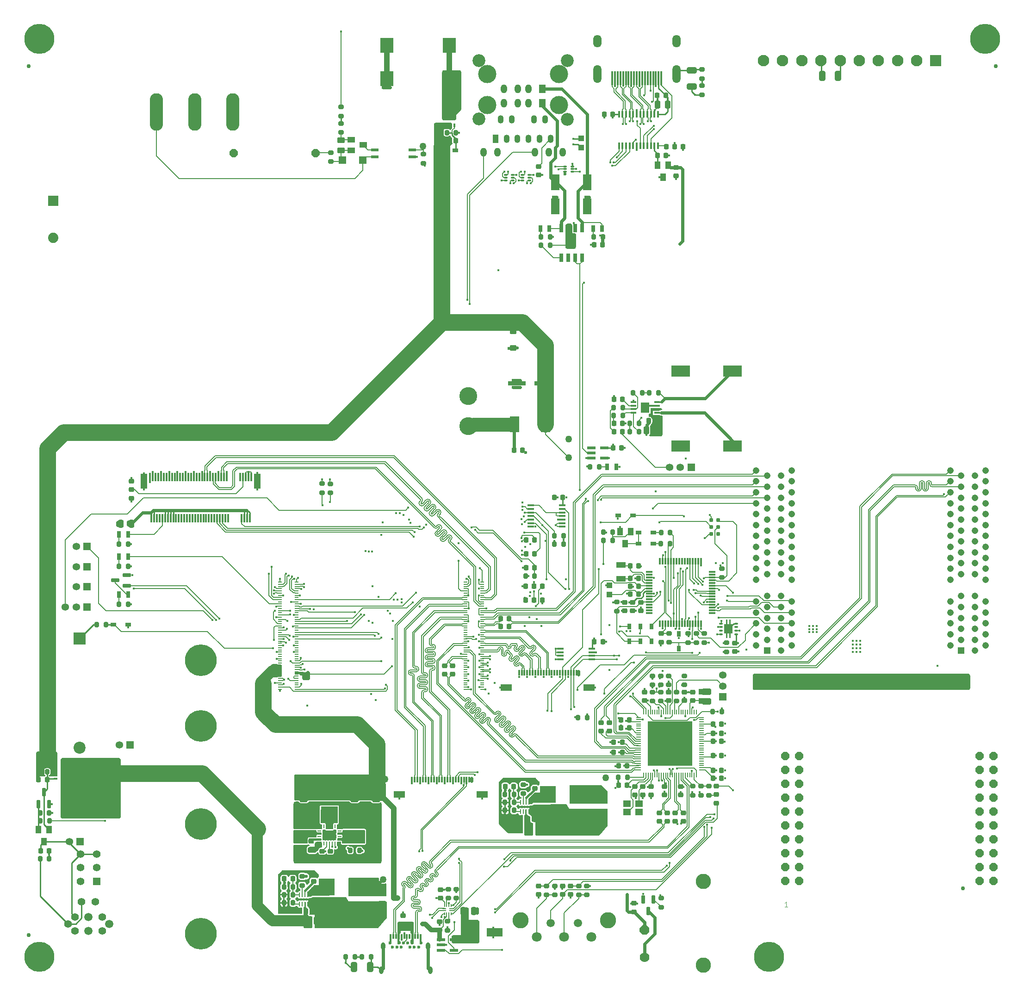
<source format=gtl>
%TF.GenerationSoftware,KiCad,Pcbnew,9.0.5-9.0.5~ubuntu24.04.1*%
%TF.CreationDate,2025-10-13T19:02:50+02:00*%
%TF.ProjectId,BB3plus test mainboard,42423370-6c75-4732-9074-657374206d61,r1B1*%
%TF.SameCoordinates,Original*%
%TF.FileFunction,Copper,L1,Top*%
%TF.FilePolarity,Positive*%
%FSLAX46Y46*%
G04 Gerber Fmt 4.6, Leading zero omitted, Abs format (unit mm)*
G04 Created by KiCad (PCBNEW 9.0.5-9.0.5~ubuntu24.04.1) date 2025-10-13 19:02:50*
%MOMM*%
%LPD*%
G01*
G04 APERTURE LIST*
G04 Aperture macros list*
%AMRoundRect*
0 Rectangle with rounded corners*
0 $1 Rounding radius*
0 $2 $3 $4 $5 $6 $7 $8 $9 X,Y pos of 4 corners*
0 Add a 4 corners polygon primitive as box body*
4,1,4,$2,$3,$4,$5,$6,$7,$8,$9,$2,$3,0*
0 Add four circle primitives for the rounded corners*
1,1,$1+$1,$2,$3*
1,1,$1+$1,$4,$5*
1,1,$1+$1,$6,$7*
1,1,$1+$1,$8,$9*
0 Add four rect primitives between the rounded corners*
20,1,$1+$1,$2,$3,$4,$5,0*
20,1,$1+$1,$4,$5,$6,$7,0*
20,1,$1+$1,$6,$7,$8,$9,0*
20,1,$1+$1,$8,$9,$2,$3,0*%
%AMOutline5P*
0 Free polygon, 5 corners , with rotation*
0 The origin of the aperture is its center*
0 number of corners: always 5*
0 $1 to $10 corner X, Y*
0 $11 Rotation angle, in degrees counterclockwise*
0 create outline with 5 corners*
4,1,5,$1,$2,$3,$4,$5,$6,$7,$8,$9,$10,$1,$2,$11*%
%AMOutline6P*
0 Free polygon, 6 corners , with rotation*
0 The origin of the aperture is its center*
0 number of corners: always 6*
0 $1 to $12 corner X, Y*
0 $13 Rotation angle, in degrees counterclockwise*
0 create outline with 6 corners*
4,1,6,$1,$2,$3,$4,$5,$6,$7,$8,$9,$10,$11,$12,$1,$2,$13*%
%AMOutline7P*
0 Free polygon, 7 corners , with rotation*
0 The origin of the aperture is its center*
0 number of corners: always 7*
0 $1 to $14 corner X, Y*
0 $15 Rotation angle, in degrees counterclockwise*
0 create outline with 7 corners*
4,1,7,$1,$2,$3,$4,$5,$6,$7,$8,$9,$10,$11,$12,$13,$14,$1,$2,$15*%
%AMOutline8P*
0 Free polygon, 8 corners , with rotation*
0 The origin of the aperture is its center*
0 number of corners: always 8*
0 $1 to $16 corner X, Y*
0 $17 Rotation angle, in degrees counterclockwise*
0 create outline with 8 corners*
4,1,8,$1,$2,$3,$4,$5,$6,$7,$8,$9,$10,$11,$12,$13,$14,$15,$16,$1,$2,$17*%
%AMFreePoly0*
4,1,45,-0.206464,1.703536,-0.205000,1.700000,-0.205000,0.880000,0.205000,0.880000,0.205000,1.700000,0.206464,1.703536,0.210000,1.705000,0.440000,1.705000,0.443536,1.703536,0.445000,1.700000,0.445000,0.880000,0.750000,0.880000,0.753536,0.878536,0.755000,0.875000,0.755000,-0.875000,0.753536,-0.878536,0.750000,-0.880000,0.445000,-0.880000,0.445000,-1.700000,0.443536,-1.703536,
0.440000,-1.705000,0.210000,-1.705000,0.206464,-1.703536,0.205000,-1.700000,0.205000,-0.880000,-0.205000,-0.880000,-0.205000,-1.700000,-0.206464,-1.703536,-0.210000,-1.705000,-0.440000,-1.705000,-0.443536,-1.703536,-0.445000,-1.700000,-0.445000,-0.880000,-0.750000,-0.880000,-0.753536,-0.878536,-0.755000,-0.875000,-0.755000,0.875000,-0.753536,0.878536,-0.750000,0.880000,-0.445000,0.880000,
-0.445000,1.700000,-0.443536,1.703536,-0.440000,1.705000,-0.210000,1.705000,-0.206464,1.703536,-0.206464,1.703536,$1*%
G04 Aperture macros list end*
%ADD10C,0.101600*%
%TA.AperFunction,NonConductor*%
%ADD11C,0.101600*%
%TD*%
%TA.AperFunction,SMDPad,CuDef*%
%ADD12R,3.100000X2.850000*%
%TD*%
%TA.AperFunction,SMDPad,CuDef*%
%ADD13R,2.850000X3.100000*%
%TD*%
%TA.AperFunction,SMDPad,CuDef*%
%ADD14RoundRect,0.200000X-0.200000X-0.275000X0.200000X-0.275000X0.200000X0.275000X-0.200000X0.275000X0*%
%TD*%
%TA.AperFunction,ComponentPad*%
%ADD15R,1.400000X1.400000*%
%TD*%
%TA.AperFunction,ComponentPad*%
%ADD16C,1.400000*%
%TD*%
%TA.AperFunction,SMDPad,CuDef*%
%ADD17RoundRect,0.225000X0.250000X-0.225000X0.250000X0.225000X-0.250000X0.225000X-0.250000X-0.225000X0*%
%TD*%
%TA.AperFunction,ComponentPad*%
%ADD18R,1.358000X1.358000*%
%TD*%
%TA.AperFunction,ComponentPad*%
%ADD19C,1.358000*%
%TD*%
%TA.AperFunction,SMDPad,CuDef*%
%ADD20RoundRect,0.250000X0.325000X0.650000X-0.325000X0.650000X-0.325000X-0.650000X0.325000X-0.650000X0*%
%TD*%
%TA.AperFunction,SMDPad,CuDef*%
%ADD21RoundRect,0.225000X0.225000X0.250000X-0.225000X0.250000X-0.225000X-0.250000X0.225000X-0.250000X0*%
%TD*%
%TA.AperFunction,SMDPad,CuDef*%
%ADD22R,0.300000X0.900000*%
%TD*%
%TA.AperFunction,ComponentPad*%
%ADD23C,0.600000*%
%TD*%
%TA.AperFunction,ComponentPad*%
%ADD24O,0.800000X1.400000*%
%TD*%
%TA.AperFunction,SMDPad,CuDef*%
%ADD25RoundRect,0.050800X0.063500X-0.355600X0.063500X0.355600X-0.063500X0.355600X-0.063500X-0.355600X0*%
%TD*%
%TA.AperFunction,SMDPad,CuDef*%
%ADD26R,1.092200X0.762000*%
%TD*%
%TA.AperFunction,SMDPad,CuDef*%
%ADD27RoundRect,0.200000X0.275000X-0.200000X0.275000X0.200000X-0.275000X0.200000X-0.275000X-0.200000X0*%
%TD*%
%TA.AperFunction,SMDPad,CuDef*%
%ADD28R,0.420000X0.700000*%
%TD*%
%TA.AperFunction,SMDPad,CuDef*%
%ADD29R,2.370000X1.700000*%
%TD*%
%TA.AperFunction,SMDPad,CuDef*%
%ADD30R,0.420000X0.450000*%
%TD*%
%TA.AperFunction,SMDPad,CuDef*%
%ADD31R,3.500000X2.000000*%
%TD*%
%TA.AperFunction,SMDPad,CuDef*%
%ADD32RoundRect,0.200000X0.200000X0.275000X-0.200000X0.275000X-0.200000X-0.275000X0.200000X-0.275000X0*%
%TD*%
%TA.AperFunction,SMDPad,CuDef*%
%ADD33R,3.000000X1.600000*%
%TD*%
%TA.AperFunction,SMDPad,CuDef*%
%ADD34RoundRect,0.225000X-0.250000X0.225000X-0.250000X-0.225000X0.250000X-0.225000X0.250000X0.225000X0*%
%TD*%
%TA.AperFunction,SMDPad,CuDef*%
%ADD35RoundRect,0.200000X-0.275000X0.200000X-0.275000X-0.200000X0.275000X-0.200000X0.275000X0.200000X0*%
%TD*%
%TA.AperFunction,SMDPad,CuDef*%
%ADD36R,0.300000X1.000000*%
%TD*%
%TA.AperFunction,SMDPad,CuDef*%
%ADD37R,2.000000X1.300000*%
%TD*%
%TA.AperFunction,SMDPad,CuDef*%
%ADD38R,1.651000X2.895600*%
%TD*%
%TA.AperFunction,SMDPad,CuDef*%
%ADD39RoundRect,0.250000X0.650000X-0.325000X0.650000X0.325000X-0.650000X0.325000X-0.650000X-0.325000X0*%
%TD*%
%TA.AperFunction,SMDPad,CuDef*%
%ADD40RoundRect,0.225000X-0.225000X-0.250000X0.225000X-0.250000X0.225000X0.250000X-0.225000X0.250000X0*%
%TD*%
%TA.AperFunction,ComponentPad*%
%ADD41C,1.270000*%
%TD*%
%TA.AperFunction,ComponentPad*%
%ADD42R,1.100000X1.500000*%
%TD*%
%TA.AperFunction,ComponentPad*%
%ADD43O,1.100000X1.500000*%
%TD*%
%TA.AperFunction,ComponentPad*%
%ADD44O,1.200000X1.600000*%
%TD*%
%TA.AperFunction,ComponentPad*%
%ADD45R,1.200000X1.600000*%
%TD*%
%TA.AperFunction,ComponentPad*%
%ADD46C,2.355000*%
%TD*%
%TA.AperFunction,ComponentPad*%
%ADD47C,3.326000*%
%TD*%
%TA.AperFunction,SMDPad,CuDef*%
%ADD48RoundRect,0.250000X0.475000X-0.250000X0.475000X0.250000X-0.475000X0.250000X-0.475000X-0.250000X0*%
%TD*%
%TA.AperFunction,ComponentPad*%
%ADD49C,5.500000*%
%TD*%
%TA.AperFunction,SMDPad,CuDef*%
%ADD50RoundRect,0.050800X-0.649200X0.449200X-0.649200X-0.449200X0.649200X-0.449200X0.649200X0.449200X0*%
%TD*%
%TA.AperFunction,SMDPad,CuDef*%
%ADD51RoundRect,0.250000X0.250000X0.475000X-0.250000X0.475000X-0.250000X-0.475000X0.250000X-0.475000X0*%
%TD*%
%TA.AperFunction,SMDPad,CuDef*%
%ADD52C,0.750000*%
%TD*%
%TA.AperFunction,SMDPad,CuDef*%
%ADD53R,0.762000X1.295400*%
%TD*%
%TA.AperFunction,ComponentPad*%
%ADD54R,1.208000X1.208000*%
%TD*%
%TA.AperFunction,ComponentPad*%
%ADD55C,1.208000*%
%TD*%
%TA.AperFunction,ComponentPad*%
%ADD56Outline8P,-0.889000X0.368236X-0.368236X0.889000X0.368236X0.889000X0.889000X0.368236X0.889000X-0.368236X0.368236X-0.889000X-0.368236X-0.889000X-0.889000X-0.368236X0.000000*%
%TD*%
%TA.AperFunction,ComponentPad*%
%ADD57C,1.778000*%
%TD*%
%TA.AperFunction,ComponentPad*%
%ADD58O,2.400000X4.500000*%
%TD*%
%TA.AperFunction,ComponentPad*%
%ADD59C,1.800000*%
%TD*%
%TA.AperFunction,ComponentPad*%
%ADD60C,1.500000*%
%TD*%
%TA.AperFunction,ComponentPad*%
%ADD61C,2.962000*%
%TD*%
%TA.AperFunction,SMDPad,CuDef*%
%ADD62RoundRect,0.100000X-0.500000X0.400000X-0.500000X-0.400000X0.500000X-0.400000X0.500000X0.400000X0*%
%TD*%
%TA.AperFunction,SMDPad,CuDef*%
%ADD63R,0.300000X1.550000*%
%TD*%
%TA.AperFunction,ComponentPad*%
%ADD64C,5.800000*%
%TD*%
%TA.AperFunction,SMDPad,CuDef*%
%ADD65R,1.200000X2.750000*%
%TD*%
%TA.AperFunction,SMDPad,CuDef*%
%ADD66R,1.168400X0.304800*%
%TD*%
%TA.AperFunction,SMDPad,CuDef*%
%ADD67RoundRect,0.250000X-0.250000X-0.475000X0.250000X-0.475000X0.250000X0.475000X-0.250000X0.475000X0*%
%TD*%
%TA.AperFunction,SMDPad,CuDef*%
%ADD68RoundRect,0.050800X-0.276200X-0.099600X0.276200X-0.099600X0.276200X0.099600X-0.276200X0.099600X0*%
%TD*%
%TA.AperFunction,ComponentPad*%
%ADD69R,2.200000X2.200000*%
%TD*%
%TA.AperFunction,ComponentPad*%
%ADD70C,2.200000*%
%TD*%
%TA.AperFunction,SMDPad,CuDef*%
%ADD71RoundRect,0.050800X0.499200X-0.449200X0.499200X0.449200X-0.499200X0.449200X-0.499200X-0.449200X0*%
%TD*%
%TA.AperFunction,SMDPad,CuDef*%
%ADD72R,1.800000X1.000000*%
%TD*%
%TA.AperFunction,SMDPad,CuDef*%
%ADD73RoundRect,0.060036X0.270164X-0.701964X0.270164X0.701964X-0.270164X0.701964X-0.270164X-0.701964X0*%
%TD*%
%TA.AperFunction,SMDPad,CuDef*%
%ADD74R,2.400000X2.800000*%
%TD*%
%TA.AperFunction,SMDPad,CuDef*%
%ADD75RoundRect,0.050800X-0.649200X-0.649200X0.649200X-0.649200X0.649200X0.649200X-0.649200X0.649200X0*%
%TD*%
%TA.AperFunction,SMDPad,CuDef*%
%ADD76R,0.203200X0.914400*%
%TD*%
%TA.AperFunction,SMDPad,CuDef*%
%ADD77R,0.914400X0.203200*%
%TD*%
%TA.AperFunction,SMDPad,CuDef*%
%ADD78R,8.102600X8.102600*%
%TD*%
%TA.AperFunction,SMDPad,CuDef*%
%ADD79R,0.762000X1.092200*%
%TD*%
%TA.AperFunction,SMDPad,CuDef*%
%ADD80R,1.400000X1.200000*%
%TD*%
%TA.AperFunction,SMDPad,CuDef*%
%ADD81RoundRect,0.050800X0.249200X-0.724200X0.249200X0.724200X-0.249200X0.724200X-0.249200X-0.724200X0*%
%TD*%
%TA.AperFunction,SMDPad,CuDef*%
%ADD82RoundRect,0.039900X-0.660100X-0.245100X0.660100X-0.245100X0.660100X0.245100X-0.660100X0.245100X0*%
%TD*%
%TA.AperFunction,ComponentPad*%
%ADD83Outline8P,-0.750000X0.310660X-0.310660X0.750000X0.310660X0.750000X0.750000X0.310660X0.750000X-0.310660X0.310660X-0.750000X-0.310660X-0.750000X-0.750000X-0.310660X90.000000*%
%TD*%
%TA.AperFunction,SMDPad,CuDef*%
%ADD84R,1.600000X3.000000*%
%TD*%
%TA.AperFunction,SMDPad,CuDef*%
%ADD85R,0.254000X0.762000*%
%TD*%
%TA.AperFunction,SMDPad,CuDef*%
%ADD86R,0.762000X0.254000*%
%TD*%
%TA.AperFunction,SMDPad,CuDef*%
%ADD87R,2.209800X1.701800*%
%TD*%
%TA.AperFunction,SMDPad,CuDef*%
%ADD88RoundRect,0.393700X-0.000010X0.000010X-0.000010X-0.000010X0.000010X-0.000010X0.000010X0.000010X0*%
%TD*%
%TA.AperFunction,SMDPad,CuDef*%
%ADD89RoundRect,0.250000X-0.450000X0.262500X-0.450000X-0.262500X0.450000X-0.262500X0.450000X0.262500X0*%
%TD*%
%TA.AperFunction,SMDPad,CuDef*%
%ADD90RoundRect,0.050800X0.449200X0.649200X-0.449200X0.649200X-0.449200X-0.649200X0.449200X-0.649200X0*%
%TD*%
%TA.AperFunction,SMDPad,CuDef*%
%ADD91RoundRect,0.038750X0.261250X0.116250X-0.261250X0.116250X-0.261250X-0.116250X0.261250X-0.116250X0*%
%TD*%
%TA.AperFunction,SMDPad,CuDef*%
%ADD92FreePoly0,180.000000*%
%TD*%
%TA.AperFunction,ComponentPad*%
%ADD93Outline8P,-0.762000X0.315631X-0.315631X0.762000X0.315631X0.762000X0.762000X0.315631X0.762000X-0.315631X0.315631X-0.762000X-0.315631X-0.762000X-0.762000X-0.315631X0.000000*%
%TD*%
%TA.AperFunction,SMDPad,CuDef*%
%ADD94RoundRect,0.050800X-0.685800X-0.228600X0.685800X-0.228600X0.685800X0.228600X-0.685800X0.228600X0*%
%TD*%
%TA.AperFunction,SMDPad,CuDef*%
%ADD95R,0.700000X0.200000*%
%TD*%
%TA.AperFunction,SMDPad,CuDef*%
%ADD96R,0.700001X0.200000*%
%TD*%
%TA.AperFunction,SMDPad,CuDef*%
%ADD97R,0.200000X0.499999*%
%TD*%
%TA.AperFunction,ComponentPad*%
%ADD98R,1.881000X1.881000*%
%TD*%
%TA.AperFunction,ComponentPad*%
%ADD99C,1.881000*%
%TD*%
%TA.AperFunction,ComponentPad*%
%ADD100C,3.270000*%
%TD*%
%TA.AperFunction,SMDPad,CuDef*%
%ADD101RoundRect,0.050800X1.574800X0.330200X-1.574800X0.330200X-1.574800X-0.330200X1.574800X-0.330200X0*%
%TD*%
%TA.AperFunction,SMDPad,CuDef*%
%ADD102R,1.117600X0.381000*%
%TD*%
%TA.AperFunction,SMDPad,CuDef*%
%ADD103R,1.570000X1.890000*%
%TD*%
%TA.AperFunction,SMDPad,CuDef*%
%ADD104RoundRect,0.060036X0.701964X0.270164X-0.701964X0.270164X-0.701964X-0.270164X0.701964X-0.270164X0*%
%TD*%
%TA.AperFunction,SMDPad,CuDef*%
%ADD105RoundRect,0.060036X-0.270164X0.701964X-0.270164X-0.701964X0.270164X-0.701964X0.270164X0.701964X0*%
%TD*%
%TA.AperFunction,SMDPad,CuDef*%
%ADD106R,0.700000X0.420000*%
%TD*%
%TA.AperFunction,SMDPad,CuDef*%
%ADD107R,1.700000X2.370000*%
%TD*%
%TA.AperFunction,SMDPad,CuDef*%
%ADD108R,0.450000X0.420000*%
%TD*%
%TA.AperFunction,ComponentPad*%
%ADD109R,2.100000X2.100000*%
%TD*%
%TA.AperFunction,ComponentPad*%
%ADD110C,2.100000*%
%TD*%
%TA.AperFunction,SMDPad,CuDef*%
%ADD111RoundRect,0.050800X-0.499200X0.449200X-0.499200X-0.449200X0.499200X-0.449200X0.499200X0.449200X0*%
%TD*%
%TA.AperFunction,SMDPad,CuDef*%
%ADD112R,0.304800X1.168400*%
%TD*%
%TA.AperFunction,ComponentPad*%
%ADD113C,2.800000*%
%TD*%
%TA.AperFunction,SMDPad,CuDef*%
%ADD114R,1.193800X0.304800*%
%TD*%
%TA.AperFunction,SMDPad,CuDef*%
%ADD115R,0.304800X1.193800*%
%TD*%
%TA.AperFunction,SMDPad,CuDef*%
%ADD116R,0.298000X2.600000*%
%TD*%
%TA.AperFunction,ComponentPad*%
%ADD117O,1.500000X3.300000*%
%TD*%
%TA.AperFunction,ComponentPad*%
%ADD118O,1.500000X2.300000*%
%TD*%
%TA.AperFunction,ViaPad*%
%ADD119C,0.450000*%
%TD*%
%TA.AperFunction,ViaPad*%
%ADD120C,0.600000*%
%TD*%
%TA.AperFunction,ViaPad*%
%ADD121C,0.500000*%
%TD*%
%TA.AperFunction,Conductor*%
%ADD122C,0.152400*%
%TD*%
%TA.AperFunction,Conductor*%
%ADD123C,1.016000*%
%TD*%
%TA.AperFunction,Conductor*%
%ADD124C,0.254000*%
%TD*%
%TA.AperFunction,Conductor*%
%ADD125C,0.203200*%
%TD*%
%TA.AperFunction,Conductor*%
%ADD126C,0.609600*%
%TD*%
%TA.AperFunction,Conductor*%
%ADD127C,0.304800*%
%TD*%
%TA.AperFunction,Conductor*%
%ADD128C,0.355600*%
%TD*%
%TA.AperFunction,Conductor*%
%ADD129C,3.048000*%
%TD*%
%TA.AperFunction,Conductor*%
%ADD130C,2.032000*%
%TD*%
%TA.AperFunction,Conductor*%
%ADD131C,0.177800*%
%TD*%
%TA.AperFunction,Conductor*%
%ADD132C,2.540000*%
%TD*%
%TA.AperFunction,Conductor*%
%ADD133C,0.406400*%
%TD*%
%TA.AperFunction,Conductor*%
%ADD134C,0.812800*%
%TD*%
G04 APERTURE END LIST*
D10*
D11*
X433893007Y-165344560D02*
X433370493Y-165344560D01*
X433631750Y-165344560D02*
X433631750Y-164430160D01*
X433631750Y-164430160D02*
X433544664Y-164560789D01*
X433544664Y-164560789D02*
X433457579Y-164647875D01*
X433457579Y-164647875D02*
X433370493Y-164691418D01*
D12*
X350040000Y-148440000D03*
X350040000Y-142940000D03*
D13*
X390039668Y-144790900D03*
X395539668Y-144790900D03*
X349597700Y-161723614D03*
X355097700Y-161723614D03*
D14*
X355535000Y-155030000D03*
X353885000Y-155030000D03*
D15*
X307500000Y-160700000D03*
D16*
X307500000Y-158200000D03*
X307500000Y-155700000D03*
X304500000Y-160700000D03*
X304500000Y-158200000D03*
X304500000Y-155700000D03*
X307270000Y-164400000D03*
X304730000Y-164400000D03*
D17*
X313820000Y-90580000D03*
X313820000Y-89030000D03*
X313820000Y-87480000D03*
D18*
X305740000Y-110513333D03*
D19*
X303740000Y-110513333D03*
X301740000Y-110513333D03*
D20*
X443150000Y-13300000D03*
X440200000Y-13300000D03*
D21*
X404515000Y-143100000D03*
X402965000Y-143100000D03*
D22*
X361250000Y-170800000D03*
X361750000Y-170800000D03*
X362250000Y-170800000D03*
X362750000Y-170800000D03*
X363250000Y-170800000D03*
X363750000Y-170800000D03*
X364250000Y-170800000D03*
X364750000Y-170800000D03*
X365250000Y-170800000D03*
X365750000Y-170800000D03*
X366250000Y-170800000D03*
X366750000Y-170800000D03*
D23*
X366800000Y-172010000D03*
X366400000Y-172710000D03*
X365600000Y-172710000D03*
X365200000Y-172010000D03*
X364800000Y-172710000D03*
X364400000Y-172010000D03*
X363600000Y-172010000D03*
X363200000Y-172710000D03*
X362800000Y-172010000D03*
X362400000Y-172710000D03*
X361600000Y-172710000D03*
X361200000Y-172010000D03*
D24*
X359510000Y-177000000D03*
X359870000Y-172600000D03*
X368130000Y-172600000D03*
X368490000Y-177000000D03*
D25*
X344597513Y-164854514D03*
X345097638Y-164854514D03*
X345597762Y-164854514D03*
X346097887Y-164854514D03*
X346097887Y-163152714D03*
X345597762Y-163152714D03*
X345097638Y-163152714D03*
X344597513Y-163152714D03*
D26*
X373083900Y-26975000D03*
X370366100Y-26975000D03*
D27*
X409190000Y-127695000D03*
X409190000Y-126045000D03*
D28*
X370980000Y-22335000D03*
X371630000Y-22335000D03*
X372280000Y-22335000D03*
X372930000Y-22335000D03*
D29*
X371955000Y-20485000D03*
D30*
X370980000Y-19410000D03*
X371630000Y-19410000D03*
X372280000Y-19410000D03*
X372930000Y-19410000D03*
D31*
X414340000Y-81020000D03*
X414340000Y-67320000D03*
X423840000Y-81020000D03*
X423840000Y-67320000D03*
D32*
X404565000Y-141640000D03*
X402915000Y-141640000D03*
D18*
X416270000Y-84930000D03*
D19*
X414270000Y-84930000D03*
X412270000Y-84930000D03*
D27*
X410660000Y-127695000D03*
X410660000Y-126045000D03*
D33*
X375890000Y-170050000D03*
X380290000Y-170050000D03*
D34*
X408890000Y-143345000D03*
X408890000Y-144895000D03*
D35*
X415710000Y-115336400D03*
X415710000Y-116986400D03*
D17*
X346720000Y-154935000D03*
X346720000Y-153385000D03*
D34*
X410420000Y-148155000D03*
X410420000Y-149705000D03*
D36*
X384750000Y-122550000D03*
X385249999Y-122550000D03*
X385750001Y-122550000D03*
X386250000Y-122550000D03*
X386750001Y-122550000D03*
X387250000Y-122550000D03*
X387749999Y-122550000D03*
X388250001Y-122550000D03*
X388750000Y-122550000D03*
X389250002Y-122550000D03*
X389750000Y-122550000D03*
X390250000Y-122550000D03*
X390750001Y-122550000D03*
X391250000Y-122550000D03*
X391750002Y-122550000D03*
X392250001Y-122550000D03*
X392750000Y-122550000D03*
X393250001Y-122550000D03*
X393750000Y-122550000D03*
X394249999Y-122550000D03*
X394750001Y-122550000D03*
X395250000Y-122550000D03*
D37*
X382450010Y-125249999D03*
X397549990Y-125249999D03*
D27*
X367250000Y-29275000D03*
X367250000Y-27625000D03*
D38*
X383969998Y-77100000D03*
X389620000Y-77100000D03*
D17*
X416500000Y-127645000D03*
X416500000Y-126095000D03*
D39*
X416360000Y-15260000D03*
X416360000Y-12310000D03*
D14*
X297150200Y-148160500D03*
X298800200Y-148160500D03*
D18*
X422050000Y-126957500D03*
D19*
X422050000Y-124957500D03*
X422050000Y-122957500D03*
D40*
X385950000Y-109217500D03*
X387500000Y-109217500D03*
X389050000Y-109217500D03*
D34*
X394200000Y-161570000D03*
X394200000Y-163120000D03*
D41*
X393840000Y-83170000D03*
D40*
X410080000Y-27891736D03*
X411630000Y-27891736D03*
D42*
X380425000Y-24830000D03*
D43*
X382455000Y-24830000D03*
X384485000Y-24830000D03*
X386515000Y-24830000D03*
X388545000Y-24830000D03*
X390575000Y-24830000D03*
X381435000Y-21270000D03*
X383470000Y-21270000D03*
X387530000Y-21270000D03*
X389565000Y-21270000D03*
D44*
X378275000Y-27270000D03*
X380815000Y-27270000D03*
X387660000Y-27270000D03*
X390185000Y-27270000D03*
X392725000Y-27270000D03*
D45*
X389005000Y-15690000D03*
D44*
X386505000Y-15690000D03*
X384495000Y-15690000D03*
X381995000Y-15690000D03*
D46*
X393565000Y-10480000D03*
X393555000Y-21270000D03*
D47*
X392065000Y-18680000D03*
X392065000Y-12990000D03*
X378935000Y-18680000D03*
X378935000Y-12990000D03*
D46*
X377445000Y-21200000D03*
X377435000Y-10480000D03*
D45*
X389005000Y-18310000D03*
D44*
X386505000Y-18310000D03*
X384495000Y-18310000D03*
X381995000Y-18310000D03*
D14*
X371550000Y-23685000D03*
X373200000Y-23685000D03*
D26*
X406621100Y-96850000D03*
X409338900Y-96850000D03*
D48*
X357777700Y-164823614D03*
X357777700Y-162923614D03*
D49*
X470000000Y-6500000D03*
D34*
X424240000Y-117095000D03*
X424240000Y-118645000D03*
D50*
X354020000Y-25000000D03*
X356220000Y-25950000D03*
X354020000Y-26900000D03*
D51*
X409980900Y-78145001D03*
X408080900Y-78145001D03*
D52*
X472000000Y-11500000D03*
X295000000Y-11500000D03*
D53*
X399978237Y-41222763D03*
X398327237Y-41222763D03*
D21*
X347312700Y-166153614D03*
X345762700Y-166153614D03*
D34*
X414800000Y-148160000D03*
X414800000Y-149710000D03*
D48*
X398199668Y-147910900D03*
X398199668Y-146010900D03*
D32*
X412385000Y-96860000D03*
X410735000Y-96860000D03*
D26*
X405628900Y-93770000D03*
X402911100Y-93770000D03*
D54*
X430165000Y-118500000D03*
D55*
X428165000Y-117500000D03*
X430165000Y-116500000D03*
X428165000Y-115500000D03*
X430165000Y-114500000D03*
X428165000Y-113500000D03*
X430165000Y-112500000D03*
X428165000Y-111500000D03*
X430165000Y-110500000D03*
X428165000Y-109500000D03*
X430165000Y-108500000D03*
X428165000Y-105500000D03*
X430165000Y-104500000D03*
X428165000Y-103500000D03*
X430165000Y-102500000D03*
X428165000Y-101500000D03*
X430165000Y-100500000D03*
X428165000Y-99500000D03*
X430165000Y-98500000D03*
X428165000Y-97500000D03*
X430165000Y-96500000D03*
X428165000Y-95500000D03*
X430165000Y-94500000D03*
X428165000Y-93500000D03*
X430165000Y-92500000D03*
X428165000Y-91500000D03*
X430165000Y-90500000D03*
X428165000Y-89500000D03*
X430165000Y-88500000D03*
X428165000Y-87500000D03*
X430165000Y-86500000D03*
X428165000Y-85500000D03*
X432665000Y-118500000D03*
X434665000Y-117500000D03*
X432665000Y-116500000D03*
X434665000Y-115500000D03*
X432665000Y-114500000D03*
X434665000Y-113500000D03*
X432665000Y-112500000D03*
X434665000Y-111500000D03*
X432665000Y-110500000D03*
X434665000Y-109500000D03*
X432665000Y-108500000D03*
X434665000Y-105500000D03*
X432665000Y-104500000D03*
X434665000Y-103500000D03*
X432665000Y-102500000D03*
X434665000Y-101500000D03*
X432665000Y-100500000D03*
X434665000Y-99500000D03*
X432665000Y-98500000D03*
X434665000Y-97500000D03*
X432665000Y-96500000D03*
X434665000Y-95500000D03*
X432665000Y-94500000D03*
X434665000Y-93500000D03*
X432665000Y-92500000D03*
X434665000Y-91500000D03*
X432665000Y-90500000D03*
X434665000Y-89500000D03*
X432665000Y-88500000D03*
X434665000Y-87500000D03*
X432665000Y-86500000D03*
X434665000Y-85500000D03*
D56*
X407710000Y-169570000D03*
D57*
X407710000Y-174570000D03*
D58*
X332400000Y-21100000D03*
X332400000Y-18700000D03*
X318400000Y-21100000D03*
X318400000Y-18700000D03*
X325400000Y-21100000D03*
X325400000Y-18700000D03*
D14*
X402065000Y-73980000D03*
X403715000Y-73980000D03*
D27*
X419490000Y-144945000D03*
X419490000Y-143295000D03*
D59*
X388000000Y-170900000D03*
X393000000Y-170900000D03*
X398000000Y-170900000D03*
D60*
X390500000Y-168300000D03*
X395500000Y-168300000D03*
D61*
X401000000Y-167800000D03*
X385000000Y-167800000D03*
D40*
X401945000Y-81390000D03*
X403495000Y-81390000D03*
D27*
X371830000Y-163800000D03*
X371830000Y-162150000D03*
D14*
X311550000Y-109990000D03*
X313200000Y-109990000D03*
D34*
X350220000Y-155185000D03*
X350220000Y-156735000D03*
D17*
X405970000Y-144895000D03*
X405970000Y-143345000D03*
D35*
X412110000Y-123080000D03*
X412110000Y-124730000D03*
D40*
X386031000Y-103300000D03*
X387581000Y-103300000D03*
D17*
X399810000Y-133235000D03*
X399810000Y-131685000D03*
D34*
X348750000Y-155185000D03*
X348750000Y-156735000D03*
X388347237Y-29877763D03*
X388347237Y-31427763D03*
X411390000Y-143345000D03*
X411390000Y-144895000D03*
D21*
X298755000Y-155090000D03*
X297205000Y-155090000D03*
X406655000Y-105230000D03*
X405105000Y-105230000D03*
D62*
X383700000Y-63130600D03*
X383700000Y-60030600D03*
D41*
X367200000Y-26210000D03*
D27*
X415040000Y-124735000D03*
X415040000Y-123085000D03*
X418250000Y-16765000D03*
X418250000Y-15115000D03*
D63*
X317250000Y-86725000D03*
X317500000Y-94275000D03*
X317750000Y-86725000D03*
X318000000Y-94275000D03*
X318250000Y-86725000D03*
X318500000Y-94275000D03*
X318750000Y-86725000D03*
X319000000Y-94275000D03*
X319250000Y-86725000D03*
X319500000Y-94275000D03*
X319750000Y-86725000D03*
X320000000Y-94275000D03*
X320250000Y-86725000D03*
X320500000Y-94275000D03*
X320750000Y-86725000D03*
X321000000Y-94275000D03*
X321250000Y-86725000D03*
X321500000Y-94275000D03*
X321750000Y-86725000D03*
X322000000Y-94275000D03*
X322250000Y-86725000D03*
X322500000Y-94275000D03*
X322750000Y-86725000D03*
X323000000Y-94275000D03*
X323250000Y-86725000D03*
X323500000Y-94275000D03*
X323750000Y-86725000D03*
X324000000Y-94275000D03*
X324250000Y-86725000D03*
X324500000Y-94275000D03*
X324750000Y-86725000D03*
X325000000Y-94275000D03*
X325250000Y-86725000D03*
X325500000Y-94275000D03*
X325750000Y-86725000D03*
X326000000Y-94275000D03*
X326250000Y-86725000D03*
X326500000Y-94275000D03*
X326750000Y-86725000D03*
X327000000Y-94275000D03*
X327250000Y-86725000D03*
X327500000Y-94275000D03*
X327750000Y-86725000D03*
X328000000Y-94275000D03*
X328250000Y-86725000D03*
X328500000Y-94275000D03*
X328750000Y-86725000D03*
X329000000Y-94275000D03*
X329250000Y-86725000D03*
X329500000Y-94275000D03*
X329750000Y-86725000D03*
X330000000Y-94275000D03*
X330250000Y-86725000D03*
X330500000Y-94275000D03*
X330750000Y-86725000D03*
X331000000Y-94275000D03*
X331250000Y-86725000D03*
X331500000Y-94275000D03*
X333750000Y-86725000D03*
X334000000Y-94275000D03*
X334250000Y-86725000D03*
X334500000Y-94275000D03*
X334750000Y-86725000D03*
X335000000Y-94275000D03*
X335250000Y-86725000D03*
X335500000Y-94275000D03*
X335750000Y-86725000D03*
D64*
X326500000Y-120250000D03*
X326500000Y-132250000D03*
X326500000Y-150250000D03*
X326500000Y-170250000D03*
D65*
X316150000Y-87500000D03*
X336850000Y-87500000D03*
D16*
X308500000Y-167250000D03*
D60*
X306000000Y-167250000D03*
D16*
X303500000Y-167250000D03*
X308500000Y-169750000D03*
D60*
X306000000Y-169750000D03*
D16*
X303500000Y-169750000D03*
D60*
X309800000Y-168500000D03*
D16*
X302200000Y-168500000D03*
D34*
X413340000Y-148155000D03*
X413340000Y-149705000D03*
D21*
X373150000Y-25145000D03*
X371600000Y-25145000D03*
D35*
X350200000Y-87950000D03*
X350200000Y-89600000D03*
D14*
X341752700Y-163163614D03*
X343402700Y-163163614D03*
D40*
X420255000Y-141840000D03*
X421805000Y-141840000D03*
X398492237Y-44192763D03*
X400042237Y-44192763D03*
D32*
X383839668Y-144790900D03*
X382189668Y-144790900D03*
D14*
X353065000Y-174500000D03*
X354715000Y-174500000D03*
D32*
X383839668Y-147710900D03*
X382189668Y-147710900D03*
D18*
X305740000Y-99440000D03*
D19*
X303740000Y-99440000D03*
D66*
X392329800Y-118125021D03*
X392329800Y-118775007D03*
X392329800Y-119424993D03*
X392329800Y-120074979D03*
X398070200Y-120074979D03*
X398070200Y-119424993D03*
X398070200Y-118775007D03*
X398070200Y-118125021D03*
D34*
X392740000Y-161570000D03*
X392740000Y-163120000D03*
D67*
X345807700Y-167873614D03*
X347707700Y-167873614D03*
D35*
X412210000Y-115315000D03*
X412210000Y-116965000D03*
D68*
X385377237Y-31412763D03*
X385377237Y-31912763D03*
X385377237Y-32412763D03*
X386677237Y-32412763D03*
X386677237Y-31912763D03*
X386677237Y-31412763D03*
X382317087Y-31412763D03*
X382317087Y-31912763D03*
X382317087Y-32412763D03*
X383617087Y-32412763D03*
X383617087Y-31912763D03*
X383617087Y-31412763D03*
D14*
X296795000Y-140635000D03*
X298445000Y-140635000D03*
D69*
X304380000Y-116270000D03*
D70*
X304380000Y-136270000D03*
D32*
X387577000Y-104830000D03*
X385927000Y-104830000D03*
D26*
X313258900Y-113740000D03*
X310541100Y-113740000D03*
D53*
X311550000Y-97190000D03*
X313201000Y-97190000D03*
D21*
X403665000Y-72510000D03*
X402115000Y-72510000D03*
D27*
X422750000Y-118705000D03*
X422750000Y-117055000D03*
D71*
X418160000Y-127720000D03*
X418160000Y-126020000D03*
D72*
X403395000Y-102815000D03*
X403395000Y-105365000D03*
D48*
X359737700Y-164813614D03*
X359737700Y-162913614D03*
D35*
X391280000Y-161520000D03*
X391280000Y-163170000D03*
D21*
X382950000Y-112620000D03*
X381400000Y-112620000D03*
X401870111Y-20370975D03*
X400320111Y-20370975D03*
D14*
X398447237Y-42732763D03*
X400097237Y-42732763D03*
D73*
X296840000Y-146540000D03*
X298770400Y-146540000D03*
X297805200Y-144381000D03*
D40*
X420245000Y-131900000D03*
X421795000Y-131900000D03*
D34*
X411880000Y-148155000D03*
X411880000Y-149705000D03*
D27*
X345107700Y-161438614D03*
X345107700Y-159788614D03*
D52*
X466000000Y-162000000D03*
D74*
X372000000Y-7700000D03*
X372000000Y-13800000D03*
X360600000Y-7700000D03*
X360600000Y-13800000D03*
D17*
X412120000Y-127645000D03*
X412120000Y-126095000D03*
D66*
X386934700Y-91899999D03*
X386934700Y-92550000D03*
X386934700Y-93200001D03*
X386934700Y-93850000D03*
X386934700Y-94499999D03*
X386934700Y-95150000D03*
X386934700Y-95799999D03*
X392675100Y-95800001D03*
X392675100Y-95150000D03*
X392675100Y-94500001D03*
X392675100Y-93850000D03*
X392675100Y-93200001D03*
X392675100Y-92550000D03*
X392675100Y-91900001D03*
D41*
X400640000Y-141780000D03*
D25*
X385039543Y-147922700D03*
X385539668Y-147922700D03*
X386039792Y-147922700D03*
X386539917Y-147922700D03*
X386539917Y-146220900D03*
X386039792Y-146220900D03*
X385539668Y-146220900D03*
X385039543Y-146220900D03*
D17*
X370190000Y-169640000D03*
X370190000Y-168090000D03*
D49*
X430500000Y-174500000D03*
D21*
X406655000Y-108160000D03*
X405105000Y-108160000D03*
D48*
X355470000Y-151930000D03*
X355470000Y-150030000D03*
D34*
X414300000Y-143335000D03*
X414300000Y-144885000D03*
D17*
X353260000Y-151975000D03*
X353260000Y-150425000D03*
D53*
X311549500Y-108230000D03*
X313200500Y-108230000D03*
D75*
X356200000Y-28700000D03*
X352400000Y-28700000D03*
D21*
X404535000Y-139570000D03*
X402985000Y-139570000D03*
D53*
X400874500Y-84850000D03*
X402525500Y-84850000D03*
D21*
X403635000Y-137070000D03*
X402085000Y-137070000D03*
D34*
X371130000Y-121270000D03*
X371130000Y-122820000D03*
D27*
X418030000Y-144945000D03*
X418030000Y-143295000D03*
D76*
X407589999Y-141240400D03*
X407990001Y-141240400D03*
X408390000Y-141240400D03*
X408790000Y-141240400D03*
X409190001Y-141240400D03*
X409590001Y-141240400D03*
X409990000Y-141240400D03*
X410389999Y-141240400D03*
X410790001Y-141240400D03*
X411190000Y-141240400D03*
X411589999Y-141240400D03*
X411990001Y-141240400D03*
X412390000Y-141240400D03*
X412789999Y-141240400D03*
X413190001Y-141240400D03*
X413590000Y-141240400D03*
X413989999Y-141240400D03*
X414389999Y-141240400D03*
X414790000Y-141240400D03*
X415189999Y-141240400D03*
X415589999Y-141240400D03*
X415990000Y-141240400D03*
X416390000Y-141240400D03*
X416789999Y-141240400D03*
X417190001Y-141240400D03*
D77*
X418130400Y-140300001D03*
X418130400Y-139899999D03*
X418130400Y-139500000D03*
X418130400Y-139100000D03*
X418130400Y-138699999D03*
X418130400Y-138299999D03*
X418130400Y-137900000D03*
X418130400Y-137500001D03*
X418130400Y-137099999D03*
X418130400Y-136700000D03*
X418130400Y-136300001D03*
X418130400Y-135899999D03*
X418130400Y-135500000D03*
X418130400Y-135100001D03*
X418130400Y-134699999D03*
X418130400Y-134300000D03*
X418130400Y-133900001D03*
X418130400Y-133500001D03*
X418130400Y-133100000D03*
X418130400Y-132700001D03*
X418130400Y-132300001D03*
X418130400Y-131900000D03*
X418130400Y-131500000D03*
X418130400Y-131100001D03*
X418130400Y-130700002D03*
D76*
X417190001Y-129759600D03*
X416789999Y-129759600D03*
X416390000Y-129759600D03*
X415990000Y-129759600D03*
X415589999Y-129759600D03*
X415189999Y-129759600D03*
X414790000Y-129759600D03*
X414390001Y-129759600D03*
X413989999Y-129759600D03*
X413590000Y-129759600D03*
X413190001Y-129759600D03*
X412789999Y-129759600D03*
X412390000Y-129759600D03*
X411990001Y-129759600D03*
X411589999Y-129759600D03*
X411190000Y-129759600D03*
X410790001Y-129759600D03*
X410390001Y-129759600D03*
X409990000Y-129759600D03*
X409590001Y-129759600D03*
X409190001Y-129759600D03*
X408790000Y-129759600D03*
X408390000Y-129759600D03*
X407990001Y-129759600D03*
X407590002Y-129759600D03*
D77*
X406649600Y-130699999D03*
X406649600Y-131100001D03*
X406649600Y-131500000D03*
X406649600Y-131900000D03*
X406649600Y-132300001D03*
X406649600Y-132700001D03*
X406649600Y-133100000D03*
X406649600Y-133499999D03*
X406649600Y-133900001D03*
X406649600Y-134300000D03*
X406649600Y-134699999D03*
X406649600Y-135100001D03*
X406649600Y-135500000D03*
X406649600Y-135899999D03*
X406649600Y-136300001D03*
X406649600Y-136700000D03*
X406649600Y-137099999D03*
X406649600Y-137499999D03*
X406649600Y-137900000D03*
X406649600Y-138299999D03*
X406649600Y-138699999D03*
X406649600Y-139100000D03*
X406649600Y-139500000D03*
X406649600Y-139899999D03*
X406649600Y-140299998D03*
D78*
X412390000Y-135500000D03*
D21*
X406660000Y-102960000D03*
X405110000Y-102960000D03*
D27*
X350300000Y-29000000D03*
X350300000Y-27350000D03*
D79*
X408998200Y-116737800D03*
X408998200Y-114020000D03*
D21*
X406650000Y-106690000D03*
X405100000Y-106690000D03*
D14*
X391235000Y-98950000D03*
X392885000Y-98950000D03*
D40*
X386031000Y-100782500D03*
X387581000Y-100782500D03*
D35*
X410650000Y-123080000D03*
X410650000Y-124730000D03*
D18*
X304450000Y-153440000D03*
D19*
X302450000Y-153440000D03*
D18*
X305740000Y-103131111D03*
D19*
X303740000Y-103131111D03*
D32*
X390422237Y-44262763D03*
X388772237Y-44262763D03*
D21*
X382955000Y-114080000D03*
X381405000Y-114080000D03*
D80*
X404540000Y-148050000D03*
X406740000Y-148050000D03*
X406740000Y-146450000D03*
X404540000Y-146450000D03*
D67*
X386389668Y-150930900D03*
X388289668Y-150930900D03*
D48*
X354680000Y-147600000D03*
X354680000Y-145700000D03*
D81*
X392467237Y-46552763D03*
X393737237Y-46552763D03*
X395007237Y-46552763D03*
X396277237Y-46552763D03*
X396277237Y-41152763D03*
X395007237Y-41152763D03*
X393737237Y-41152763D03*
X392467237Y-41152763D03*
D32*
X406670000Y-78390000D03*
X405020000Y-78390000D03*
D82*
X358400000Y-26865000D03*
X358400000Y-28135000D03*
X365200000Y-28135000D03*
X365200000Y-26865000D03*
D83*
X469000000Y-160660000D03*
X471540000Y-160660000D03*
X469000000Y-158120000D03*
X471540000Y-158120000D03*
X469000000Y-155580000D03*
X471540000Y-155580000D03*
X469000000Y-153040000D03*
X471540000Y-153040000D03*
X469000000Y-150500000D03*
X471540000Y-150500000D03*
X469000000Y-147960000D03*
X471540000Y-147960000D03*
X469000000Y-145420000D03*
X471540000Y-145420000D03*
X469000000Y-142880000D03*
X471540000Y-142880000D03*
X469000000Y-140340000D03*
X471540000Y-140340000D03*
X469000000Y-137800000D03*
X471540000Y-137800000D03*
D84*
X397257237Y-32802763D03*
X397257237Y-37202763D03*
D40*
X385950000Y-106700000D03*
X387500000Y-106700000D03*
X389050000Y-106700000D03*
D32*
X397205000Y-130700000D03*
X395555000Y-130700000D03*
D40*
X391214900Y-90410000D03*
X392764900Y-90410000D03*
D17*
X407730000Y-127645000D03*
X407730000Y-126095000D03*
D27*
X416560000Y-144945000D03*
X416560000Y-143295000D03*
D84*
X391347237Y-32772763D03*
X391347237Y-37172763D03*
D85*
X348570000Y-153800002D03*
D86*
X348316000Y-153545001D03*
D85*
X349070126Y-153800002D03*
X349570252Y-153800002D03*
X350070378Y-153800002D03*
X350570504Y-153800002D03*
X351070630Y-153800002D03*
X351570756Y-153800002D03*
D86*
X351824756Y-153546002D03*
X351895378Y-152975190D03*
X351895378Y-152475064D03*
X351895378Y-151974938D03*
X351895378Y-151474812D03*
X351824756Y-150904000D03*
D85*
X351570756Y-150650000D03*
X351070630Y-150650000D03*
X350570504Y-150650000D03*
X350070378Y-150650000D03*
X349570252Y-150650000D03*
X349070126Y-150650000D03*
D86*
X348316000Y-150904000D03*
D85*
X348570000Y-150650000D03*
D86*
X348245378Y-151474812D03*
X348245378Y-151974938D03*
X348245378Y-152475064D03*
X348245378Y-152975190D03*
D87*
X350070378Y-152225001D03*
D88*
X419945000Y-94560000D03*
X421215000Y-94560000D03*
X419945000Y-95830000D03*
X421215000Y-95830000D03*
X419945000Y-97100000D03*
X421215000Y-97100000D03*
D79*
X413970000Y-118148900D03*
X413970000Y-115431100D03*
D89*
X352200000Y-25087500D03*
X352200000Y-26912500D03*
D21*
X414790000Y-26221736D03*
X413240000Y-26221736D03*
X411690000Y-26221736D03*
D35*
X352200000Y-21992500D03*
X352200000Y-23642500D03*
D14*
X388777237Y-42802763D03*
X390427237Y-42802763D03*
D90*
X412030000Y-29621736D03*
X410130000Y-29621736D03*
X411080000Y-31821736D03*
D34*
X405820000Y-164735000D03*
X405820000Y-166285000D03*
D91*
X424460000Y-115465000D03*
X424460000Y-114815000D03*
X424460000Y-114165000D03*
X424460000Y-113515000D03*
X421660000Y-113515000D03*
X421660000Y-114165000D03*
X421660000Y-114815000D03*
X421660000Y-115465000D03*
D92*
X423060000Y-114490000D03*
D34*
X363570000Y-166995000D03*
X363570000Y-168545000D03*
D40*
X341802700Y-160243614D03*
X343352700Y-160243614D03*
D21*
X411600111Y-16880975D03*
X410050111Y-16880975D03*
D14*
X311550500Y-99000000D03*
X313200500Y-99000000D03*
D17*
X388350000Y-163120000D03*
X388350000Y-161570000D03*
D14*
X408590000Y-71320000D03*
X410240000Y-71320000D03*
D35*
X371660000Y-168030000D03*
X371660000Y-169680000D03*
D40*
X420245000Y-135100000D03*
X421795000Y-135100000D03*
D32*
X392875000Y-97490000D03*
X391225000Y-97490000D03*
D93*
X332527000Y-27420000D03*
X347513000Y-27420000D03*
D41*
X360240000Y-142020000D03*
D17*
X370370000Y-163750000D03*
X370370000Y-162200000D03*
D27*
X418240000Y-13795000D03*
X418240000Y-12145000D03*
D32*
X412380000Y-98900000D03*
X410730000Y-98900000D03*
D35*
X397130000Y-161520000D03*
X397130000Y-163170000D03*
D94*
X370496200Y-171400000D03*
X370496200Y-172350000D03*
X370496200Y-173300000D03*
X372883800Y-173300000D03*
X372883800Y-171400000D03*
D14*
X356020000Y-174500000D03*
X357670000Y-174500000D03*
D27*
X418650000Y-116995000D03*
X418650000Y-115345000D03*
D95*
X341000000Y-105950000D03*
X344080000Y-105950000D03*
X341000000Y-106350000D03*
X344080000Y-106350000D03*
X341000000Y-106750000D03*
X344080000Y-106750000D03*
X341000000Y-107150000D03*
X344080000Y-107150000D03*
X341000000Y-107550000D03*
X344080000Y-107550000D03*
X341000000Y-107950000D03*
X344080000Y-107950000D03*
X341000000Y-108350000D03*
X344080000Y-108350000D03*
X341000000Y-108750000D03*
X344080000Y-108750000D03*
X341000000Y-109150000D03*
X344080000Y-109150000D03*
X341000000Y-109550000D03*
X344080000Y-109550000D03*
X341000000Y-109950000D03*
X344080000Y-109950000D03*
X341000000Y-110350000D03*
X344080000Y-110350000D03*
X341000000Y-110750000D03*
X344080000Y-110750000D03*
X341000000Y-111150000D03*
X344080000Y-111150000D03*
X341000000Y-111550000D03*
X344080000Y-111550000D03*
X341000000Y-111950000D03*
X344080000Y-111950000D03*
X341000000Y-112350000D03*
X344080000Y-112350000D03*
X341000000Y-112750000D03*
X344080000Y-112750000D03*
X341000000Y-113150000D03*
X344080000Y-113150000D03*
X341000000Y-113550000D03*
X344080000Y-113550000D03*
X341000000Y-113950000D03*
X344080000Y-113950000D03*
X341000000Y-114350000D03*
X344080000Y-114350000D03*
X341000000Y-114750000D03*
X344080000Y-114750000D03*
X341000000Y-115150000D03*
X344080000Y-115150000D03*
X341000000Y-115550000D03*
X344080000Y-115550000D03*
X341000000Y-115950000D03*
X344080000Y-115950000D03*
X341000000Y-116350000D03*
X344080000Y-116350000D03*
X341000000Y-116750000D03*
X344080000Y-116750000D03*
X341000000Y-117150000D03*
X344080000Y-117150000D03*
X341000000Y-117550000D03*
X344080000Y-117550000D03*
X341000000Y-117950000D03*
X344080000Y-117950000D03*
X341000000Y-118350000D03*
X344080000Y-118350000D03*
X341000000Y-118750000D03*
X344080000Y-118750000D03*
X341000000Y-119150000D03*
X344080000Y-119150000D03*
X341000000Y-119550000D03*
X344080000Y-119550000D03*
X341000000Y-119950000D03*
X344080000Y-119950000D03*
X341000000Y-120350000D03*
X344080000Y-120350000D03*
X341000000Y-120750000D03*
X344080000Y-120750000D03*
X341000000Y-121150000D03*
X344080000Y-121150000D03*
X341000000Y-121550000D03*
X344080000Y-121550000D03*
X341000000Y-121950000D03*
X344080000Y-121950000D03*
X341000000Y-122350000D03*
X344080000Y-122350000D03*
X341000000Y-122750000D03*
X344080000Y-122750000D03*
X341000000Y-123150000D03*
X344080000Y-123150000D03*
X341000000Y-123550000D03*
X344080000Y-123550000D03*
X341000000Y-123950000D03*
X344080000Y-123950000D03*
X341000000Y-124350000D03*
X344080000Y-124350000D03*
X341000000Y-124750000D03*
X344080000Y-124750000D03*
X341000000Y-125150000D03*
X344080000Y-125150000D03*
X341000000Y-125550000D03*
X344080000Y-125550000D03*
X374920000Y-105950000D03*
X378000000Y-105950000D03*
X374920000Y-106350000D03*
X378000000Y-106350000D03*
X374920000Y-106750000D03*
X378000000Y-106750000D03*
X374920000Y-107150000D03*
X378000000Y-107150000D03*
X374920000Y-107550000D03*
X378000000Y-107550000D03*
X374920000Y-107950000D03*
X378000000Y-107950000D03*
X374920000Y-108350000D03*
X378000000Y-108350000D03*
X374920000Y-108750000D03*
X378000000Y-108750000D03*
X374920000Y-109150000D03*
X378000000Y-109150000D03*
X374920000Y-109550000D03*
X378000000Y-109550000D03*
X374920000Y-109950000D03*
X378000000Y-109950000D03*
X374920000Y-110350000D03*
X378000000Y-110350000D03*
X374920000Y-110750000D03*
X378000000Y-110750000D03*
X374920000Y-111150000D03*
X378000000Y-111150000D03*
X374920000Y-111550000D03*
X378000000Y-111550000D03*
X374920000Y-111950000D03*
X378000000Y-111950000D03*
X374920000Y-112350000D03*
X378000000Y-112350000D03*
X374920000Y-112750000D03*
X378000000Y-112750000D03*
X374920000Y-113150000D03*
X378000000Y-113150000D03*
X374920000Y-113550000D03*
X378000000Y-113550000D03*
X374920000Y-113950000D03*
X378000000Y-113950000D03*
X374920000Y-114350000D03*
X378000000Y-114350000D03*
X374920000Y-114750000D03*
X378000000Y-114750000D03*
X374920000Y-115150000D03*
X378000000Y-115150000D03*
X374920000Y-115550000D03*
X378000000Y-115550000D03*
X374920000Y-115950000D03*
X378000000Y-115950000D03*
X374920000Y-116350000D03*
X378000000Y-116350000D03*
X374920000Y-116750000D03*
X378000000Y-116750000D03*
X374920000Y-117150000D03*
X378000000Y-117150000D03*
X374920000Y-117550000D03*
X378000000Y-117550000D03*
X374920000Y-117950000D03*
X378000000Y-117950000D03*
X374920000Y-118350000D03*
X378000000Y-118350000D03*
X374920000Y-118750000D03*
X378000000Y-118750000D03*
X374920000Y-119150000D03*
X378000000Y-119150000D03*
X374920000Y-119550000D03*
X378000000Y-119550000D03*
X374920000Y-119950000D03*
X378000000Y-119950000D03*
X374920000Y-120350000D03*
X378000000Y-120350000D03*
X374920000Y-120750000D03*
X378000000Y-120750000D03*
X374920000Y-121150000D03*
X378000000Y-121150000D03*
X374920000Y-121550000D03*
X378000000Y-121550000D03*
X374920000Y-121950000D03*
X378000000Y-121950000D03*
X374920000Y-122350000D03*
X378000000Y-122350000D03*
X374920000Y-122750000D03*
X378000000Y-122750000D03*
X374920000Y-123150000D03*
X378000000Y-123150000D03*
X374920000Y-123550000D03*
X378000000Y-123550000D03*
X374920000Y-123950000D03*
X378000000Y-123950000D03*
X374920000Y-124350000D03*
X378000000Y-124350000D03*
X374920000Y-124750000D03*
X378000000Y-124750000D03*
X374920000Y-125150000D03*
X378000000Y-125150000D03*
X374920000Y-125550000D03*
X378000000Y-125550000D03*
D96*
X371069999Y-165670000D03*
X371069999Y-166070000D03*
D97*
X371120001Y-166620001D03*
X371520000Y-166620001D03*
X371920000Y-166620001D03*
X372319999Y-166620001D03*
D96*
X372370001Y-166070000D03*
X372370001Y-165670000D03*
D97*
X372319999Y-165119999D03*
X371920000Y-165119999D03*
X371520000Y-165119999D03*
X371120001Y-165119999D03*
D71*
X396097237Y-26462763D03*
X396097237Y-24762763D03*
D67*
X410095111Y-18590975D03*
X411995111Y-18590975D03*
D98*
X299510000Y-36160000D03*
D99*
X299510000Y-42910000D03*
D100*
X375510000Y-77410000D03*
X375510000Y-71910000D03*
D18*
X313620000Y-135710000D03*
D19*
X311620000Y-135710000D03*
D101*
X389176249Y-69650000D03*
X384350249Y-69650000D03*
D41*
X359890000Y-160343614D03*
D26*
X406611100Y-98890000D03*
X409328900Y-98890000D03*
D49*
X297000000Y-174500000D03*
D27*
X385539668Y-144660900D03*
X385539668Y-143010900D03*
D17*
X407020000Y-111195000D03*
X407020000Y-109645000D03*
D94*
X397971200Y-81360000D03*
X397971200Y-82310000D03*
X397971200Y-83260000D03*
X400358800Y-83260000D03*
X400358800Y-81360000D03*
D40*
X402115000Y-78400000D03*
X403665000Y-78400000D03*
D102*
X405730000Y-73010002D03*
X405730000Y-73660000D03*
X405730000Y-74310002D03*
X405730000Y-74960000D03*
X409971800Y-74960000D03*
X409971800Y-74310002D03*
X409971800Y-73660000D03*
X409971800Y-73010002D03*
D103*
X407850900Y-73985001D03*
D104*
X313024000Y-106585200D03*
X313024000Y-104654800D03*
X310865000Y-105620000D03*
D48*
X358580000Y-147600000D03*
X358580000Y-145700000D03*
D17*
X401270000Y-133235000D03*
X401270000Y-131685000D03*
D48*
X345370000Y-147600000D03*
X345370000Y-145700000D03*
D32*
X298810200Y-149620500D03*
X297160200Y-149620500D03*
D49*
X297000000Y-6500000D03*
D27*
X413580000Y-127695000D03*
X413580000Y-126045000D03*
D40*
X296840000Y-142105000D03*
X298390000Y-142105000D03*
D32*
X401875000Y-98280000D03*
X400225000Y-98280000D03*
D79*
X406948200Y-116738900D03*
X406948200Y-114021100D03*
D32*
X343402700Y-161703614D03*
X341752700Y-161703614D03*
D51*
X313805500Y-95260000D03*
X311905500Y-95260000D03*
D105*
X409370000Y-163980000D03*
X407439600Y-163980000D03*
X408404800Y-166139000D03*
D14*
X405030000Y-76920000D03*
X406680000Y-76920000D03*
D32*
X399400000Y-84830000D03*
X397750000Y-84830000D03*
D14*
X382189668Y-146250900D03*
X383839668Y-146250900D03*
D106*
X299920000Y-139985000D03*
X299920000Y-140635000D03*
X299920000Y-141285000D03*
X299920000Y-141935000D03*
D107*
X301770000Y-140960000D03*
D108*
X302845000Y-139985000D03*
X302845000Y-140635000D03*
X302845000Y-141285000D03*
X302845000Y-141935000D03*
D35*
X395670000Y-161520000D03*
X395670000Y-163170000D03*
D14*
X420205000Y-129640000D03*
X421855000Y-129640000D03*
D21*
X404945000Y-132600000D03*
X403395000Y-132600000D03*
D48*
X400169668Y-147920900D03*
X400169668Y-146020900D03*
D40*
X420245000Y-133640000D03*
X421795000Y-133640000D03*
D27*
X417190000Y-116986400D03*
X417190000Y-115336400D03*
D14*
X311550000Y-103070000D03*
X313200000Y-103070000D03*
D18*
X305740000Y-106822222D03*
D19*
X303740000Y-106822222D03*
D32*
X343402700Y-164623614D03*
X341752700Y-164623614D03*
X298800000Y-156570000D03*
X297150000Y-156570000D03*
D109*
X461000000Y-10500000D03*
D110*
X457500000Y-10500000D03*
X454000000Y-10500000D03*
X450500000Y-10500000D03*
X447000000Y-10500000D03*
X443500000Y-10500000D03*
X440000000Y-10500000D03*
X436500000Y-10500000D03*
X433000000Y-10500000D03*
X429500000Y-10500000D03*
D52*
X295000000Y-170500000D03*
D34*
X404100000Y-109645000D03*
X404100000Y-111195000D03*
D40*
X420255000Y-140370000D03*
X421805000Y-140370000D03*
X382239668Y-143330900D03*
X383789668Y-143330900D03*
D27*
X402628200Y-111255000D03*
X402628200Y-109605000D03*
D36*
X365169990Y-142080001D03*
X365669989Y-142080001D03*
X366169991Y-142080001D03*
X366669990Y-142080001D03*
X367169991Y-142080001D03*
X367669990Y-142080001D03*
X368169989Y-142080001D03*
X368669991Y-142080001D03*
X369169990Y-142080001D03*
X369669992Y-142080001D03*
X370169990Y-142080001D03*
X370669990Y-142080001D03*
X371169991Y-142080001D03*
X371669990Y-142080001D03*
X372169992Y-142080001D03*
X372669991Y-142080001D03*
X373169990Y-142080001D03*
X373669991Y-142080001D03*
X374169990Y-142080001D03*
X374669989Y-142080001D03*
X375169991Y-142080001D03*
X375669990Y-142080001D03*
D37*
X362870000Y-144780000D03*
X377969980Y-144780000D03*
D40*
X402115000Y-76920000D03*
X403665000Y-76920000D03*
D35*
X348730000Y-87940000D03*
X348730000Y-89590000D03*
D40*
X386031000Y-98265000D03*
X387581000Y-98265000D03*
D111*
X401318200Y-106550000D03*
X401318200Y-108250000D03*
D17*
X415040000Y-127645000D03*
X415040000Y-126095000D03*
D112*
X403045001Y-26111936D03*
X403695000Y-26111936D03*
X404344998Y-26111936D03*
X404994999Y-26111936D03*
X405644998Y-26111936D03*
X406294999Y-26111936D03*
X406944998Y-26111936D03*
X407594999Y-26111936D03*
X408244998Y-26111936D03*
X408894999Y-26111936D03*
X409544998Y-26111936D03*
X410194999Y-26111936D03*
X410194999Y-20371536D03*
X409545000Y-20371536D03*
X408894999Y-20371536D03*
X408245001Y-20371536D03*
X407594999Y-20371536D03*
X406945001Y-20371536D03*
X406295002Y-20371536D03*
X405645001Y-20371536D03*
X404995002Y-20371536D03*
X404345001Y-20371536D03*
X403695002Y-20371536D03*
X403045001Y-20371536D03*
D14*
X400225000Y-96820000D03*
X401875000Y-96820000D03*
D35*
X421830000Y-103445000D03*
X421830000Y-105095000D03*
D34*
X405560000Y-109645000D03*
X405560000Y-111195000D03*
D20*
X357517500Y-176390000D03*
X354567500Y-176390000D03*
D113*
X418500000Y-176000000D03*
X418500000Y-160700000D03*
D21*
X404935000Y-131130000D03*
X403385000Y-131130000D03*
D17*
X407430000Y-144895000D03*
X407430000Y-143345000D03*
D21*
X400070000Y-116870000D03*
X398520000Y-116870000D03*
D114*
X408560001Y-104090000D03*
X408560001Y-104589999D03*
X408560001Y-105090000D03*
X408560001Y-105589999D03*
X408560001Y-106090001D03*
X408560001Y-106590000D03*
X408560001Y-107089999D03*
X408560001Y-107590000D03*
X408560001Y-108090000D03*
X408560001Y-108590001D03*
X408560001Y-109090000D03*
X408560001Y-109589999D03*
X408560001Y-110090001D03*
X408560001Y-110590000D03*
X408560001Y-111090001D03*
X408560001Y-111590000D03*
D115*
X410560000Y-113589999D03*
X411059999Y-113589999D03*
X411560000Y-113589999D03*
X412059999Y-113589999D03*
X412560001Y-113589999D03*
X413060000Y-113589999D03*
X413559999Y-113589999D03*
X414060000Y-113589999D03*
X414560000Y-113589999D03*
X415060001Y-113589999D03*
X415560000Y-113589999D03*
X416059999Y-113589999D03*
X416560001Y-113589999D03*
X417060000Y-113589999D03*
X417560001Y-113589999D03*
X418060000Y-113589999D03*
D114*
X420059999Y-111590000D03*
X420059999Y-111090001D03*
X420059999Y-110590000D03*
X420059999Y-110090001D03*
X420059999Y-109589999D03*
X420059999Y-109090000D03*
X420059999Y-108590001D03*
X420059999Y-108090000D03*
X420059999Y-107590000D03*
X420059999Y-107089999D03*
X420059999Y-106590000D03*
X420059999Y-106090001D03*
X420059999Y-105589999D03*
X420059999Y-105090000D03*
X420059999Y-104589999D03*
X420059999Y-104090000D03*
D115*
X418060000Y-102090001D03*
X417560001Y-102090001D03*
X417060000Y-102090001D03*
X416560001Y-102090001D03*
X416059999Y-102090001D03*
X415560000Y-102090001D03*
X415060001Y-102090001D03*
X414560000Y-102090001D03*
X414060000Y-102090001D03*
X413559999Y-102090001D03*
X413060000Y-102090001D03*
X412560001Y-102090001D03*
X412059999Y-102090001D03*
X411560000Y-102090001D03*
X411059999Y-102090001D03*
X410560000Y-102090001D03*
D34*
X413500000Y-30066736D03*
X413500000Y-31616736D03*
D41*
X393810000Y-79740000D03*
D68*
X393177237Y-29862763D03*
X393177237Y-30362763D03*
X393177237Y-30862763D03*
X394477237Y-30862763D03*
X394477237Y-30362763D03*
X394477237Y-29862763D03*
D17*
X420890000Y-146370000D03*
X420890000Y-144820000D03*
X420890000Y-143270000D03*
D34*
X347187700Y-160708614D03*
X347187700Y-162258614D03*
D40*
X420245000Y-137650000D03*
X421795000Y-137650000D03*
D34*
X387629668Y-143720900D03*
X387629668Y-145270900D03*
D83*
X433500000Y-160660000D03*
X436040000Y-160660000D03*
X433500000Y-158120000D03*
X436040000Y-158120000D03*
X433500000Y-155580000D03*
X436040000Y-155580000D03*
X433500000Y-153040000D03*
X436040000Y-153040000D03*
X433500000Y-150500000D03*
X436040000Y-150500000D03*
X433500000Y-147960000D03*
X436040000Y-147960000D03*
X433500000Y-145420000D03*
X436040000Y-145420000D03*
X433500000Y-142880000D03*
X436040000Y-142880000D03*
X433500000Y-140340000D03*
X436040000Y-140340000D03*
X433500000Y-137800000D03*
X436040000Y-137800000D03*
D21*
X410020900Y-76425001D03*
X408470900Y-76425001D03*
D27*
X373290000Y-163795000D03*
X373290000Y-162145000D03*
D21*
X387889668Y-149210900D03*
X386339668Y-149210900D03*
X403635000Y-135250000D03*
X402085000Y-135250000D03*
D14*
X405635000Y-71320000D03*
X407285000Y-71320000D03*
D17*
X410750000Y-116915000D03*
X410750000Y-115365000D03*
D116*
X401800000Y-13710000D03*
X402300000Y-13710000D03*
X402800000Y-13710000D03*
X403300000Y-13710000D03*
X403800000Y-13710000D03*
X404300000Y-13710000D03*
X404800000Y-13710000D03*
X405300000Y-13710000D03*
X405800000Y-13710000D03*
X406300000Y-13710000D03*
X406800000Y-13710000D03*
X407300000Y-13710000D03*
X407800000Y-13710000D03*
X408300000Y-13710000D03*
X408800000Y-13710000D03*
X409300000Y-13710000D03*
X409800000Y-13710000D03*
X410300000Y-13710000D03*
X410800000Y-13710000D03*
D117*
X413550000Y-12950000D03*
D118*
X413550000Y-6990000D03*
D117*
X399050000Y-12950000D03*
D118*
X399050000Y-6990000D03*
D32*
X309145000Y-113740000D03*
X307495000Y-113740000D03*
D14*
X402065000Y-75460000D03*
X403715000Y-75460000D03*
D35*
X410787355Y-163778773D03*
X410787355Y-165428773D03*
D54*
X465665000Y-118500000D03*
D55*
X463665000Y-117500000D03*
X465665000Y-116500000D03*
X463665000Y-115500000D03*
X465665000Y-114500000D03*
X463665000Y-113500000D03*
X465665000Y-112500000D03*
X463665000Y-111500000D03*
X465665000Y-110500000D03*
X463665000Y-109500000D03*
X465665000Y-108500000D03*
X463665000Y-105500000D03*
X465665000Y-104500000D03*
X463665000Y-103500000D03*
X465665000Y-102500000D03*
X463665000Y-101500000D03*
X465665000Y-100500000D03*
X463665000Y-99500000D03*
X465665000Y-98500000D03*
X463665000Y-97500000D03*
X465665000Y-96500000D03*
X463665000Y-95500000D03*
X465665000Y-94500000D03*
X463665000Y-93500000D03*
X465665000Y-92500000D03*
X463665000Y-91500000D03*
X465665000Y-90500000D03*
X463665000Y-89500000D03*
X465665000Y-88500000D03*
X463665000Y-87500000D03*
X465665000Y-86500000D03*
X463665000Y-85500000D03*
X468165000Y-118500000D03*
X470165000Y-117500000D03*
X468165000Y-116500000D03*
X470165000Y-115500000D03*
X468165000Y-114500000D03*
X470165000Y-113500000D03*
X468165000Y-112500000D03*
X470165000Y-111500000D03*
X468165000Y-110500000D03*
X470165000Y-109500000D03*
X468165000Y-108500000D03*
X470165000Y-105500000D03*
X468165000Y-104500000D03*
X470165000Y-103500000D03*
X468165000Y-102500000D03*
X470165000Y-101500000D03*
X468165000Y-100500000D03*
X470165000Y-99500000D03*
X468165000Y-98500000D03*
X470165000Y-97500000D03*
X468165000Y-96500000D03*
X470165000Y-95500000D03*
X468165000Y-94500000D03*
X470165000Y-93500000D03*
X468165000Y-92500000D03*
X470165000Y-91500000D03*
X468165000Y-90500000D03*
X470165000Y-89500000D03*
X468165000Y-88500000D03*
X470165000Y-87500000D03*
X468165000Y-86500000D03*
X470165000Y-85500000D03*
D48*
X344630000Y-151930000D03*
X344630000Y-150030000D03*
D90*
X405160000Y-96680000D03*
X404210000Y-98880000D03*
X403260000Y-96680000D03*
D79*
X404900000Y-116738900D03*
X404900000Y-114021100D03*
D17*
X346880000Y-151955000D03*
X346880000Y-150405000D03*
D35*
X352200000Y-19012500D03*
X352200000Y-20662500D03*
D34*
X372590000Y-121275000D03*
X372590000Y-122825000D03*
D53*
X311549500Y-101260000D03*
X313200500Y-101260000D03*
D35*
X389810000Y-161520000D03*
X389810000Y-163170000D03*
D90*
X298755200Y-151230500D03*
X296855200Y-151230500D03*
X297805200Y-153430500D03*
D40*
X383845000Y-81770000D03*
X385395000Y-81770000D03*
D67*
X374580000Y-166120000D03*
X376480000Y-166120000D03*
D35*
X409190000Y-123085000D03*
X409190000Y-124735000D03*
D53*
X390288237Y-41222763D03*
X388637237Y-41222763D03*
D119*
X349320000Y-155180000D03*
X356070000Y-155160000D03*
X351191778Y-154426792D03*
X353450000Y-154628000D03*
X350600000Y-154370000D03*
X348720000Y-149810000D03*
X347550000Y-153050000D03*
X355000000Y-152775000D03*
X355000000Y-153300000D03*
X355700000Y-152775000D03*
X355700000Y-153300000D03*
X354300000Y-153300000D03*
X354300000Y-152250000D03*
X354300000Y-152775000D03*
X345100000Y-152775000D03*
X345100000Y-153300000D03*
X345800000Y-152775000D03*
X345800000Y-152250000D03*
X345800000Y-153300000D03*
X344400000Y-153300000D03*
X344400000Y-152775000D03*
D120*
X349750000Y-152570000D03*
X350385000Y-152570000D03*
X350385000Y-151871500D03*
X349750000Y-151871500D03*
D119*
X311270000Y-94980000D03*
X406305111Y-19590975D03*
D120*
X344830000Y-148503000D03*
D119*
X399577237Y-42511763D03*
D120*
X413025000Y-134801500D03*
D119*
X402390000Y-139610000D03*
D120*
X394430000Y-150106500D03*
D119*
X344855002Y-119858800D03*
X413505111Y-32220975D03*
X392650598Y-162040598D03*
D120*
X384480000Y-63130600D03*
D119*
X416418800Y-144370000D03*
D120*
X348090000Y-165843614D03*
X391890000Y-148709500D03*
D119*
X411390000Y-144280000D03*
D120*
X358210000Y-148500000D03*
X408720000Y-132530000D03*
X396970000Y-150106500D03*
X412390000Y-136198500D03*
D119*
X384750000Y-123260000D03*
X403795111Y-15120975D03*
D120*
X349549800Y-166350714D03*
D119*
X407010000Y-110580000D03*
D120*
X411755000Y-136198500D03*
D119*
X377450000Y-107150000D03*
D120*
X392525000Y-148709500D03*
X408720000Y-131831500D03*
D119*
X366670000Y-142790000D03*
D120*
X350819800Y-166350714D03*
X391255000Y-150106500D03*
D119*
X403020000Y-130800000D03*
X406391555Y-164747773D03*
D120*
X408741500Y-137910000D03*
X361200000Y-15400000D03*
D119*
X404530000Y-108028800D03*
X311270000Y-95490000D03*
X341730000Y-123760000D03*
X400325111Y-20970975D03*
X313810000Y-91170000D03*
X375590000Y-117900000D03*
X362860000Y-145550000D03*
X369670000Y-142790000D03*
X336850000Y-85950000D03*
X340110000Y-106830000D03*
D120*
X411755000Y-134801500D03*
X356305000Y-149198500D03*
X396335000Y-149408000D03*
X346100000Y-149201500D03*
D119*
X400670000Y-116860000D03*
D120*
X416040000Y-139158500D03*
X359930000Y-15400000D03*
X350184800Y-166350714D03*
D119*
X402900000Y-142400000D03*
X375470000Y-122750000D03*
X417788800Y-144360000D03*
X408260000Y-74640000D03*
X388330000Y-163690000D03*
X422430000Y-141840000D03*
X377450000Y-116750001D03*
X377090000Y-166430000D03*
D120*
X352089800Y-167049214D03*
D119*
X394160000Y-163700000D03*
D120*
X354400000Y-149198500D03*
D119*
X386250000Y-123260000D03*
X371446200Y-172350000D03*
X421589846Y-102918897D03*
D120*
X354400000Y-148500000D03*
X383713500Y-69020000D03*
X396335000Y-148709500D03*
D119*
X407467027Y-163020555D03*
D120*
X393160000Y-149408000D03*
D119*
X402420000Y-143570000D03*
D120*
X391255000Y-148709500D03*
X356534800Y-165652214D03*
D119*
X363570000Y-166400000D03*
X377460000Y-120350000D03*
D120*
X416028500Y-131860000D03*
D119*
X344788799Y-109949999D03*
D120*
X349549800Y-167049214D03*
D119*
X343510000Y-118750000D03*
D120*
X350184800Y-167049214D03*
D119*
X407430000Y-73965000D03*
D120*
X415405000Y-139158500D03*
X396335000Y-150106500D03*
D119*
X408880000Y-145460000D03*
X403380000Y-132150000D03*
X416390000Y-140440000D03*
X389017237Y-31417763D03*
X377450000Y-108350000D03*
D120*
X384343500Y-70260000D03*
D119*
X331250000Y-85750000D03*
X375470000Y-116760000D03*
D120*
X350819800Y-165652214D03*
D119*
X341590000Y-117550000D03*
X412205111Y-27890975D03*
D120*
X384978500Y-70260000D03*
D119*
X343520000Y-111950000D03*
D120*
X388537200Y-149217500D03*
X354629800Y-165652214D03*
D119*
X407730000Y-125530000D03*
X370210000Y-168640000D03*
D120*
X395065000Y-149408000D03*
X358210000Y-149198500D03*
D119*
X403550000Y-111210000D03*
X377460000Y-117950000D03*
D120*
X349549800Y-165652214D03*
D119*
X407430000Y-73300000D03*
D120*
X345465000Y-149201500D03*
X352089800Y-165652214D03*
D119*
X366040000Y-28130000D03*
D120*
X355670000Y-149198500D03*
D119*
X422430000Y-133650000D03*
D120*
X385960000Y-82230000D03*
D119*
X422740000Y-114920000D03*
D120*
X416028500Y-132495000D03*
X414631500Y-131860000D03*
D119*
X415730000Y-115830000D03*
D120*
X356305000Y-148500000D03*
X389985000Y-148709500D03*
D119*
X410415111Y-31820975D03*
D120*
X411755000Y-135500000D03*
D119*
X408080000Y-79000000D03*
X409190000Y-123610000D03*
X377970000Y-145570000D03*
X368160000Y-142790000D03*
D120*
X394430000Y-148709500D03*
D119*
X316150000Y-89030000D03*
X416964999Y-16765002D03*
X374130000Y-119080000D03*
X319250000Y-85770000D03*
X343501021Y-115950000D03*
D120*
X356534800Y-166350714D03*
D119*
X377460000Y-122750000D03*
D120*
X390620000Y-149408000D03*
X353994800Y-165652214D03*
X412390000Y-134801500D03*
D119*
X343510000Y-117550000D03*
X313960000Y-104660000D03*
X410700000Y-117500000D03*
X392250000Y-123260000D03*
D120*
X355899800Y-165652214D03*
X355899800Y-166350714D03*
D119*
X340350000Y-112350000D03*
X335250000Y-85800000D03*
D120*
X394430000Y-149408000D03*
D119*
X380000000Y-170990000D03*
X410075111Y-17620000D03*
X398680000Y-125220000D03*
D120*
X408720000Y-133228500D03*
D119*
X406805111Y-15130975D03*
D120*
X416040000Y-137761500D03*
D119*
X341687694Y-114254858D03*
X340420000Y-119950000D03*
D120*
X353994800Y-166350714D03*
X395700000Y-150106500D03*
D119*
X422740000Y-114010000D03*
D120*
X350819800Y-167049214D03*
X395065000Y-148709500D03*
X413025000Y-135500000D03*
D119*
X391500000Y-118140000D03*
X398850000Y-118770000D03*
X415770000Y-126090000D03*
X375470000Y-121550000D03*
X408260000Y-73975000D03*
D120*
X416028500Y-133130000D03*
X357575000Y-149198500D03*
X408741500Y-138545000D03*
X393160000Y-150106500D03*
D119*
X412120000Y-125520000D03*
X299250000Y-146540000D03*
X374160000Y-142790000D03*
D120*
X355264800Y-165652214D03*
D119*
X344310000Y-105190000D03*
X329750000Y-85760000D03*
X409378876Y-108075173D03*
D120*
X409440000Y-139180000D03*
D119*
X341000000Y-105360000D03*
D120*
X345465000Y-148503000D03*
X382185200Y-148480400D03*
X393160000Y-148709500D03*
X395700000Y-149408000D03*
D119*
X375470000Y-125150000D03*
D120*
X356940000Y-148500000D03*
D119*
X344669999Y-108349999D03*
X406045000Y-105220000D03*
D120*
X409355000Y-131831500D03*
D119*
X340330000Y-110440000D03*
D120*
X396962237Y-35502763D03*
X392525000Y-149408000D03*
D119*
X401520000Y-137070000D03*
D120*
X393167237Y-31242763D03*
D119*
X423400000Y-114010000D03*
X381607237Y-32402763D03*
D120*
X395700000Y-148709500D03*
X390620000Y-148709500D03*
D119*
X344920000Y-124550000D03*
D120*
X355264800Y-166350714D03*
D119*
X406090000Y-145470000D03*
X393740000Y-123260000D03*
X377450000Y-113140000D03*
D120*
X393795000Y-148709500D03*
X389985000Y-150106500D03*
D119*
X384700287Y-32418866D03*
X404065000Y-81380000D03*
X409605111Y-19550975D03*
D120*
X390620000Y-150106500D03*
X391255000Y-149408000D03*
D119*
X422440000Y-131880000D03*
D120*
X395065000Y-150106500D03*
X384348500Y-69020000D03*
D119*
X323750000Y-85750000D03*
X402285111Y-15140975D03*
X317750000Y-85750000D03*
D120*
X351454800Y-167049214D03*
D119*
X322250000Y-85750000D03*
D120*
X356534800Y-167049214D03*
X351454800Y-165652214D03*
D119*
X341600000Y-108360000D03*
X377090000Y-165700000D03*
X375470000Y-123950000D03*
X389250000Y-123260000D03*
D120*
X344830000Y-149201500D03*
X352724800Y-167049214D03*
D119*
X325250000Y-85760000D03*
X406295111Y-26840975D03*
D120*
X409990000Y-131831500D03*
D119*
X298775000Y-155820000D03*
X405645598Y-106784402D03*
X316160000Y-86010000D03*
X371942146Y-164653892D03*
X328250000Y-85750000D03*
X423400000Y-114920000D03*
D120*
X391677237Y-35502763D03*
D119*
X317250000Y-87680000D03*
D120*
X346100000Y-148503000D03*
D119*
X371100000Y-162200000D03*
X405275108Y-164784869D03*
D120*
X383708500Y-70260000D03*
D119*
X400740000Y-96850000D03*
D120*
X355670000Y-148500000D03*
D119*
X344870000Y-107200000D03*
D120*
X355035000Y-149198500D03*
D119*
X372670000Y-142790000D03*
X391500000Y-120070000D03*
X405305111Y-15130975D03*
X407072895Y-103069396D03*
X414330000Y-144400000D03*
D120*
X382900000Y-63140600D03*
D119*
X365170000Y-142790000D03*
D120*
X354629800Y-166350714D03*
X389985000Y-149408000D03*
X352724800Y-166350714D03*
D119*
X375470000Y-108360000D03*
D120*
X355899800Y-167049214D03*
D119*
X402114100Y-71894999D03*
D120*
X344195000Y-149201500D03*
D119*
X414795111Y-26830975D03*
X377460000Y-119150000D03*
D120*
X393795000Y-150106500D03*
X352089800Y-166350714D03*
X341750000Y-165343614D03*
D119*
X422420000Y-137650000D03*
D120*
X354629800Y-167049214D03*
D119*
X343408462Y-114051200D03*
X320750000Y-85770000D03*
X407420000Y-145450000D03*
D120*
X357575000Y-148500000D03*
D119*
X377460000Y-125150000D03*
D120*
X410138500Y-139180000D03*
X415330000Y-131860000D03*
D119*
X408260000Y-73310000D03*
D120*
X413025000Y-136198500D03*
D119*
X404254100Y-76924999D03*
D120*
X352724800Y-165652214D03*
X392525000Y-150106500D03*
D119*
X407430000Y-74630000D03*
D120*
X396970000Y-149408000D03*
D119*
X381310000Y-125220000D03*
D120*
X416040000Y-138460000D03*
X353994800Y-167049214D03*
X353359800Y-166350714D03*
X396970000Y-148709500D03*
D119*
X377460000Y-121550000D03*
D120*
X391890000Y-150106500D03*
D119*
X387740000Y-123260000D03*
X422400000Y-135130000D03*
X375580000Y-110780000D03*
D120*
X384983500Y-69020000D03*
X353359800Y-165652214D03*
D119*
X375470000Y-120350000D03*
D120*
X351454800Y-166350714D03*
D119*
X391770000Y-90410000D03*
X409800000Y-15180000D03*
X418765766Y-97911990D03*
X378800000Y-110750000D03*
D120*
X344195000Y-148503000D03*
D119*
X406150000Y-111170000D03*
X377360000Y-123870000D03*
D120*
X397597237Y-35502763D03*
D119*
X408140000Y-77150000D03*
X397085000Y-83260000D03*
X424880000Y-118640000D03*
X373770111Y-23684239D03*
X336860000Y-88990000D03*
X375470000Y-113160000D03*
D120*
X355035000Y-148500000D03*
X355264800Y-167049214D03*
X393795000Y-149408000D03*
D119*
X353065000Y-175582502D03*
D120*
X353359800Y-167049214D03*
D119*
X377450000Y-115550000D03*
X380000000Y-169140000D03*
D120*
X391890000Y-149408000D03*
X391042237Y-35502763D03*
X350184800Y-165652214D03*
D119*
X299330000Y-148170000D03*
X371170000Y-142790000D03*
X341666318Y-116366153D03*
D120*
X412390000Y-135500000D03*
D119*
X422440000Y-140370000D03*
X394747237Y-40272763D03*
D120*
X408741500Y-139180000D03*
X360565000Y-15400000D03*
D119*
X390977237Y-42812763D03*
X326750000Y-85760000D03*
X421850000Y-129010000D03*
X401500000Y-135240000D03*
X387710000Y-95800000D03*
X340380000Y-118760000D03*
X390750000Y-123260000D03*
D120*
X356940000Y-149198500D03*
D119*
X393877237Y-43987763D03*
X439200000Y-115120000D03*
X361860000Y-163790000D03*
X361860000Y-163260000D03*
D120*
X359896281Y-143426000D03*
D119*
X438520000Y-114555000D03*
X438520000Y-115120000D03*
X414175000Y-44010000D03*
X438520000Y-113990000D03*
X394557237Y-43422763D03*
D120*
X359194380Y-144280000D03*
D119*
X394487237Y-29412763D03*
X410700000Y-78400000D03*
D120*
X357803139Y-144280000D03*
D119*
X394557237Y-43992763D03*
X437840000Y-115120000D03*
X394557237Y-44552763D03*
X423916186Y-144076186D03*
X393877237Y-44552763D03*
X369630000Y-163790000D03*
X397927237Y-44192763D03*
X375360000Y-165830000D03*
D120*
X358498760Y-144280000D03*
X359200661Y-143426000D03*
D119*
X393877237Y-43422763D03*
D120*
X358505041Y-143426000D03*
D119*
X439200000Y-113990000D03*
D120*
X359890000Y-144280000D03*
D119*
X375360000Y-166410000D03*
X362490000Y-163790000D03*
X439200000Y-114560000D03*
X373290000Y-162660000D03*
X410700000Y-77830000D03*
X437840000Y-114560000D03*
X437840000Y-113990000D03*
D120*
X357809420Y-143426000D03*
D119*
X404970000Y-109620000D03*
X397770000Y-161520000D03*
D120*
X341817700Y-160946114D03*
D119*
X392880000Y-98230000D03*
X397220000Y-84800000D03*
X403230000Y-95820000D03*
X401990000Y-109620000D03*
X386180000Y-143000000D03*
X401875111Y-20960975D03*
X400680000Y-106550000D03*
X313200000Y-95470000D03*
D120*
X427960000Y-124531240D03*
D119*
X391280000Y-162100000D03*
X367471200Y-29736192D03*
X413960000Y-116140000D03*
X345120000Y-120950000D03*
X419572231Y-125685128D03*
X394717237Y-25872763D03*
X313750000Y-110000000D03*
X376080000Y-141800000D03*
X415118455Y-123213400D03*
D120*
X345807700Y-159783614D03*
D119*
X409910327Y-125379097D03*
X419650000Y-93680000D03*
X393380000Y-90410000D03*
D120*
X358028759Y-161750000D03*
D119*
X424870000Y-117090000D03*
X313230000Y-114240000D03*
D120*
X358724380Y-161750000D03*
D119*
X410498800Y-123567162D03*
X419520000Y-117000000D03*
X395010000Y-130690000D03*
X422190000Y-118690000D03*
D120*
X466800000Y-123180000D03*
X359420000Y-161750000D03*
D119*
X398490000Y-116240000D03*
X371650000Y-169130000D03*
X395600000Y-122280000D03*
D120*
X427960000Y-123835620D03*
X427960000Y-125226861D03*
D119*
X313200000Y-94940000D03*
X401945000Y-80820000D03*
X395600000Y-122850000D03*
X403500000Y-109610000D03*
X386460000Y-104820000D03*
D120*
X360115620Y-161750000D03*
D119*
X384257237Y-31412763D03*
D120*
X466800000Y-124571240D03*
D119*
X419572231Y-126260000D03*
X376080000Y-142370000D03*
X412110000Y-124160000D03*
D120*
X357333139Y-161750000D03*
X427960000Y-123140000D03*
X466800000Y-125266861D03*
X466800000Y-123875620D03*
D119*
X387367237Y-31412763D03*
X313780000Y-99000000D03*
X313800000Y-86860000D03*
X313770000Y-103070000D03*
X410630967Y-107726637D03*
X405710000Y-72710000D03*
X410460000Y-95000000D03*
X367783853Y-95426000D03*
X364440000Y-92330000D03*
X415530000Y-103390000D03*
X414910000Y-93910000D03*
X399680000Y-95001200D03*
X385260000Y-95380000D03*
X391480000Y-95500000D03*
X389018250Y-95501750D03*
X393220000Y-107230000D03*
X403100000Y-114988800D03*
X404458712Y-114939755D03*
X402650000Y-120070000D03*
X394829853Y-128833353D03*
X373809402Y-156580598D03*
X345530000Y-121960000D03*
X422850000Y-108440000D03*
X405590000Y-126380000D03*
X367090000Y-155100000D03*
X375171427Y-142799095D03*
X412131200Y-109321200D03*
X343215999Y-104905999D03*
X383167237Y-32962763D03*
X379190000Y-126300000D03*
X413690000Y-140080000D03*
X420980000Y-115490000D03*
X406920000Y-115370000D03*
X357728016Y-126451200D03*
X400370000Y-126300000D03*
X405770000Y-120660000D03*
X412560000Y-109730000D03*
X374662771Y-143121829D03*
X366490000Y-155170000D03*
X422840000Y-109290000D03*
X405120000Y-114944602D03*
X344861458Y-121556000D03*
X405098315Y-126826148D03*
X394280000Y-129180000D03*
X403110000Y-119424993D03*
X373771897Y-157299219D03*
X402130000Y-119420000D03*
X386237237Y-32942763D03*
X345440000Y-106261500D03*
X345440000Y-106838500D03*
X386907237Y-32942763D03*
X348819402Y-91909402D03*
X339470000Y-103100000D03*
X339740000Y-118070000D03*
X421300000Y-112450000D03*
X399800000Y-115490000D03*
X359510000Y-120380000D03*
X342980598Y-120429402D03*
X380320000Y-124360000D03*
X383807237Y-32962763D03*
X343624001Y-105314001D03*
X303500000Y-139800000D03*
X303500000Y-140850000D03*
X336170000Y-151165000D03*
X336170000Y-150640000D03*
X304900000Y-140325000D03*
X447210000Y-116700000D03*
X336170000Y-151690000D03*
X447200000Y-118033333D03*
X304900000Y-140850000D03*
D121*
X387085200Y-150750600D03*
D119*
X447210000Y-117366667D03*
D121*
X387085200Y-150220900D03*
D119*
X337570000Y-151690000D03*
X303500000Y-141375000D03*
X337570000Y-150640000D03*
X304200000Y-141375000D03*
X445830000Y-116720000D03*
X446520000Y-118700000D03*
X447200000Y-118700000D03*
X304900000Y-139800000D03*
X446530000Y-116700000D03*
D121*
X387085200Y-151280300D03*
D119*
X304200000Y-140325000D03*
X404520000Y-163050000D03*
X303500000Y-140325000D03*
X304900000Y-141375000D03*
X304200000Y-139800000D03*
X445820000Y-118720000D03*
D121*
X387090000Y-151810000D03*
D119*
X445820000Y-118053333D03*
X336870000Y-150640000D03*
X304900000Y-141900000D03*
X337570000Y-151165000D03*
X336870000Y-151690000D03*
X446530000Y-117366667D03*
X303500000Y-141900000D03*
X446520000Y-118033333D03*
X445830000Y-117386667D03*
X304200000Y-141900000D03*
X304200000Y-140850000D03*
X336870000Y-151165000D03*
X411128800Y-105790000D03*
X418600000Y-105290000D03*
X373730000Y-98840000D03*
X373730000Y-102050000D03*
X385318159Y-98489173D03*
X385193690Y-97851200D03*
X365500000Y-97620000D03*
X385260000Y-100930000D03*
X377550000Y-103400000D03*
X365631984Y-96792976D03*
X385730000Y-96870000D03*
X385500000Y-103310000D03*
X377410000Y-105490000D03*
X376054545Y-95918800D03*
X367360000Y-95918800D03*
X314220000Y-107080000D03*
X340970000Y-125820000D03*
X329310000Y-112850000D03*
X395891500Y-30862763D03*
X375534001Y-104915999D03*
X403250000Y-114070000D03*
X393928321Y-107229517D03*
X328667562Y-112916366D03*
X340120730Y-124369534D03*
X375125999Y-105324001D03*
X395237237Y-30362763D03*
X417030000Y-112290000D03*
X409738800Y-89340000D03*
X410008721Y-107914554D03*
X342532446Y-123623770D03*
X362250000Y-93310000D03*
X362200000Y-107990000D03*
X385380000Y-91340000D03*
X403000000Y-135200000D03*
D120*
X382219668Y-144070900D03*
D119*
X420780000Y-135090000D03*
X403960000Y-139530000D03*
X411650000Y-142800000D03*
D120*
X400551400Y-144797900D03*
D119*
X414870000Y-143440000D03*
D120*
X398464539Y-144797900D03*
X399855780Y-144797900D03*
D119*
X404350000Y-132780000D03*
X420790000Y-141840000D03*
D120*
X399160160Y-144797900D03*
D119*
X420790000Y-137660000D03*
X420720000Y-132440000D03*
X415000000Y-127100000D03*
X404313854Y-131356146D03*
D120*
X397768919Y-144797900D03*
D119*
X417580598Y-111550598D03*
X421207071Y-110691734D03*
X409210000Y-92480000D03*
X409460000Y-105130000D03*
X356650000Y-100280000D03*
X386800000Y-99030000D03*
X355810000Y-111860000D03*
X363300000Y-109660000D03*
X346511734Y-110828800D03*
X364924040Y-95104644D03*
X385244144Y-94408800D03*
X421340000Y-107360000D03*
X421760000Y-113030000D03*
X339940000Y-116480000D03*
X390670000Y-129540000D03*
X376655663Y-141241200D03*
X425080000Y-114810000D03*
X422180000Y-117090000D03*
X357260000Y-100320000D03*
X356450000Y-111910000D03*
X385897771Y-99531200D03*
X363250000Y-109060000D03*
X364651187Y-94514683D03*
X342880000Y-111870000D03*
X385624409Y-93881637D03*
X361470000Y-121310000D03*
X346000000Y-123050000D03*
X388770000Y-108028800D03*
X345980000Y-123620000D03*
X345990000Y-128570000D03*
X366610000Y-110410000D03*
X400220000Y-102650000D03*
X387500000Y-105950000D03*
X387510000Y-107620000D03*
X363580013Y-93666000D03*
X362510000Y-109130000D03*
X342850000Y-111183600D03*
X385340000Y-92750000D03*
X385298446Y-100191200D03*
X357240000Y-113060000D03*
X353310000Y-113042800D03*
X357890000Y-100350000D03*
X341710929Y-124560284D03*
X329919106Y-112623078D03*
X416721896Y-107401067D03*
X386850000Y-107810000D03*
X365880000Y-107880000D03*
X419968671Y-150907379D03*
X419170917Y-109598800D03*
X418640000Y-150750000D03*
X418525574Y-109628800D03*
X359010000Y-108650000D03*
X417070000Y-107950000D03*
X359010000Y-115390000D03*
X386740000Y-108490000D03*
X418010000Y-108380000D03*
X419147105Y-150311337D03*
X342604001Y-104784001D03*
X382717237Y-30862763D03*
X382037237Y-30862763D03*
X342123203Y-104393572D03*
X385117237Y-30862763D03*
X339940000Y-108038500D03*
X385827237Y-30862763D03*
X339940000Y-107461500D03*
X389950598Y-129460598D03*
X399370000Y-103550000D03*
X418060000Y-102910000D03*
X377170000Y-140740000D03*
X414560000Y-112720000D03*
X388030000Y-112710000D03*
X342320000Y-114520000D03*
X411510000Y-103130000D03*
X408337600Y-127600000D03*
X419546000Y-127442478D03*
X420860000Y-133640000D03*
X403070000Y-137060000D03*
X419546000Y-128000000D03*
X420880000Y-140370000D03*
X408300000Y-143400000D03*
X405100000Y-143400000D03*
X411512400Y-127700000D03*
X352200000Y-5190000D03*
X426350000Y-118280000D03*
X461290000Y-121290000D03*
X308990000Y-149620000D03*
X417840000Y-118920000D03*
X358540000Y-127500000D03*
X418041588Y-114458412D03*
X395440000Y-125630000D03*
X350170000Y-91290000D03*
X338968800Y-104430685D03*
X411510072Y-100440072D03*
X423940000Y-107910000D03*
X413070000Y-105160000D03*
X413060000Y-111720000D03*
X342695000Y-116505000D03*
X386640000Y-112400000D03*
X361560000Y-116360000D03*
X413822012Y-104358800D03*
X361650000Y-113040000D03*
X414070000Y-114507598D03*
X414731196Y-104008804D03*
X385800000Y-113971201D03*
X342090000Y-117020000D03*
X411080000Y-101010000D03*
X401195000Y-83280000D03*
X420790000Y-102440000D03*
X421180000Y-109960000D03*
X415280000Y-83360000D03*
X413410000Y-114510000D03*
X414333319Y-103488531D03*
X388810000Y-113971201D03*
X354740000Y-111420000D03*
X385210000Y-102150000D03*
X393370000Y-105420000D03*
X366600000Y-95810000D03*
X376706262Y-96368800D03*
X415890000Y-107410000D03*
X385811289Y-93259078D03*
X358390000Y-115720000D03*
X359840000Y-95050000D03*
X362930010Y-93350000D03*
X361800000Y-109130000D03*
X340050000Y-111150000D03*
X385352035Y-92100109D03*
X385770000Y-94910000D03*
X359560000Y-97280000D03*
X359520000Y-116120000D03*
X347190000Y-110950000D03*
X389650000Y-98420000D03*
X391210000Y-98420000D03*
X389800000Y-105390000D03*
X342820000Y-115740000D03*
X399169888Y-90952961D03*
X397424001Y-91144001D03*
X462490000Y-89880000D03*
X343080000Y-109540000D03*
X399810000Y-90840000D03*
X397015999Y-90735999D03*
X411027343Y-114394848D03*
X421170000Y-114170000D03*
X364800000Y-168510000D03*
X364270000Y-168510000D03*
X367070000Y-168510000D03*
X382030000Y-158010000D03*
X371180000Y-167230000D03*
X360188800Y-125410000D03*
X361120000Y-111660000D03*
X389010000Y-109870000D03*
X385840627Y-108771200D03*
X365350000Y-109640000D03*
X360710000Y-111190000D03*
X387830000Y-110300000D03*
X360427600Y-124744314D03*
X357920000Y-113390000D03*
X385390000Y-106680000D03*
X357930000Y-106680000D03*
X342380000Y-113070000D03*
X411540000Y-130810000D03*
X401300000Y-122030000D03*
X395840000Y-89060000D03*
X411000000Y-122170000D03*
X401310000Y-113780000D03*
X416760000Y-131150000D03*
X412270000Y-157360000D03*
X372000121Y-167700438D03*
X380380000Y-166400000D03*
X418433560Y-105845391D03*
X421092965Y-129642884D03*
X413730000Y-150190000D03*
X414420000Y-150170000D03*
X410940000Y-142290000D03*
X402083911Y-29130975D03*
X375961300Y-125600000D03*
X410360000Y-142280000D03*
X410010000Y-140400000D03*
X409430000Y-140410000D03*
X363750000Y-170228761D03*
X405056611Y-21600975D03*
X379010000Y-120661500D03*
X401763911Y-29750975D03*
X376906192Y-116337766D03*
X406966611Y-22120975D03*
X379470000Y-121861500D03*
X405633611Y-21600975D03*
X379010000Y-121238500D03*
X408873611Y-21620975D03*
X379040000Y-123638500D03*
X401435111Y-29170975D03*
X376400000Y-115930000D03*
X407543611Y-22120975D03*
X379470000Y-122438500D03*
X379040000Y-123061500D03*
X408296611Y-21620975D03*
X404313611Y-22110975D03*
X379490000Y-120038500D03*
X402635111Y-28190975D03*
X378570000Y-125580000D03*
X403736611Y-22110975D03*
X379490000Y-119461500D03*
X391377237Y-29872763D03*
X412301500Y-140147747D03*
X412878500Y-140147747D03*
X391957237Y-30412763D03*
X368891200Y-167380000D03*
X368470000Y-166800000D03*
X363263756Y-171421382D03*
X410770000Y-74960000D03*
X407120000Y-75910000D03*
X396650000Y-51130000D03*
X380950000Y-48880000D03*
X394707237Y-24832763D03*
X410472804Y-125087651D03*
X410790000Y-130447861D03*
X410290000Y-128910000D03*
X409190000Y-125230000D03*
X415200000Y-130470000D03*
X414567858Y-124827858D03*
X416440000Y-116340000D03*
X416410000Y-118876400D03*
X407430000Y-131090000D03*
X407960000Y-118840000D03*
X415970000Y-114530000D03*
X416570203Y-128847485D03*
X397200000Y-130140000D03*
X402943388Y-129985680D03*
X403120000Y-84840000D03*
X391870000Y-94500000D03*
X402850000Y-94300000D03*
X406375111Y-21570975D03*
X407635111Y-16850975D03*
X409395111Y-22430975D03*
X408860000Y-15990000D03*
X382090000Y-156620000D03*
X420490000Y-148440000D03*
X372760000Y-165050000D03*
X372920000Y-168190000D03*
X418300000Y-106420000D03*
X380360000Y-165780000D03*
X411750000Y-157840000D03*
X415877842Y-112573814D03*
X370526980Y-167219972D03*
X416820000Y-106200000D03*
X419717459Y-148936182D03*
X413235111Y-25610975D03*
X406095111Y-25020975D03*
X381680000Y-173260000D03*
X420320000Y-149180000D03*
X383170000Y-156880000D03*
X417590000Y-106310000D03*
X409405111Y-23070975D03*
X409115111Y-18090975D03*
X422040000Y-102450000D03*
X410640000Y-163270000D03*
X375750000Y-55070000D03*
X350190000Y-87170000D03*
X348740000Y-87150000D03*
X375260000Y-54290000D03*
D122*
X351070630Y-153800002D02*
X351070630Y-154305644D01*
X351070630Y-154305644D02*
X351191778Y-154426792D01*
X350570504Y-153800002D02*
X350570504Y-154340504D01*
X350570504Y-154340504D02*
X350600000Y-154370000D01*
X349570252Y-153800002D02*
X349570252Y-154364748D01*
X349570252Y-154364748D02*
X348750000Y-155185000D01*
X350070378Y-153800002D02*
X350070378Y-155035378D01*
X350070378Y-155035378D02*
X350220000Y-155185000D01*
X348245378Y-152975190D02*
X347624810Y-152975190D01*
X347624810Y-152975190D02*
X347550000Y-153050000D01*
D123*
X361860000Y-163790000D02*
X361860000Y-147310000D01*
X361860000Y-147310000D02*
X358800000Y-144250000D01*
X358800000Y-144250000D02*
X358800000Y-143900000D01*
D122*
X374920000Y-107150000D02*
X375429200Y-107150000D01*
D124*
X298755000Y-155800000D02*
X298775000Y-155820000D01*
D122*
X344310000Y-105190000D02*
X344080000Y-105420000D01*
X377490800Y-111950000D02*
X377420400Y-111879600D01*
X371830000Y-162145000D02*
X371155000Y-162145000D01*
D125*
X381617237Y-32412763D02*
X381607237Y-32402763D01*
D122*
X409545000Y-20371536D02*
X409545000Y-19611086D01*
X409925000Y-18851736D02*
X409925000Y-19231086D01*
D124*
X415040000Y-126095000D02*
X415765000Y-126095000D01*
D122*
X377570000Y-114350000D02*
X377320000Y-114100000D01*
D126*
X360565000Y-15400000D02*
X361200000Y-15400000D01*
D122*
X334860000Y-85790000D02*
X335240000Y-85790000D01*
X335250000Y-85800000D02*
X335650000Y-85800000D01*
D126*
X400042237Y-44192763D02*
X400042237Y-42787763D01*
D124*
X353872500Y-176390000D02*
X353065000Y-175582500D01*
D122*
X341000000Y-118750000D02*
X340390000Y-118750000D01*
X377320000Y-114100000D02*
X377320000Y-113340000D01*
X375470000Y-117900000D02*
X375420000Y-117950000D01*
X341540000Y-123950000D02*
X341730000Y-123760000D01*
X419945000Y-97100000D02*
X419620000Y-97100000D01*
D124*
X298775000Y-156545000D02*
X298800000Y-156570000D01*
D127*
X366750000Y-170800000D02*
X366750000Y-171960000D01*
D122*
X375499600Y-108330400D02*
X375470000Y-108360000D01*
X344080000Y-120350000D02*
X344578948Y-120350000D01*
D126*
X384978500Y-70260000D02*
X384343500Y-70260000D01*
D122*
X340420000Y-110350000D02*
X340330000Y-110440000D01*
D126*
X391677237Y-35502763D02*
X391042237Y-35502763D01*
D122*
X335240000Y-85790000D02*
X335250000Y-85800000D01*
X343509662Y-113950000D02*
X343408462Y-114051200D01*
X416390000Y-141240400D02*
X416390000Y-140440000D01*
X344080000Y-117550000D02*
X343510000Y-117550000D01*
X344855002Y-120073946D02*
X344855002Y-119858800D01*
D124*
X410095111Y-18590975D02*
X410095111Y-17640000D01*
D122*
X341000000Y-112350000D02*
X340350000Y-112350000D01*
D125*
X382317087Y-32412763D02*
X381617237Y-32412763D01*
D126*
X359930000Y-15400000D02*
X360565000Y-15400000D01*
D122*
X375530000Y-110710000D02*
X375530000Y-109650800D01*
X344080000Y-125150000D02*
X344589200Y-125150000D01*
X341592552Y-114350000D02*
X341687694Y-114254858D01*
X392329800Y-120074979D02*
X391504979Y-120074979D01*
X341010000Y-108360000D02*
X341000000Y-108350000D01*
X375499600Y-112020400D02*
X375499600Y-113130400D01*
X341600000Y-108360000D02*
X341010000Y-108360000D01*
D124*
X298755000Y-155090000D02*
X298755000Y-155800000D01*
D122*
X392329800Y-118125021D02*
X391514979Y-118125021D01*
X419620000Y-97100000D02*
X418808010Y-97911990D01*
X377601876Y-109550000D02*
X378000000Y-109550000D01*
X341000000Y-110350000D02*
X340420000Y-110350000D01*
X375580000Y-110780000D02*
X375580000Y-110760000D01*
D124*
X373200000Y-23685000D02*
X372930000Y-23415000D01*
D122*
X334750000Y-86725000D02*
X334750000Y-85900000D01*
X374920000Y-119150000D02*
X374200000Y-119150000D01*
X344920000Y-124819200D02*
X344920000Y-124550000D01*
X398500000Y-148220000D02*
X398530000Y-148190000D01*
X371920000Y-164676038D02*
X371942146Y-164653892D01*
X341000000Y-123950000D02*
X341540000Y-123950000D01*
X340430000Y-107150000D02*
X340110000Y-106830000D01*
D125*
X395007237Y-40532763D02*
X394747237Y-40272763D01*
D122*
X409364049Y-108090000D02*
X409378876Y-108075173D01*
X374920000Y-110750000D02*
X375550000Y-110750000D01*
D126*
X311270000Y-94980000D02*
X311270000Y-95490000D01*
D122*
X391504993Y-118775007D02*
X391500000Y-118780000D01*
X370370000Y-162200000D02*
X371100000Y-162200000D01*
X377340000Y-109288124D02*
X377601876Y-109550000D01*
X378000000Y-123950000D02*
X377440000Y-123950000D01*
X391500000Y-119270000D02*
X391500000Y-118780000D01*
X341000000Y-119950000D02*
X340420000Y-119950000D01*
D124*
X353872500Y-176390000D02*
X354567500Y-176390000D01*
D122*
X377440000Y-123950000D02*
X377360000Y-123870000D01*
X375530000Y-109650800D02*
X375429200Y-109550000D01*
X375420000Y-117950000D02*
X374920000Y-117950000D01*
X344080000Y-118750000D02*
X343510000Y-118750000D01*
D127*
X361250000Y-171960000D02*
X361200000Y-172010000D01*
D126*
X384983500Y-69020000D02*
X384348500Y-69020000D01*
D122*
X374200000Y-119150000D02*
X374130000Y-119080000D01*
D126*
X400042237Y-42787763D02*
X400097237Y-42732763D01*
X384343500Y-70260000D02*
X383708500Y-70260000D01*
D124*
X353065000Y-175582500D02*
X353065000Y-174500000D01*
X416500000Y-126095000D02*
X415775000Y-126095000D01*
D122*
X344578948Y-120350000D02*
X344855002Y-120073946D01*
X343501021Y-115950000D02*
X344080000Y-115950000D01*
X392329800Y-118775007D02*
X391504993Y-118775007D01*
X344080000Y-109950000D02*
X344788799Y-109949999D01*
X377450000Y-108350000D02*
X377340000Y-108460000D01*
D124*
X410075111Y-16905975D02*
X410050111Y-16880975D01*
D122*
X375429200Y-107150000D02*
X375499600Y-107220400D01*
X341000000Y-105360000D02*
X341000000Y-105950000D01*
X402915000Y-142385000D02*
X402900000Y-142400000D01*
D124*
X424035000Y-113515000D02*
X423060000Y-114490000D01*
D122*
X377340000Y-108460000D02*
X377340000Y-109288124D01*
X418808010Y-97911990D02*
X418765766Y-97911990D01*
X341000000Y-123550000D02*
X341520000Y-123550000D01*
D124*
X424460000Y-113515000D02*
X424035000Y-113515000D01*
D122*
X335750000Y-85900000D02*
X335750000Y-86725000D01*
D125*
X390967237Y-42802763D02*
X390977237Y-42812763D01*
D122*
X408560001Y-108090000D02*
X409364049Y-108090000D01*
X374920000Y-111950000D02*
X375429200Y-111950000D01*
X377420400Y-110799600D02*
X377470000Y-110750000D01*
X344080000Y-113950000D02*
X343509662Y-113950000D01*
X341520000Y-123550000D02*
X341730000Y-123760000D01*
D126*
X384348500Y-69020000D02*
X383713500Y-69020000D01*
D122*
X391514979Y-118125021D02*
X391500000Y-118140000D01*
D124*
X371527400Y-172350000D02*
X370496200Y-172350000D01*
D122*
X344080000Y-108350000D02*
X344669999Y-108349999D01*
D126*
X408470900Y-76425001D02*
X408470900Y-76819100D01*
D124*
X416360000Y-16160000D02*
X416360000Y-15260000D01*
D122*
X341650165Y-116350000D02*
X341666318Y-116366153D01*
X391500000Y-118780000D02*
X391500000Y-118140000D01*
X377470000Y-110750000D02*
X378800000Y-110750000D01*
D126*
X408470900Y-76819100D02*
X408140000Y-77150000D01*
D122*
X402915000Y-141640000D02*
X402915000Y-142385000D01*
X371155000Y-162145000D02*
X371100000Y-162200000D01*
D127*
X366750000Y-171960000D02*
X366800000Y-172010000D01*
D122*
X391504979Y-120074979D02*
X391500000Y-120070000D01*
X375429200Y-111950000D02*
X375499600Y-112020400D01*
D124*
X418250000Y-16765000D02*
X416965000Y-16765000D01*
D122*
X341000000Y-114350000D02*
X341592552Y-114350000D01*
X409545000Y-19611086D02*
X409605111Y-19550975D01*
D124*
X416965000Y-16765000D02*
X416360000Y-16160000D01*
D126*
X408140000Y-77150000D02*
X408140000Y-78085901D01*
D122*
X378000000Y-114350000D02*
X377570000Y-114350000D01*
X334750000Y-85900000D02*
X334860000Y-85790000D01*
X340390000Y-118750000D02*
X340380000Y-118760000D01*
X375580000Y-110760000D02*
X375530000Y-110710000D01*
X341000000Y-116350000D02*
X341650165Y-116350000D01*
D124*
X410095111Y-17640000D02*
X410075111Y-17620000D01*
D127*
X361250000Y-170800000D02*
X361250000Y-171960000D01*
D122*
X375550000Y-110750000D02*
X375580000Y-110780000D01*
D124*
X415765000Y-126095000D02*
X415770000Y-126090000D01*
D122*
X344080000Y-105420000D02*
X344080000Y-105950000D01*
D126*
X408140000Y-78085901D02*
X408080900Y-78145001D01*
D122*
X375429200Y-109550000D02*
X374920000Y-109550000D01*
D128*
X409971800Y-73660000D02*
X408175901Y-73660000D01*
D122*
X409925000Y-19231086D02*
X409605111Y-19550975D01*
X391654993Y-119424993D02*
X391500000Y-119270000D01*
X375499600Y-113130400D02*
X375470000Y-113160000D01*
D124*
X373150000Y-23735000D02*
X373200000Y-23685000D01*
D122*
X378000000Y-111950000D02*
X377490800Y-111950000D01*
X344589200Y-125150000D02*
X344920000Y-124819200D01*
X392329800Y-119424993D02*
X391654993Y-119424993D01*
D125*
X385377237Y-32412763D02*
X384706390Y-32412763D01*
D124*
X298775000Y-155820000D02*
X298775000Y-156545000D01*
D122*
X377420400Y-111879600D02*
X377420400Y-110799600D01*
X375590000Y-117900000D02*
X375470000Y-117900000D01*
D125*
X390427237Y-42802763D02*
X390967237Y-42802763D01*
D122*
X335650000Y-85800000D02*
X335750000Y-85900000D01*
X378000000Y-116750000D02*
X377421021Y-116750001D01*
D126*
X377090000Y-165700000D02*
X377090000Y-166430000D01*
D125*
X395007237Y-41152763D02*
X395007237Y-40532763D01*
D122*
X371920000Y-165119999D02*
X371920000Y-164676038D01*
X375499600Y-107220400D02*
X375499600Y-108330400D01*
D123*
X360600000Y-7700000D02*
X360600000Y-13800000D01*
D124*
X410075111Y-17620000D02*
X410075111Y-16905975D01*
D122*
X341000000Y-117550000D02*
X341590000Y-117550000D01*
X344820000Y-107150000D02*
X344870000Y-107200000D01*
D124*
X408175901Y-73660000D02*
X407850900Y-73985001D01*
X415775000Y-126095000D02*
X415770000Y-126090000D01*
D126*
X397597237Y-35502763D02*
X396962237Y-35502763D01*
D122*
X344080000Y-107150000D02*
X344820000Y-107150000D01*
X385758500Y-69650000D02*
X384350249Y-69650000D01*
D125*
X384706390Y-32412763D02*
X384700287Y-32418866D01*
D122*
X341000000Y-107150000D02*
X340430000Y-107150000D01*
D129*
X358800000Y-143900000D02*
X358800000Y-135610000D01*
D123*
X362000000Y-163790000D02*
X362490000Y-163790000D01*
D122*
X423110000Y-143270000D02*
X423916186Y-144076186D01*
D126*
X414330872Y-30066736D02*
X414690000Y-30425864D01*
D129*
X337950000Y-129720000D02*
X337950000Y-124570000D01*
D122*
X417750000Y-116170000D02*
X419820000Y-116170000D01*
X370370000Y-163750000D02*
X369670000Y-163750000D01*
D126*
X413500000Y-30066736D02*
X412475000Y-30066736D01*
D122*
X421540000Y-117890000D02*
X424860000Y-117890000D01*
D129*
X340230000Y-132000000D02*
X338340000Y-130110000D01*
D122*
X369670000Y-163750000D02*
X369630000Y-163790000D01*
X371120001Y-164500001D02*
X370370000Y-163750000D01*
D126*
X414690000Y-30425864D02*
X414690000Y-43495000D01*
D130*
X339530000Y-122180000D02*
X337950000Y-123760000D01*
D124*
X394477237Y-29422763D02*
X394487237Y-29412763D01*
D122*
X390422237Y-44262763D02*
X393587237Y-44262763D01*
D129*
X355190000Y-132000000D02*
X340230000Y-132000000D01*
D124*
X394477237Y-29862763D02*
X394477237Y-29422763D01*
D122*
X419820000Y-116170000D02*
X421540000Y-117890000D01*
D129*
X338340000Y-130110000D02*
X337950000Y-129720000D01*
D122*
X426150000Y-115515000D02*
X428165000Y-113500000D01*
D126*
X414690000Y-43495000D02*
X414175000Y-44010000D01*
D122*
X420890000Y-143270000D02*
X423110000Y-143270000D01*
D129*
X358800000Y-135610000D02*
X355190000Y-132000000D01*
D122*
X417190000Y-115336400D02*
X417190000Y-115610000D01*
X424860000Y-117890000D02*
X426150000Y-116600000D01*
X426150000Y-116600000D02*
X426150000Y-115515000D01*
X417190000Y-115610000D02*
X417750000Y-116170000D01*
X371120001Y-165119999D02*
X371120001Y-164500001D01*
D130*
X337950000Y-123760000D02*
X337950000Y-124570000D01*
D126*
X412475000Y-30066736D02*
X412030000Y-29621736D01*
X413500000Y-30066736D02*
X414330872Y-30066736D01*
D122*
X393587237Y-44262763D02*
X393877237Y-44552763D01*
X418650000Y-116995000D02*
X419515000Y-116995000D01*
D124*
X407094600Y-108915400D02*
X406289600Y-108915400D01*
X320500000Y-93010000D02*
X320480000Y-92990000D01*
D122*
X409915000Y-126045000D02*
X409920000Y-126040000D01*
X410660000Y-126045000D02*
X409925000Y-126045000D01*
D124*
X321470000Y-92990000D02*
X320940000Y-92990000D01*
D126*
X418494872Y-125685128D02*
X418160000Y-126020000D01*
X317380000Y-93220000D02*
X315845500Y-93220000D01*
D124*
X398180000Y-118015221D02*
X398070200Y-118125021D01*
X318000000Y-94275000D02*
X318000000Y-92990000D01*
D126*
X315845500Y-93220000D02*
X313805500Y-95260000D01*
D124*
X317500000Y-93100000D02*
X317500000Y-94275000D01*
D122*
X409925000Y-126045000D02*
X409920000Y-126040000D01*
D124*
X401945000Y-81390000D02*
X400388800Y-81390000D01*
D122*
X392885000Y-98235000D02*
X392880000Y-98230000D01*
X392885000Y-97500000D02*
X392885000Y-98225000D01*
D124*
X321000000Y-94275000D02*
X321000000Y-93050000D01*
X334980000Y-92990000D02*
X334480000Y-92990000D01*
X321500000Y-93020000D02*
X321470000Y-92990000D01*
X335500000Y-93240000D02*
X335250000Y-92990000D01*
X396097237Y-26462763D02*
X395507237Y-25872763D01*
X395507237Y-25872763D02*
X394717237Y-25872763D01*
X424460000Y-115465000D02*
X424460000Y-116875000D01*
X320500000Y-94275000D02*
X320500000Y-93010000D01*
X320480000Y-92990000D02*
X320000000Y-92990000D01*
X335000000Y-93010000D02*
X334980000Y-92990000D01*
X320000000Y-94275000D02*
X320000000Y-92990000D01*
X403045001Y-20371536D02*
X401870672Y-20371536D01*
D122*
X344080000Y-121150000D02*
X344582400Y-121150000D01*
X409915606Y-125379097D02*
X409910327Y-125379097D01*
D126*
X334950000Y-92820000D02*
X317780000Y-92820000D01*
D124*
X392764900Y-91810201D02*
X392675100Y-91900001D01*
X408560001Y-107590000D02*
X407833946Y-107590000D01*
X407833946Y-107590000D02*
X407500000Y-107923946D01*
D122*
X409920000Y-125374703D02*
X409920000Y-126040000D01*
D126*
X317610000Y-92990000D02*
X317380000Y-93220000D01*
D124*
X334480000Y-92990000D02*
X321470000Y-92990000D01*
X317610000Y-92990000D02*
X317500000Y-93100000D01*
X400388800Y-81390000D02*
X400358800Y-81360000D01*
D126*
X419572231Y-125685128D02*
X419572231Y-126260000D01*
D124*
X321000000Y-93050000D02*
X320940000Y-92990000D01*
D125*
X387367237Y-31412763D02*
X386677237Y-31412763D01*
D126*
X419572231Y-125685128D02*
X418494872Y-125685128D01*
D122*
X345015200Y-121054800D02*
X345120000Y-120950000D01*
D125*
X384257237Y-31412763D02*
X383617087Y-31412763D01*
D122*
X419945000Y-94560000D02*
X419945000Y-93975000D01*
X409920000Y-125374703D02*
X409915606Y-125379097D01*
X419945000Y-93975000D02*
X419650000Y-93680000D01*
D124*
X424460000Y-116875000D02*
X424240000Y-117095000D01*
D126*
X395600000Y-122280000D02*
X395600000Y-122850000D01*
D122*
X409920000Y-125374703D02*
X409920000Y-126040000D01*
D124*
X335250000Y-92990000D02*
X334980000Y-92990000D01*
D122*
X409920000Y-125374703D02*
X409915606Y-125379097D01*
D124*
X321500000Y-94275000D02*
X321500000Y-93020000D01*
D122*
X419515000Y-116995000D02*
X419520000Y-117000000D01*
X344582400Y-121150000D02*
X344677600Y-121054800D01*
D124*
X320940000Y-92990000D02*
X320480000Y-92990000D01*
D126*
X419572231Y-126260000D02*
X418400000Y-126260000D01*
D124*
X318000000Y-92990000D02*
X317610000Y-92990000D01*
D126*
X313200000Y-94940000D02*
X313200000Y-95470000D01*
D124*
X398180000Y-117250000D02*
X398180000Y-118015221D01*
D122*
X409190000Y-126045000D02*
X409915000Y-126045000D01*
D124*
X335500000Y-94275000D02*
X335500000Y-93240000D01*
D122*
X392885000Y-98950000D02*
X392885000Y-98235000D01*
D124*
X407500000Y-108510000D02*
X407094600Y-108915400D01*
D122*
X344677600Y-121054800D02*
X345015200Y-121054800D01*
D126*
X376080000Y-141800000D02*
X376080000Y-142370000D01*
D122*
X409915606Y-125379097D02*
X409910327Y-125379097D01*
D124*
X335000000Y-94275000D02*
X335000000Y-93010000D01*
X407500000Y-107923946D02*
X407500000Y-108510000D01*
X334500000Y-94275000D02*
X334500000Y-93010000D01*
D122*
X392885000Y-98225000D02*
X392880000Y-98230000D01*
D124*
X320000000Y-92990000D02*
X318000000Y-92990000D01*
D126*
X317780000Y-92820000D02*
X317610000Y-92990000D01*
X418400000Y-126260000D02*
X418160000Y-126020000D01*
D124*
X392764900Y-90410000D02*
X392764900Y-91810201D01*
X406289600Y-108915400D02*
X405560000Y-109645000D01*
X401870672Y-20371536D02*
X401870111Y-20370975D01*
X334500000Y-93010000D02*
X334480000Y-92990000D01*
D122*
X408560001Y-109589999D02*
X409309301Y-109589999D01*
X405710000Y-72990002D02*
X405730000Y-73010002D01*
X404080096Y-116738900D02*
X404900000Y-116738900D01*
X402628200Y-115287004D02*
X404080096Y-116738900D01*
X419945000Y-95830000D02*
X418975000Y-94860000D01*
X405710000Y-72710000D02*
X405710000Y-72990002D01*
X403140000Y-110440000D02*
X406260000Y-110440000D01*
X406260000Y-110440000D02*
X407020000Y-109680000D01*
X402628200Y-111255000D02*
X402628200Y-110951800D01*
X402628200Y-111255000D02*
X402628200Y-115287004D01*
X407075001Y-109589999D02*
X407020000Y-109645000D01*
X418975000Y-94860000D02*
X410600000Y-94860000D01*
X409309301Y-109589999D02*
X410630967Y-108268333D01*
X407020000Y-109680000D02*
X407020000Y-109645000D01*
X408560001Y-109589999D02*
X407075001Y-109589999D01*
X410630967Y-108268333D02*
X410630967Y-107726637D01*
X404900000Y-116738900D02*
X406948200Y-116738900D01*
X402628200Y-110951800D02*
X403140000Y-110440000D01*
X410600000Y-94860000D02*
X410460000Y-95000000D01*
X407810701Y-105589999D02*
X407680000Y-105459298D01*
X405110000Y-103775000D02*
X405110000Y-102960000D01*
X403540000Y-102960000D02*
X405110000Y-102960000D01*
X403395000Y-102815000D02*
X403540000Y-102960000D01*
X408560001Y-105589999D02*
X407810701Y-105589999D01*
X407240000Y-104170000D02*
X405505000Y-104170000D01*
X405505000Y-104170000D02*
X405110000Y-103775000D01*
X407680000Y-105459298D02*
X407680000Y-104610000D01*
X407680000Y-104610000D02*
X407240000Y-104170000D01*
X403395000Y-105365000D02*
X404970000Y-105365000D01*
X408560001Y-106090001D02*
X407750065Y-106090001D01*
X407059136Y-104510000D02*
X405825000Y-104510000D01*
X407334600Y-104785464D02*
X407059136Y-104510000D01*
X404970000Y-105365000D02*
X405105000Y-105230000D01*
X407334600Y-105674536D02*
X407334600Y-104785464D01*
X405825000Y-104510000D02*
X405105000Y-105230000D01*
X407750065Y-106090001D02*
X407334600Y-105674536D01*
X403580000Y-108250000D02*
X401318200Y-108250000D01*
X407831053Y-107089999D02*
X406761052Y-108160000D01*
X404374600Y-107455400D02*
X403580000Y-108250000D01*
X406655000Y-108160000D02*
X405950400Y-107455400D01*
X408560001Y-107089999D02*
X407831053Y-107089999D01*
X405950400Y-107455400D02*
X404374600Y-107455400D01*
X406761052Y-108160000D02*
X406655000Y-108160000D01*
X404232600Y-95001200D02*
X399680000Y-95001200D01*
X415060001Y-113589999D02*
X415060001Y-112796049D01*
D124*
X302900000Y-161390000D02*
X302900000Y-157300000D01*
X303430000Y-167320000D02*
X303500000Y-167250000D01*
D122*
X316040000Y-90510000D02*
X338610000Y-90510000D01*
X306480000Y-93510000D02*
X313040000Y-93510000D01*
X415229946Y-103690054D02*
X415530000Y-103390000D01*
X301740000Y-110513333D02*
X301740000Y-98250000D01*
X415229946Y-112626104D02*
X415229946Y-103690054D01*
D124*
X302230500Y-153430500D02*
X304500000Y-155700000D01*
D122*
X415060001Y-112796049D02*
X415229946Y-112626104D01*
X405628900Y-93770000D02*
X405463800Y-93770000D01*
X405628900Y-93770000D02*
X414770000Y-93770000D01*
X364000000Y-92770000D02*
X364440000Y-92330000D01*
D124*
X302900000Y-166650000D02*
X302900000Y-161390000D01*
D122*
X301740000Y-98250000D02*
X306480000Y-93510000D01*
X340870000Y-92770000D02*
X364000000Y-92770000D01*
D124*
X303500000Y-167250000D02*
X302900000Y-166650000D01*
D122*
X313040000Y-93510000D02*
X316040000Y-90510000D01*
D124*
X297805200Y-153430500D02*
X297205000Y-154030700D01*
X297805200Y-153430500D02*
X302230500Y-153430500D01*
X304500000Y-155700000D02*
X307500000Y-155700000D01*
X302900000Y-157300000D02*
X304500000Y-155700000D01*
D122*
X338610000Y-90510000D02*
X340870000Y-92770000D01*
X405463800Y-93770000D02*
X404232600Y-95001200D01*
X414770000Y-93770000D02*
X414910000Y-93910000D01*
D124*
X297205000Y-154030700D02*
X297205000Y-155090000D01*
X297840600Y-150315900D02*
X297840600Y-144416400D01*
X298560000Y-141935000D02*
X298390000Y-142105000D01*
X298390000Y-142105000D02*
X298390000Y-143796200D01*
X299920000Y-141935000D02*
X298560000Y-141935000D01*
X298755200Y-151230500D02*
X297840600Y-150315900D01*
X298390000Y-140690000D02*
X298445000Y-140635000D01*
X298390000Y-142105000D02*
X298390000Y-140690000D01*
X297840600Y-144416400D02*
X297805200Y-144381000D01*
X298390000Y-143796200D02*
X297805200Y-144381000D01*
D122*
X403148800Y-114940000D02*
X403100000Y-114988800D01*
X408998200Y-116572700D02*
X408296700Y-115871200D01*
X391830000Y-95150000D02*
X391480000Y-95500000D01*
X391780001Y-95800001D02*
X391480000Y-95500000D01*
X404491200Y-115871200D02*
X403560000Y-114940000D01*
X386934700Y-93850000D02*
X387366500Y-93850000D01*
X392675100Y-95150000D02*
X391830000Y-95150000D01*
X403560000Y-114940000D02*
X403148800Y-114940000D01*
X390140000Y-96623500D02*
X390140000Y-104180000D01*
X408296700Y-115871200D02*
X404491200Y-115871200D01*
X390140000Y-104180000D02*
X393190000Y-107230000D01*
X408998200Y-116737800D02*
X408998200Y-116572700D01*
X393190000Y-107230000D02*
X393220000Y-107230000D01*
X387366500Y-93850000D02*
X390140000Y-96623500D01*
X392675100Y-95800001D02*
X391780001Y-95800001D01*
X394750001Y-128753501D02*
X394829853Y-128833353D01*
X429561600Y-109361600D02*
X428640000Y-108440000D01*
X434526600Y-109361600D02*
X429561600Y-109361600D01*
X375169991Y-142797659D02*
X375171427Y-142799095D01*
X407990001Y-129128949D02*
X405590000Y-126728948D01*
X345166262Y-121960000D02*
X345069062Y-122057200D01*
X344090000Y-121960000D02*
X344080000Y-121950000D01*
X434665000Y-109500000D02*
X434526600Y-109361600D01*
X344653854Y-122057200D02*
X344556654Y-121960000D01*
X345530000Y-121960000D02*
X345166262Y-121960000D01*
X402645021Y-120074979D02*
X402650000Y-120070000D01*
X394750001Y-121749999D02*
X394750001Y-122550000D01*
X412059999Y-99220001D02*
X412380000Y-98900000D01*
X412059999Y-102090001D02*
X412059999Y-99220001D01*
X405590000Y-126728948D02*
X405590000Y-126380000D01*
X372844868Y-166070000D02*
X374249600Y-164665268D01*
X374249600Y-157159600D02*
X373809402Y-156719402D01*
X394750001Y-122550000D02*
X394750001Y-128753501D01*
X412059999Y-109249999D02*
X412131200Y-109321200D01*
X367090000Y-151325132D02*
X367090000Y-155100000D01*
X375171427Y-143243705D02*
X367090000Y-151325132D01*
X344556654Y-121960000D02*
X344090000Y-121960000D01*
X407990001Y-129759600D02*
X407990001Y-129128949D01*
X428640000Y-108440000D02*
X422850000Y-108440000D01*
X375171427Y-142799095D02*
X375171427Y-143243705D01*
X396425021Y-120074979D02*
X394750001Y-121749999D01*
X345069062Y-122057200D02*
X344653854Y-122057200D01*
X375169991Y-142080001D02*
X375169991Y-142797659D01*
X398070200Y-120074979D02*
X396425021Y-120074979D01*
X412059999Y-102090001D02*
X412059999Y-109249999D01*
X398070200Y-120074979D02*
X402645021Y-120074979D01*
X374249600Y-164665268D02*
X374249600Y-157159600D01*
X373809402Y-156719402D02*
X373809402Y-156580598D01*
X372370001Y-166070000D02*
X372844868Y-166070000D01*
D125*
X383617087Y-32412763D02*
X383277237Y-32412763D01*
X383167237Y-32522763D02*
X383167237Y-32962763D01*
X343461612Y-107915100D02*
X342814900Y-107268388D01*
X342814900Y-105481613D02*
X343215999Y-105080514D01*
X344080000Y-107950000D02*
X343830000Y-107950000D01*
X343215999Y-105080514D02*
X343215999Y-104905999D01*
X342814900Y-107268388D02*
X342814900Y-105481613D01*
X383277237Y-32412763D02*
X383167237Y-32522763D01*
X343830000Y-107950000D02*
X343795100Y-107915100D01*
X343795100Y-107915100D02*
X343461612Y-107915100D01*
D122*
X405770000Y-120660000D02*
X405240000Y-120660000D01*
X421660000Y-115465000D02*
X421005000Y-115465000D01*
X421005000Y-115465000D02*
X420980000Y-115490000D01*
X413784600Y-139985400D02*
X416765400Y-139985400D01*
X406948200Y-115341800D02*
X406920000Y-115370000D01*
X416765400Y-139985400D02*
X417190001Y-140410001D01*
X400370000Y-125530000D02*
X400370000Y-126300000D01*
X413690000Y-140080000D02*
X413784600Y-139985400D01*
X405240000Y-120660000D02*
X400370000Y-125530000D01*
X417190001Y-140410001D02*
X417190001Y-141240400D01*
X406948200Y-114021100D02*
X406948200Y-115341800D01*
X344080000Y-121550000D02*
X344855458Y-121550000D01*
X374662771Y-143121829D02*
X374662771Y-143357229D01*
X396375007Y-119424993D02*
X394249999Y-121550001D01*
X413010000Y-97485000D02*
X412385000Y-96860000D01*
X412560001Y-100069999D02*
X413010000Y-99620000D01*
X394249999Y-122550000D02*
X394249999Y-121550001D01*
X398070200Y-119424993D02*
X403110000Y-119424993D01*
X366810600Y-151209400D02*
X366810600Y-154670596D01*
X423050000Y-109500000D02*
X422840000Y-109290000D01*
X412560001Y-102090001D02*
X412560001Y-100069999D01*
X372780000Y-165670000D02*
X373969200Y-164480800D01*
X407573061Y-129143061D02*
X405256148Y-126826148D01*
X374662771Y-143357229D02*
X366810600Y-151209400D01*
X405256148Y-126826148D02*
X405098315Y-126826148D01*
X398070200Y-119424993D02*
X396375007Y-119424993D01*
X374669989Y-142080001D02*
X374669989Y-143114611D01*
X373969200Y-164480800D02*
X373969200Y-157496522D01*
X374669989Y-143114611D02*
X374662771Y-143121829D01*
X428165000Y-109500000D02*
X423050000Y-109500000D01*
X413010000Y-99620000D02*
X413010000Y-97485000D01*
X412560001Y-102090001D02*
X412560000Y-109730000D01*
X407573061Y-129776540D02*
X407573061Y-129143061D01*
X394249999Y-122550000D02*
X394249999Y-129149999D01*
X373969200Y-157496522D02*
X373771897Y-157299219D01*
X372370001Y-165670000D02*
X372780000Y-165670000D01*
X394249999Y-129149999D02*
X394280000Y-129180000D01*
X366490000Y-154991196D02*
X366490000Y-155170000D01*
X344855458Y-121550000D02*
X344861458Y-121556000D01*
X366810600Y-154670596D02*
X366490000Y-154991196D01*
D129*
X298510000Y-81550000D02*
X301460000Y-78600000D01*
D122*
X389620000Y-78950000D02*
X389620000Y-77100000D01*
D129*
X350500000Y-78600000D02*
X366250000Y-62850000D01*
D122*
X393840000Y-83170000D02*
X389620000Y-78950000D01*
D129*
X389620000Y-62700000D02*
X389620000Y-77100000D01*
X370640000Y-58460000D02*
X370640000Y-26300000D01*
X298510000Y-137190000D02*
X298510000Y-81550000D01*
X366250000Y-62850000D02*
X370640000Y-58460000D01*
X370640000Y-58460000D02*
X385380000Y-58460000D01*
X301460000Y-78600000D02*
X350500000Y-78600000D01*
X385380000Y-58460000D02*
X389620000Y-62700000D01*
D125*
X345316600Y-106384900D02*
X345440000Y-106261500D01*
X344080000Y-106350000D02*
X344605001Y-106350000D01*
X386237237Y-32542763D02*
X386237237Y-32942763D01*
X386677237Y-32412763D02*
X386367237Y-32412763D01*
X386367237Y-32412763D02*
X386237237Y-32542763D01*
X344639901Y-106384900D02*
X345316600Y-106384900D01*
X344605001Y-106350000D02*
X344639901Y-106384900D01*
X387017237Y-31912763D02*
X386677237Y-31912763D01*
X386907237Y-32942763D02*
X386920991Y-32942763D01*
X387233837Y-32129363D02*
X387017237Y-31912763D01*
X344080000Y-106750000D02*
X344605001Y-106750000D01*
X345316600Y-106715100D02*
X345440000Y-106838500D01*
X386920991Y-32942763D02*
X387233837Y-32629917D01*
X344639901Y-106715100D02*
X345316600Y-106715100D01*
X387233837Y-32629917D02*
X387233837Y-32129363D01*
X344605001Y-106750000D02*
X344639901Y-106715100D01*
D122*
X339470000Y-108430000D02*
X339790000Y-108750000D01*
X348730000Y-89590000D02*
X348730000Y-91820000D01*
X339790000Y-108750000D02*
X341000000Y-108750000D01*
X348730000Y-91820000D02*
X348819402Y-91909402D01*
X339470000Y-103100000D02*
X339470000Y-108430000D01*
X406650000Y-106690000D02*
X405945400Y-105985400D01*
X344980000Y-120380000D02*
X359510000Y-120380000D01*
X310706200Y-113740000D02*
X311956200Y-114990000D01*
D124*
X310541100Y-113740000D02*
X309145000Y-113740000D01*
D122*
X402234600Y-106094600D02*
X401830000Y-105690000D01*
X330810000Y-118070000D02*
X339740000Y-118070000D01*
X399800000Y-106160000D02*
X399800000Y-115490000D01*
X400270000Y-105690000D02*
X399800000Y-106160000D01*
X401830000Y-105690000D02*
X400270000Y-105690000D01*
X408560001Y-106590000D02*
X406765000Y-106590000D01*
X344610000Y-120750000D02*
X344980000Y-120380000D01*
X404633800Y-105985400D02*
X404524600Y-106094600D01*
X327730000Y-114990000D02*
X330810000Y-118070000D01*
X404524600Y-106094600D02*
X402234600Y-106094600D01*
X405945400Y-105985400D02*
X404633800Y-105985400D01*
D124*
X406650000Y-106690000D02*
X406650000Y-106370000D01*
D122*
X310541100Y-113740000D02*
X310706200Y-113740000D01*
X344080000Y-120750000D02*
X344610000Y-120750000D01*
X344080000Y-120750000D02*
X343301196Y-120750000D01*
X311956200Y-114990000D02*
X327730000Y-114990000D01*
X406765000Y-106590000D02*
X406655000Y-106700000D01*
X428640000Y-112450000D02*
X421300000Y-112450000D01*
X343301196Y-120750000D02*
X342980598Y-120429402D01*
X434665000Y-113500000D02*
X429690000Y-113500000D01*
X429690000Y-113500000D02*
X428640000Y-112450000D01*
D125*
X383840841Y-32962763D02*
X384173687Y-32629917D01*
X343145100Y-107131612D02*
X343145100Y-105618387D01*
X343830000Y-107550000D02*
X343795100Y-107584900D01*
X343145100Y-105618387D02*
X343449486Y-105314001D01*
X344080000Y-107550000D02*
X343830000Y-107550000D01*
X383807237Y-32962763D02*
X383840841Y-32962763D01*
X383890841Y-31912763D02*
X383617087Y-31912763D01*
X384173687Y-32629917D02*
X384173687Y-32195609D01*
X343449486Y-105314001D02*
X343624001Y-105314001D01*
X343795100Y-107584900D02*
X343598388Y-107584900D01*
X384173687Y-32195609D02*
X383890841Y-31912763D01*
X343598388Y-107584900D02*
X343145100Y-107131612D01*
D126*
X345502773Y-168178541D02*
X345807700Y-167873614D01*
X407710000Y-169570000D02*
X407710000Y-168175000D01*
D130*
X336870000Y-151165000D02*
X336870000Y-165180000D01*
D126*
X405820000Y-166285000D02*
X404725000Y-166285000D01*
X404520000Y-166080000D02*
X404520000Y-163050000D01*
D129*
X303580000Y-141020000D02*
X313030000Y-141020000D01*
D130*
X336870000Y-165180000D02*
X339633614Y-167943614D01*
D126*
X407710000Y-168175000D02*
X405820000Y-166285000D01*
X404725000Y-166285000D02*
X404520000Y-166080000D01*
D130*
X339633614Y-167943614D02*
X345210000Y-167943614D01*
D129*
X313030000Y-141020000D02*
X326770000Y-141020000D01*
X326770000Y-141020000D02*
X336920000Y-151170000D01*
D122*
X411330600Y-105991800D02*
X411128800Y-105790000D01*
X411330600Y-111522500D02*
X411330600Y-105991800D01*
X422830000Y-101140000D02*
X422830000Y-104750000D01*
X420064999Y-105095000D02*
X420059999Y-105090000D01*
X420591700Y-98901700D02*
X422830000Y-101140000D01*
X408998200Y-113854900D02*
X411330600Y-111522500D01*
X418800000Y-105090000D02*
X418600000Y-105290000D01*
X420059999Y-105090000D02*
X418800000Y-105090000D01*
X408998200Y-114020000D02*
X408998200Y-113854900D01*
X422830000Y-104750000D02*
X422485000Y-105095000D01*
X421830000Y-105095000D02*
X420064999Y-105095000D01*
X420591700Y-96453300D02*
X420591700Y-98901700D01*
X421215000Y-95830000D02*
X420591700Y-96453300D01*
X422485000Y-105095000D02*
X421830000Y-105095000D01*
X385542332Y-98265000D02*
X385318159Y-98489173D01*
X386031000Y-98265000D02*
X385542332Y-98265000D01*
X374120000Y-107550000D02*
X373720000Y-107150000D01*
X373720000Y-102060000D02*
X373730000Y-102050000D01*
X373720000Y-107150000D02*
X373720000Y-102060000D01*
X374920000Y-107550000D02*
X374120000Y-107550000D01*
X329500000Y-95202400D02*
X331047600Y-96750000D01*
X385348904Y-97357066D02*
X385299570Y-97406400D01*
X329500000Y-94275000D02*
X329500000Y-95202400D01*
X385240259Y-97738045D02*
X385193690Y-97784614D01*
X385240259Y-97691723D02*
X385240259Y-97738045D01*
X387581000Y-97790000D02*
X387148066Y-97357066D01*
X385299570Y-97406400D02*
X385299570Y-97632412D01*
X387581000Y-98265000D02*
X387581000Y-97790000D01*
X331047600Y-96750000D02*
X364630000Y-96750000D01*
X385193690Y-97784614D02*
X385193690Y-97851200D01*
X364630000Y-96750000D02*
X365500000Y-97620000D01*
X387148066Y-97357066D02*
X385348904Y-97357066D01*
X385299570Y-97632412D02*
X385240259Y-97691723D01*
D131*
X369073400Y-118622347D02*
X368692400Y-118622347D01*
X369379800Y-121695747D02*
X369379800Y-121568747D01*
X367905000Y-118520747D02*
X367905000Y-118393747D01*
X369479800Y-117885747D02*
X369479800Y-117758747D01*
X372072391Y-141232399D02*
X372072391Y-129276865D01*
X368692400Y-120832147D02*
X368973400Y-120832147D01*
X371223126Y-113902400D02*
X374347399Y-113902400D01*
X372072391Y-129276865D02*
X368692400Y-125896874D01*
X368692400Y-119892347D02*
X368387600Y-119892347D01*
X368387600Y-121162347D02*
X368006600Y-121162347D01*
X367905000Y-119790747D02*
X367905000Y-119663747D01*
X372169992Y-142080001D02*
X372169992Y-141330000D01*
X369479800Y-119155747D02*
X369479800Y-119028747D01*
X374347399Y-113902400D02*
X374394999Y-113950000D01*
X368692400Y-119562147D02*
X369073400Y-119562147D01*
X368387600Y-119892347D02*
X368006600Y-119892347D01*
X368692400Y-117123747D02*
X368692400Y-116821650D01*
X368973400Y-121162347D02*
X368794000Y-121162347D01*
X368387600Y-119562147D02*
X368692400Y-119562147D01*
X368973400Y-119892347D02*
X368692400Y-119892347D01*
X368006600Y-120832147D02*
X368387600Y-120832147D01*
X374394999Y-113950000D02*
X374920000Y-113950000D01*
X368794000Y-121162347D02*
X368387600Y-121162347D01*
X368692400Y-117250747D02*
X368692400Y-117123747D01*
X367905000Y-121060747D02*
X367905000Y-120933747D01*
X369379800Y-120425747D02*
X369379800Y-120298747D01*
X368794000Y-122102147D02*
X368973400Y-122102147D01*
X368692400Y-116821650D02*
X368692400Y-116433126D01*
X368006600Y-118292147D02*
X368387600Y-118292147D01*
X368794000Y-118292147D02*
X369073400Y-118292147D01*
X368387600Y-120832147D02*
X368692400Y-120832147D01*
X368387600Y-118292147D02*
X368794000Y-118292147D01*
X368692400Y-125896874D02*
X368692400Y-122203747D01*
X368692400Y-118622347D02*
X368387600Y-118622347D01*
X368387600Y-118622347D02*
X368006600Y-118622347D01*
X372169992Y-141330000D02*
X372072391Y-141232399D01*
X368006600Y-119562147D02*
X368387600Y-119562147D01*
X369073400Y-117352347D02*
X368794000Y-117352347D01*
X368692400Y-116433126D02*
X371223126Y-113902400D01*
X368006600Y-119892347D02*
G75*
G02*
X367904953Y-119790747I0J101647D01*
G01*
X368692400Y-122203747D02*
G75*
G02*
X368794000Y-122102100I101600J47D01*
G01*
X368006600Y-121162347D02*
G75*
G02*
X367904953Y-121060747I0J101647D01*
G01*
X369379800Y-121568747D02*
G75*
G03*
X368973400Y-121162300I-406400J47D01*
G01*
X367905000Y-118393747D02*
G75*
G02*
X368006600Y-118292100I101600J47D01*
G01*
X368794000Y-117352347D02*
G75*
G02*
X368692353Y-117250747I0J101647D01*
G01*
X367905000Y-119663747D02*
G75*
G02*
X368006600Y-119562100I101600J47D01*
G01*
X369479800Y-117758747D02*
G75*
G03*
X369073400Y-117352300I-406400J47D01*
G01*
X369073400Y-118292147D02*
G75*
G03*
X369479847Y-117885747I0J406447D01*
G01*
X368973400Y-122102147D02*
G75*
G03*
X369379847Y-121695747I0J406447D01*
G01*
X369479800Y-119028747D02*
G75*
G03*
X369073400Y-118622300I-406400J47D01*
G01*
X369073400Y-119562147D02*
G75*
G03*
X369479847Y-119155747I0J406447D01*
G01*
X369379800Y-120298747D02*
G75*
G03*
X368973400Y-119892300I-406400J47D01*
G01*
X367905000Y-120933747D02*
G75*
G02*
X368006600Y-120832100I101600J47D01*
G01*
X368973400Y-120832147D02*
G75*
G03*
X369379847Y-120425747I0J406447D01*
G01*
X368006600Y-118622347D02*
G75*
G02*
X367904953Y-118520747I0J101647D01*
G01*
D122*
X378000000Y-105950000D02*
X378000000Y-103850000D01*
X386031000Y-100782500D02*
X385883500Y-100930000D01*
X385883500Y-100930000D02*
X385260000Y-100930000D01*
X378000000Y-103850000D02*
X377550000Y-103400000D01*
X387581000Y-100782500D02*
X388610000Y-99753500D01*
X388320000Y-96870000D02*
X385730000Y-96870000D01*
X365259008Y-96420000D02*
X365631984Y-96792976D01*
X388610000Y-97160000D02*
X388320000Y-96870000D01*
X388610000Y-99753500D02*
X388610000Y-97160000D01*
X330000000Y-94275000D02*
X330000000Y-95202400D01*
X330000000Y-95202400D02*
X331217600Y-96420000D01*
X331217600Y-96420000D02*
X365259008Y-96420000D01*
X378000000Y-106350000D02*
X377490800Y-106350000D01*
X385510000Y-103300000D02*
X385500000Y-103310000D01*
X377490800Y-106350000D02*
X377410000Y-106269200D01*
X377410000Y-106269200D02*
X377410000Y-105490000D01*
X386031000Y-103300000D02*
X385510000Y-103300000D01*
X366987024Y-96291776D02*
X367360000Y-95918800D01*
X376105745Y-95867600D02*
X376054545Y-95918800D01*
X387581000Y-103300000D02*
X387581000Y-102811000D01*
X386450000Y-101680000D02*
X385180000Y-101680000D01*
X366205200Y-96115200D02*
X366381776Y-96291776D01*
X387581000Y-102811000D02*
X386450000Y-101680000D01*
X376913866Y-95867600D02*
X376105745Y-95867600D01*
X379960000Y-96460000D02*
X377506266Y-96460000D01*
X330500000Y-95202400D02*
X331412800Y-96115200D01*
X385180000Y-101680000D02*
X379960000Y-96460000D01*
X377506266Y-96460000D02*
X376913866Y-95867600D01*
X366381776Y-96291776D02*
X366987024Y-96291776D01*
X387577000Y-104830000D02*
X387577000Y-103304000D01*
X387577000Y-103304000D02*
X387581000Y-103300000D01*
X330500000Y-94275000D02*
X330500000Y-95202400D01*
X331412800Y-96115200D02*
X366205200Y-96115200D01*
X332970000Y-89770000D02*
X315160000Y-89770000D01*
X315160000Y-89770000D02*
X314420000Y-89030000D01*
X314420000Y-89030000D02*
X313820000Y-89030000D01*
X334250000Y-88490000D02*
X332970000Y-89770000D01*
X334250000Y-86725000D02*
X334250000Y-88490000D01*
X340970000Y-125820000D02*
X340970000Y-125580000D01*
X323540000Y-107080000D02*
X314220000Y-107080000D01*
X329310000Y-112850000D02*
X323540000Y-107080000D01*
X340970000Y-125580000D02*
X341000000Y-125550000D01*
D131*
X395891500Y-30862763D02*
X394477237Y-30862763D01*
X375892400Y-106242545D02*
X375892400Y-105466873D01*
X375432545Y-106702400D02*
X375892400Y-106242545D01*
X375534001Y-105108474D02*
X375534001Y-104915999D01*
X375170000Y-106750000D02*
X375217600Y-106702400D01*
X375892400Y-105466873D02*
X375534001Y-105108474D01*
X375217600Y-106702400D02*
X375432545Y-106702400D01*
X374920000Y-106750000D02*
X375170000Y-106750000D01*
D122*
X393106900Y-92550000D02*
X393870000Y-93313100D01*
X393870000Y-93313100D02*
X393870000Y-107171196D01*
X393870000Y-107171196D02*
X393928321Y-107229517D01*
X392675100Y-92550000D02*
X393106900Y-92550000D01*
X404900000Y-114021100D02*
X403298900Y-114021100D01*
D125*
X379728388Y-109115100D02*
X380605100Y-108238388D01*
X327334900Y-84691612D02*
X327334900Y-85477599D01*
X380605100Y-108238388D02*
X380605100Y-101518126D01*
X327334900Y-85477599D02*
X327250000Y-85562499D01*
X378000000Y-109150000D02*
X378525001Y-109150000D01*
X329171612Y-82854900D02*
X327334900Y-84691612D01*
X380605100Y-101518126D02*
X361941874Y-82854900D01*
X378559901Y-109115100D02*
X379728388Y-109115100D01*
X378525001Y-109150000D02*
X378559901Y-109115100D01*
X327250000Y-85562499D02*
X327250000Y-86725000D01*
X361941874Y-82854900D02*
X329171612Y-82854900D01*
X332148388Y-88965100D02*
X332745100Y-88368388D01*
X372130184Y-97882355D02*
X371941599Y-98070941D01*
X370935812Y-97208838D02*
X370819068Y-97325581D01*
X370819068Y-97325581D02*
X370702325Y-97442325D01*
X369507952Y-97379464D02*
X369597754Y-97469266D01*
X370262294Y-96014465D02*
X370073709Y-96203051D01*
X369229565Y-95969565D02*
X369229564Y-95969564D01*
X328834900Y-87988388D02*
X329811612Y-88965100D01*
X328834900Y-87434900D02*
X328834900Y-87988388D01*
X333218388Y-85225100D02*
X358485100Y-85225100D01*
X371941598Y-98681597D02*
X372031402Y-98771402D01*
X371106437Y-96714924D02*
X371196239Y-96804726D01*
X369885123Y-96391636D02*
X369768380Y-96508380D01*
X376514900Y-103254900D02*
X376514900Y-109398388D01*
X332745100Y-85698388D02*
X333218388Y-85225100D01*
X372040382Y-97648869D02*
X372130184Y-97738671D01*
X372031402Y-98771402D02*
X372404683Y-99144683D01*
X371142356Y-98403211D02*
X371402783Y-98142783D01*
X377715100Y-110315100D02*
X377750000Y-110350000D01*
X370172492Y-95780979D02*
X370262294Y-95870781D01*
X329811612Y-88965100D02*
X332148388Y-88965100D01*
X370441897Y-98313409D02*
X370531699Y-98403211D01*
X369840224Y-95969566D02*
X370028808Y-95780979D01*
X370208411Y-97469266D02*
X370468838Y-97208838D01*
X370702325Y-97442325D02*
X370441897Y-97702752D01*
X358485100Y-85225100D02*
X369229565Y-95969565D01*
X328750000Y-86725000D02*
X328750000Y-87350000D01*
X372404683Y-99144683D02*
X376514900Y-103254900D01*
X371196239Y-96948410D02*
X370935812Y-97208838D01*
X377750000Y-110350000D02*
X378000000Y-110350000D01*
X369768380Y-96508380D02*
X369507952Y-96768807D01*
X376514900Y-109398388D02*
X377431612Y-110315100D01*
X371402783Y-98142783D02*
X371708113Y-97837455D01*
X369885124Y-96391636D02*
X369885123Y-96391636D01*
X377431612Y-110315100D02*
X377715100Y-110315100D01*
X370702325Y-96975352D02*
X370962753Y-96714924D01*
X371708113Y-97837455D02*
X371896698Y-97648869D01*
X328750000Y-87350000D02*
X328834900Y-87434900D01*
X370073709Y-96203051D02*
X369885124Y-96391636D01*
X332745100Y-88368388D02*
X332745100Y-85698388D01*
X370468838Y-97208838D02*
X370702325Y-96975352D01*
X369597754Y-97469266D02*
G75*
G03*
X370208411Y-97469267I305329J305329D01*
G01*
X370531699Y-98403211D02*
G75*
G03*
X371142356Y-98403212I305329J305329D01*
G01*
X371941599Y-98070941D02*
G75*
G03*
X371941567Y-98681628I305301J-305359D01*
G01*
X370262294Y-95870781D02*
G75*
G02*
X370262271Y-96014442I-71794J-71819D01*
G01*
X372130184Y-97738671D02*
G75*
G02*
X372130171Y-97882342I-71884J-71829D01*
G01*
X370962753Y-96714924D02*
G75*
G02*
X371106437Y-96714924I71842J-71842D01*
G01*
X370028808Y-95780979D02*
G75*
G02*
X370172492Y-95780979I71842J-71842D01*
G01*
X371196239Y-96804726D02*
G75*
G02*
X371196271Y-96948442I-71839J-71874D01*
G01*
X371896698Y-97648869D02*
G75*
G02*
X372040382Y-97648869I71842J-71842D01*
G01*
X369229564Y-95969564D02*
G75*
G03*
X369840229Y-95969571I305336J305364D01*
G01*
X370441897Y-97702752D02*
G75*
G03*
X370441877Y-98313429I305303J-305348D01*
G01*
X369507952Y-96768807D02*
G75*
G03*
X369507987Y-97379429I305348J-305293D01*
G01*
D122*
X340140264Y-124350000D02*
X340120730Y-124369534D01*
X307790000Y-109830000D02*
X309160000Y-111200000D01*
X341000000Y-124350000D02*
X340140264Y-124350000D01*
X309160000Y-111200000D02*
X326951196Y-111200000D01*
X305740000Y-99440000D02*
X307790000Y-101490000D01*
X307790000Y-101490000D02*
X307790000Y-109830000D01*
X326951196Y-111200000D02*
X328667562Y-112916366D01*
D131*
X375217600Y-106397600D02*
X375306293Y-106397600D01*
X375318474Y-105324001D02*
X375125999Y-105324001D01*
X375170000Y-106350000D02*
X375217600Y-106397600D01*
X375587600Y-105593127D02*
X375318474Y-105324001D01*
X394477237Y-30362763D02*
X395237237Y-30362763D01*
X375306293Y-106397600D02*
X375587600Y-106116293D01*
X375587600Y-106116293D02*
X375587600Y-105593127D01*
X374920000Y-106350000D02*
X375170000Y-106350000D01*
D122*
X417060000Y-112320000D02*
X417030000Y-112290000D01*
X417060000Y-113589999D02*
X417060000Y-112320000D01*
X401460800Y-74584200D02*
X401460800Y-77745800D01*
X402065000Y-73980000D02*
X401460800Y-74584200D01*
X401460800Y-77745800D02*
X402115000Y-78400000D01*
X408560001Y-108590001D02*
X409568803Y-108590001D01*
X409568803Y-108590001D02*
X410008721Y-108150083D01*
X410008721Y-108150083D02*
X410008721Y-107914554D01*
X412270000Y-84930000D02*
X409665899Y-84930000D01*
X403665000Y-78929101D02*
X403665000Y-78400000D01*
X409665899Y-84930000D02*
X403665000Y-78929101D01*
D131*
X370669990Y-142080001D02*
X370669990Y-141330000D01*
X366461500Y-124965896D02*
X366461500Y-124838896D01*
X367629900Y-122527496D02*
X367350500Y-122527496D01*
X367350500Y-123467296D02*
X367629900Y-123467296D01*
X367629900Y-123797496D02*
X367248900Y-123797496D01*
X367350500Y-125067496D02*
X366944100Y-125067496D01*
X370669990Y-141330000D02*
X370572390Y-141232400D01*
X368036300Y-124330896D02*
X368036300Y-124203896D01*
X366563100Y-123467296D02*
X366944100Y-123467296D01*
X367248900Y-122425896D02*
X367248900Y-122298896D01*
X370435126Y-112702400D02*
X374347399Y-112702400D01*
X366944100Y-123467296D02*
X367350500Y-123467296D01*
X368036300Y-123060896D02*
X368036300Y-122933896D01*
X367248900Y-115888626D02*
X370435126Y-112702400D01*
X366944100Y-123797496D02*
X366563100Y-123797496D01*
X374394999Y-112750000D02*
X374920000Y-112750000D01*
X368036300Y-125600896D02*
X368036300Y-125473896D01*
X367248900Y-123797496D02*
X366944100Y-123797496D01*
X367350500Y-126007296D02*
X367629900Y-126007296D01*
X367248900Y-121177393D02*
X367248900Y-115888626D01*
X366461500Y-123695896D02*
X366461500Y-123568896D01*
X367248900Y-124737296D02*
X367629900Y-124737296D01*
X374347399Y-112702400D02*
X374394999Y-112750000D01*
X366944100Y-124737296D02*
X367248900Y-124737296D01*
X366944100Y-125067496D02*
X366563100Y-125067496D01*
X367629900Y-125067496D02*
X367350500Y-125067496D01*
X370572390Y-141232400D02*
X370572390Y-130388864D01*
X367248900Y-127065374D02*
X367248900Y-126108896D01*
X366563100Y-124737296D02*
X366944100Y-124737296D01*
X367248900Y-122298896D02*
X367248900Y-121177393D01*
X370572390Y-130388864D02*
X367248900Y-127065374D01*
X368036300Y-122933896D02*
G75*
G03*
X367629900Y-122527500I-406400J-4D01*
G01*
X366563100Y-123797496D02*
G75*
G02*
X366461504Y-123695896I0J101596D01*
G01*
X367248900Y-126108896D02*
G75*
G02*
X367350500Y-126007300I101600J-4D01*
G01*
X366461500Y-124838896D02*
G75*
G02*
X366563100Y-124737300I101600J-4D01*
G01*
X367629900Y-124737296D02*
G75*
G03*
X368036296Y-124330896I0J406396D01*
G01*
X366461500Y-123568896D02*
G75*
G02*
X366563100Y-123467300I101600J-4D01*
G01*
X368036300Y-125473896D02*
G75*
G03*
X367629900Y-125067500I-406400J-4D01*
G01*
X367629900Y-123467296D02*
G75*
G03*
X368036296Y-123060896I0J406396D01*
G01*
X367629900Y-126007296D02*
G75*
G03*
X368036296Y-125600896I0J406396D01*
G01*
X368036300Y-124203896D02*
G75*
G03*
X367629900Y-123797500I-406400J-4D01*
G01*
X367350500Y-122527496D02*
G75*
G02*
X367248904Y-122425896I0J101596D01*
G01*
X366563100Y-125067496D02*
G75*
G02*
X366461504Y-124965896I0J101596D01*
G01*
D122*
X342858676Y-123950000D02*
X342532446Y-123623770D01*
X344080000Y-123950000D02*
X342858676Y-123950000D01*
X361040000Y-109150000D02*
X362200000Y-107990000D01*
X344080000Y-109150000D02*
X361040000Y-109150000D01*
D125*
X403635000Y-135250000D02*
X403050000Y-135250000D01*
D122*
X405420000Y-132790000D02*
X404935000Y-132790000D01*
D125*
X418780001Y-140300001D02*
X420255000Y-141775000D01*
D122*
X405050001Y-136300001D02*
X404350000Y-135600000D01*
X406649600Y-133499999D02*
X406129999Y-133499999D01*
D125*
X403050000Y-135250000D02*
X403000000Y-135200000D01*
D122*
X406649600Y-136300001D02*
X405050001Y-136300001D01*
X405105000Y-131500000D02*
X404925000Y-131320000D01*
D125*
X418130400Y-131900000D02*
X420245000Y-131900000D01*
D122*
X413989999Y-141240400D02*
X413989999Y-143024999D01*
X404535000Y-139570000D02*
X404000000Y-139570000D01*
X406129999Y-133499999D02*
X405420000Y-132790000D01*
X396090000Y-146030000D02*
X396890000Y-145230000D01*
D125*
X413989999Y-129759600D02*
X413989999Y-128695001D01*
D122*
X411394600Y-143340400D02*
X411390000Y-143345000D01*
D125*
X418130400Y-135100001D02*
X420245000Y-135100000D01*
X420255000Y-141775000D02*
X420255000Y-141840000D01*
X415040000Y-127140000D02*
X415000000Y-127100000D01*
D122*
X406639600Y-139510000D02*
X406649600Y-139500000D01*
X413989999Y-143024999D02*
X414300000Y-143335000D01*
X403985000Y-135600000D02*
X403635000Y-135250000D01*
X404000000Y-139570000D02*
X403960000Y-139530000D01*
X411190000Y-141240400D02*
X411190000Y-141897098D01*
X411190000Y-141897098D02*
X411394600Y-142101698D01*
D125*
X418130400Y-140300001D02*
X418780001Y-140300001D01*
D122*
X411394600Y-142101698D02*
X411394600Y-143340400D01*
X406649600Y-131500000D02*
X405105000Y-131500000D01*
D125*
X418130400Y-137900000D02*
X419995000Y-137900000D01*
D122*
X404535000Y-139510000D02*
X406639600Y-139510000D01*
D125*
X413989999Y-128695001D02*
X415040000Y-127645000D01*
X419995000Y-137900000D02*
X420245000Y-137650000D01*
X415040000Y-127645000D02*
X415040000Y-127140000D01*
D122*
X404350000Y-135600000D02*
X403985000Y-135600000D01*
X417560001Y-113589999D02*
X417560001Y-114618313D01*
X429177489Y-109666400D02*
X428510289Y-110333600D01*
X426986400Y-110333600D02*
X426814800Y-110505200D01*
X418286688Y-115345000D02*
X418650000Y-115345000D01*
X421393605Y-110505200D02*
X421207071Y-110691734D01*
X428510289Y-110333600D02*
X426986400Y-110333600D01*
X417560001Y-114618313D02*
X418286688Y-115345000D01*
X417560001Y-111571195D02*
X417580598Y-111550598D01*
X431343889Y-110500000D02*
X430510289Y-109666400D01*
X432665000Y-110500000D02*
X431343889Y-110500000D01*
X430510289Y-109666400D02*
X429177489Y-109666400D01*
X426814800Y-110505200D02*
X421393605Y-110505200D01*
X417560001Y-113589999D02*
X417560001Y-111571195D01*
X408560001Y-105090000D02*
X409420000Y-105090000D01*
X410190000Y-91500000D02*
X409210000Y-92480000D01*
X428165000Y-91500000D02*
X410190000Y-91500000D01*
X409420000Y-105090000D02*
X409460000Y-105130000D01*
X354120000Y-113550000D02*
X355810000Y-111860000D01*
X344080000Y-113550000D02*
X354120000Y-113550000D01*
D131*
X378548287Y-130563947D02*
X378278880Y-130833355D01*
X376500794Y-129486318D02*
X376716318Y-129270793D01*
X405963799Y-138699999D02*
X406649600Y-138699999D01*
X377864657Y-131391262D02*
X377954459Y-131481064D01*
X376752239Y-128767899D02*
X376482832Y-129037307D01*
X375170585Y-128697190D02*
X375260387Y-128786992D01*
X372012400Y-124566874D02*
X372012400Y-123402600D01*
X374848430Y-127402904D02*
X374848428Y-127402903D01*
X378458486Y-129899411D02*
X378548288Y-129989213D01*
X376482832Y-129037307D02*
X376375069Y-129145070D01*
X379560517Y-132114991D02*
X385990726Y-138545200D01*
X375854216Y-127869877D02*
X375656650Y-128067440D01*
X377380856Y-129935331D02*
X377273093Y-130043094D01*
X377165331Y-130150855D02*
X376966633Y-130349552D01*
X378171117Y-130941118D02*
X378171117Y-130941117D01*
X379338549Y-131893025D02*
X379560517Y-132114991D01*
X375477045Y-128247045D02*
X375369283Y-128354807D01*
X376375069Y-129145070D02*
X376375069Y-129145069D01*
X377560462Y-129001387D02*
X377650264Y-129091189D01*
X374586145Y-127140619D02*
X374848430Y-127402904D01*
X372012400Y-123402600D02*
X372590000Y-122825000D01*
X378278880Y-130833355D02*
X378171117Y-130941118D01*
X374170107Y-126724581D02*
X372012400Y-124566874D01*
X376716318Y-129270793D02*
X376985726Y-129001386D01*
X375404073Y-128786992D02*
X375602770Y-128588294D01*
X374586145Y-127140619D02*
X374170107Y-126724581D01*
X377398818Y-130384342D02*
X377614342Y-130168817D01*
X376302097Y-129685016D02*
X376500794Y-129486318D01*
X375477044Y-128247046D02*
X375477045Y-128247045D01*
X377273093Y-130043094D02*
X377273093Y-130043093D01*
X379446311Y-131461971D02*
X379248747Y-131659536D01*
X405916198Y-138747600D02*
X405963799Y-138699999D01*
X379248747Y-131803222D02*
X379338549Y-131893025D01*
X375369283Y-128354807D02*
X375170585Y-128553504D01*
X376068609Y-129595214D02*
X376158411Y-129685016D01*
X385990726Y-138545200D02*
X405480726Y-138545200D01*
X405480726Y-138545200D02*
X405683126Y-138747600D01*
X377650263Y-129665923D02*
X377380856Y-129935331D01*
X376662438Y-128103363D02*
X376752240Y-128193165D01*
X375818294Y-128372769D02*
X376087702Y-128103362D01*
X377273093Y-130043093D02*
X377165331Y-130150855D01*
X378296842Y-131282366D02*
X378584209Y-130994999D01*
X378584209Y-130994999D02*
X378781774Y-130797434D01*
X377200121Y-130583040D02*
X377398818Y-130384342D01*
X378063355Y-131048879D02*
X377864657Y-131247576D01*
X379356510Y-130797435D02*
X379446312Y-130887237D01*
X376966633Y-130493238D02*
X377056435Y-130583040D01*
X377614342Y-130168817D02*
X377883750Y-129899410D01*
X378098145Y-131481064D02*
X378296842Y-131282366D01*
X375656650Y-128067440D02*
X375477044Y-128247046D01*
X378171117Y-130941117D02*
X378063355Y-131048879D01*
X405683126Y-138747600D02*
X405916198Y-138747600D01*
X374992114Y-127402904D02*
X375189679Y-127205340D01*
X376267307Y-129252831D02*
X376068609Y-129451528D01*
X375764413Y-127205339D02*
X375854215Y-127295141D01*
X376375069Y-129145069D02*
X376267307Y-129252831D01*
X375602770Y-128588294D02*
X375818294Y-128372769D01*
X376087702Y-128103362D02*
G75*
G02*
X376662469Y-128103332I287398J-287338D01*
G01*
X376985726Y-129001386D02*
G75*
G02*
X377560468Y-129001380I287374J-287414D01*
G01*
X374848428Y-127402903D02*
G75*
G03*
X374992143Y-127402933I71872J71803D01*
G01*
X376966633Y-130349552D02*
G75*
G03*
X376966628Y-130493243I71867J-71848D01*
G01*
X377883750Y-129899410D02*
G75*
G02*
X378458469Y-129899428I287350J-287390D01*
G01*
X378548288Y-129989213D02*
G75*
G02*
X378548308Y-130563967I-287388J-287387D01*
G01*
X375260387Y-128786992D02*
G75*
G03*
X375404073Y-128786992I71843J71844D01*
G01*
X378781774Y-130797434D02*
G75*
G02*
X379356468Y-130797476I287326J-287366D01*
G01*
X377954459Y-131481064D02*
G75*
G03*
X378098145Y-131481064I71843J71844D01*
G01*
X377650264Y-129091189D02*
G75*
G02*
X377650308Y-129665967I-287364J-287411D01*
G01*
X375189679Y-127205340D02*
G75*
G02*
X375764366Y-127205385I287321J-287360D01*
G01*
X379446312Y-130887237D02*
G75*
G02*
X379446308Y-131461968I-287412J-287363D01*
G01*
X379248747Y-131659536D02*
G75*
G03*
X379248726Y-131803243I71853J-71864D01*
G01*
X375170585Y-128553504D02*
G75*
G03*
X375170632Y-128697143I71815J-71796D01*
G01*
X377056435Y-130583040D02*
G75*
G03*
X377200121Y-130583040I71843J71844D01*
G01*
X376752240Y-128193165D02*
G75*
G02*
X376752208Y-128767867I-287340J-287335D01*
G01*
X377864657Y-131247576D02*
G75*
G03*
X377864676Y-131391243I71843J-71824D01*
G01*
X376068609Y-129451528D02*
G75*
G03*
X376068580Y-129595243I71891J-71872D01*
G01*
X375854215Y-127295141D02*
G75*
G02*
X375854207Y-127869868I-287415J-287359D01*
G01*
X376158411Y-129685016D02*
G75*
G03*
X376302097Y-129685016I71843J71844D01*
G01*
D122*
X402065000Y-76870000D02*
X402115000Y-76920000D01*
X402065000Y-75460000D02*
X402065000Y-76870000D01*
X344448944Y-110750000D02*
X344527744Y-110828800D01*
X344080000Y-110750000D02*
X344448944Y-110750000D01*
X344527744Y-110828800D02*
X346511734Y-110828800D01*
D131*
X365978900Y-121683269D02*
X365699500Y-121683269D01*
X368669991Y-141330000D02*
X368767591Y-141232400D01*
X374347399Y-111197600D02*
X374394999Y-111150000D01*
X365699500Y-122013469D02*
X365978900Y-122013469D01*
X369222874Y-111197600D02*
X374347399Y-111197600D01*
X365293100Y-115127374D02*
X369222874Y-111197600D01*
X366080500Y-121911869D02*
X366080500Y-121784869D01*
X368767591Y-141232400D02*
X368767591Y-131428117D01*
X368669991Y-142080001D02*
X368669991Y-141330000D01*
X365293100Y-120902030D02*
X365293100Y-115127374D01*
X364505700Y-122546869D02*
X364505700Y-122419869D01*
X365191500Y-122013469D02*
X365699500Y-122013469D01*
X365293100Y-121276869D02*
X365293100Y-121149869D01*
X365191500Y-122953269D02*
X364912100Y-122953269D01*
X365293100Y-127953626D02*
X365293100Y-123054869D01*
X368767591Y-131428117D02*
X365293100Y-127953626D01*
X364912100Y-122013469D02*
X365191500Y-122013469D01*
X374394999Y-111150000D02*
X374920000Y-111150000D01*
X365293100Y-121149869D02*
X365293100Y-120902030D01*
X364912100Y-122953269D02*
G75*
G02*
X364505731Y-122546869I0J406369D01*
G01*
X364505700Y-122419869D02*
G75*
G02*
X364912100Y-122013500I406400J-31D01*
G01*
X365699500Y-121683269D02*
G75*
G02*
X365293131Y-121276869I0J406369D01*
G01*
X365978900Y-122013469D02*
G75*
G03*
X366080469Y-121911869I0J101569D01*
G01*
X365293100Y-123054869D02*
G75*
G03*
X365191500Y-122953300I-101600J-31D01*
G01*
X366080500Y-121784869D02*
G75*
G03*
X365978900Y-121683300I-101600J-31D01*
G01*
D122*
X311549500Y-103069500D02*
X311550000Y-103070000D01*
X311549500Y-101260000D02*
X311549500Y-103069500D01*
D131*
X368387600Y-120197147D02*
X368006600Y-120197147D01*
X368387600Y-116821650D02*
X368387600Y-116306874D01*
X368387600Y-126023126D02*
X368387600Y-122203747D01*
X368973400Y-120197147D02*
X368692400Y-120197147D01*
X368387600Y-116306874D02*
X371096874Y-113597600D01*
X369075000Y-121695747D02*
X369075000Y-121568747D01*
X368006600Y-119257347D02*
X368387600Y-119257347D01*
X368387600Y-119257347D02*
X368692400Y-119257347D01*
X368387600Y-120527347D02*
X368692400Y-120527347D01*
X371669990Y-142080001D02*
X371669990Y-141330000D01*
X369175000Y-119155747D02*
X369175000Y-119028747D01*
X368794000Y-121467147D02*
X368387600Y-121467147D01*
X369175000Y-117885747D02*
X369175000Y-117758747D01*
X369073400Y-117657147D02*
X368794000Y-117657147D01*
X368387600Y-117250747D02*
X368387600Y-117123747D01*
X371096874Y-113597600D02*
X374347399Y-113597600D01*
X369075000Y-120425747D02*
X369075000Y-120298747D01*
X368973400Y-121467147D02*
X368794000Y-121467147D01*
X368692400Y-120527347D02*
X368973400Y-120527347D01*
X367600200Y-121060747D02*
X367600200Y-120933747D01*
X368006600Y-117987347D02*
X368387600Y-117987347D01*
X374394999Y-113550000D02*
X374920000Y-113550000D01*
X374347399Y-113597600D02*
X374394999Y-113550000D01*
X368387600Y-117987347D02*
X368794000Y-117987347D01*
X367600200Y-119790747D02*
X367600200Y-119663747D01*
X371767591Y-141232399D02*
X371767591Y-129403117D01*
X371669990Y-141330000D02*
X371767591Y-141232399D01*
X368387600Y-118927147D02*
X368006600Y-118927147D01*
X368692400Y-118927147D02*
X368387600Y-118927147D01*
X368006600Y-120527347D02*
X368387600Y-120527347D01*
X368794000Y-117987347D02*
X369073400Y-117987347D01*
X368692400Y-120197147D02*
X368387600Y-120197147D01*
X368387600Y-121467147D02*
X368006600Y-121467147D01*
X368794000Y-121797347D02*
X368973400Y-121797347D01*
X367600200Y-118520747D02*
X367600200Y-118393747D01*
X368692400Y-119257347D02*
X369073400Y-119257347D01*
X368387600Y-117123747D02*
X368387600Y-116821650D01*
X369073400Y-118927147D02*
X368692400Y-118927147D01*
X371767591Y-129403117D02*
X368387600Y-126023126D01*
X368973400Y-121797347D02*
G75*
G03*
X369075047Y-121695747I0J101647D01*
G01*
X367600200Y-119663747D02*
G75*
G02*
X368006600Y-119257300I406400J47D01*
G01*
X368794000Y-117657147D02*
G75*
G02*
X368387553Y-117250747I0J406447D01*
G01*
X368387600Y-122203747D02*
G75*
G02*
X368794000Y-121797300I406400J47D01*
G01*
X369175000Y-119028747D02*
G75*
G03*
X369073400Y-118927100I-101600J47D01*
G01*
X367600200Y-120933747D02*
G75*
G02*
X368006600Y-120527300I406400J47D01*
G01*
X369073400Y-117987347D02*
G75*
G03*
X369175047Y-117885747I0J101647D01*
G01*
X369075000Y-120298747D02*
G75*
G03*
X368973400Y-120197100I-101600J47D01*
G01*
X367600200Y-118393747D02*
G75*
G02*
X368006600Y-117987300I406400J47D01*
G01*
X369075000Y-121568747D02*
G75*
G03*
X368973400Y-121467100I-101600J47D01*
G01*
X369175000Y-117758747D02*
G75*
G03*
X369073400Y-117657100I-101600J47D01*
G01*
X368006600Y-121467147D02*
G75*
G02*
X367600153Y-121060747I0J406447D01*
G01*
X368006600Y-120197147D02*
G75*
G02*
X367600153Y-119790747I0J406447D01*
G01*
X368006600Y-118927147D02*
G75*
G02*
X367600153Y-118520747I0J406447D01*
G01*
X369073400Y-119257347D02*
G75*
G03*
X369175047Y-119155747I0J101647D01*
G01*
X368973400Y-120527347D02*
G75*
G03*
X369075047Y-120425747I0J101647D01*
G01*
D122*
X404815000Y-73660000D02*
X403665000Y-72510000D01*
X405730000Y-73660000D02*
X404815000Y-73660000D01*
X420059999Y-107089999D02*
X421069999Y-107089999D01*
X421760000Y-113030000D02*
X421760000Y-113415000D01*
X421760000Y-113415000D02*
X421660000Y-113515000D01*
X421069999Y-107089999D02*
X421340000Y-107360000D01*
D131*
X376824081Y-129594081D02*
X376931843Y-129486319D01*
X377344937Y-129216912D02*
X377434739Y-129306714D01*
X375207639Y-127618429D02*
X375405204Y-127420865D01*
X378512367Y-131497890D02*
X378620129Y-131390128D01*
X405963799Y-139100000D02*
X406649600Y-139100000D01*
X378332763Y-130348424D02*
X378063354Y-130617830D01*
X378313670Y-131696588D02*
X378512367Y-131497890D01*
X375153758Y-128139283D02*
X374955061Y-128337980D01*
X371707600Y-123397600D02*
X371130000Y-122820000D01*
X376517622Y-129900540D02*
X376716319Y-129701842D01*
X378063354Y-130617830D02*
X377955591Y-130725593D01*
X374955061Y-128912714D02*
X375044863Y-129002516D01*
X376949806Y-129935331D02*
X376751109Y-130134028D01*
X405354474Y-138850000D02*
X405556873Y-139052399D01*
X374632904Y-127618430D02*
X374632903Y-127618428D01*
X376931843Y-129486319D02*
X377201251Y-129216911D01*
X375261520Y-128031520D02*
X375153758Y-128139283D01*
X379123025Y-132108549D02*
X379344991Y-132330517D01*
X377722105Y-130492104D02*
X377722105Y-130492105D01*
X376159543Y-128929545D02*
X376159544Y-128929544D01*
X377829867Y-130384343D02*
X378099275Y-130114935D01*
X375853085Y-129810738D02*
X375942887Y-129900540D01*
X376159544Y-128929544D02*
X376051782Y-129037307D01*
X377434739Y-129450400D02*
X377165330Y-129719806D01*
X376267306Y-128821782D02*
X376159543Y-128929545D01*
X377057567Y-129827569D02*
X377057568Y-129827568D01*
X371707600Y-124693126D02*
X371707600Y-123397600D01*
X377165330Y-129719806D02*
X377057567Y-129827569D01*
X378799734Y-131210524D02*
X378997299Y-131012959D01*
X377057568Y-129827568D02*
X376949806Y-129935331D01*
X377415646Y-130798564D02*
X377614343Y-130599866D01*
X379230787Y-131246448D02*
X379033221Y-131444011D01*
X375638692Y-127654353D02*
X375441126Y-127851916D01*
X373954581Y-126940107D02*
X371707600Y-124693126D01*
X405556873Y-139052399D02*
X405916198Y-139052399D01*
X376536715Y-128552376D02*
X376267306Y-128821782D01*
X375926057Y-128696056D02*
X375926057Y-128696057D01*
X375619598Y-129002516D02*
X375818295Y-128803818D01*
X405916198Y-139052399D02*
X405963799Y-139100000D01*
X378620129Y-131390129D02*
X378799734Y-131210524D01*
X379140985Y-131012960D02*
X379230787Y-131102762D01*
X379344991Y-132330517D02*
X385864474Y-138850000D01*
X374370619Y-127356145D02*
X374632904Y-127618430D01*
X376033819Y-128588295D02*
X376303227Y-128318887D01*
X376716319Y-129701842D02*
X376824081Y-129594080D01*
X376824081Y-129594080D02*
X376824081Y-129594081D01*
X377649133Y-131606786D02*
X377738935Y-131696588D01*
X385864474Y-138850000D02*
X405354474Y-138850000D01*
X375441126Y-127851916D02*
X375261520Y-128031522D01*
X375926057Y-128696057D02*
X376033819Y-128588295D01*
X374370619Y-127356145D02*
X373954581Y-126940107D01*
X379033222Y-132018747D02*
X379123025Y-132108549D01*
X378242961Y-130114936D02*
X378332763Y-130204738D01*
X377955592Y-130725592D02*
X377847830Y-130833355D01*
X376051782Y-129037307D02*
X375853085Y-129236004D01*
X378620129Y-131390128D02*
X378620129Y-131390129D01*
X377955591Y-130725593D02*
X377955592Y-130725592D01*
X377614343Y-130599866D02*
X377722105Y-130492104D01*
X377722105Y-130492105D02*
X377829867Y-130384343D01*
X377847830Y-130833355D02*
X377649133Y-131032052D01*
X376446913Y-128318888D02*
X376536715Y-128408690D01*
X375818295Y-128803818D02*
X375926057Y-128696056D01*
X375548890Y-127420865D02*
X375638692Y-127510667D01*
X376751109Y-130708762D02*
X376840911Y-130798564D01*
X375261520Y-128031522D02*
X375261520Y-128031520D01*
X377738935Y-131696588D02*
G75*
G03*
X378313670Y-131696589I287368J287369D01*
G01*
X375942887Y-129900540D02*
G75*
G03*
X376517622Y-129900541I287368J287369D01*
G01*
X378997299Y-131012959D02*
G75*
G02*
X379140943Y-131013001I71801J-71841D01*
G01*
X378099275Y-130114935D02*
G75*
G02*
X378242944Y-130114953I71825J-71865D01*
G01*
X376840911Y-130798564D02*
G75*
G03*
X377415646Y-130798564I287367J287369D01*
G01*
X374955061Y-128337980D02*
G75*
G03*
X374955108Y-128912667I287339J-287320D01*
G01*
X376751109Y-130134028D02*
G75*
G03*
X376751104Y-130708767I287391J-287372D01*
G01*
X377649133Y-131032052D02*
G75*
G03*
X377649152Y-131606767I287367J-287348D01*
G01*
X375853085Y-129236004D02*
G75*
G03*
X375853056Y-129810767I287415J-287396D01*
G01*
X377434739Y-129306714D02*
G75*
G02*
X377434782Y-129450443I-71839J-71886D01*
G01*
X375638692Y-127510667D02*
G75*
G02*
X375638682Y-127654343I-71892J-71833D01*
G01*
X375044863Y-129002516D02*
G75*
G03*
X375619598Y-129002516I287367J287369D01*
G01*
X379033221Y-131444011D02*
G75*
G03*
X379033200Y-132018768I287379J-287389D01*
G01*
X374632903Y-127618428D02*
G75*
G03*
X375207668Y-127618458I287397J287328D01*
G01*
X376536715Y-128408690D02*
G75*
G02*
X376536682Y-128552343I-71815J-71810D01*
G01*
X376303227Y-128318887D02*
G75*
G02*
X376446944Y-128318857I71873J-71813D01*
G01*
X377201251Y-129216911D02*
G75*
G02*
X377344943Y-129216905I71849J-71889D01*
G01*
X378332763Y-130204738D02*
G75*
G02*
X378332782Y-130348443I-71863J-71862D01*
G01*
X375405204Y-127420865D02*
G75*
G02*
X375548890Y-127420865I71843J-71841D01*
G01*
X379230787Y-131102762D02*
G75*
G02*
X379230782Y-131246443I-71887J-71838D01*
G01*
D122*
X340190000Y-113950000D02*
X339940000Y-114200000D01*
X373669991Y-142080001D02*
X373669991Y-141460009D01*
X390670000Y-126320000D02*
X390670000Y-129540000D01*
X374050000Y-141080000D02*
X376494463Y-141080000D01*
X341000000Y-113950000D02*
X340190000Y-113950000D01*
X376494463Y-141080000D02*
X376655663Y-141241200D01*
X393250001Y-122550000D02*
X393250001Y-123739999D01*
X339940000Y-114200000D02*
X339940000Y-116480000D01*
X393250001Y-123739999D02*
X390670000Y-126320000D01*
X373669991Y-141460009D02*
X374050000Y-141080000D01*
X412160000Y-115365000D02*
X412210000Y-115315000D01*
X411560000Y-114555000D02*
X410750000Y-115365000D01*
X410750000Y-115365000D02*
X412160000Y-115365000D01*
X411560000Y-113589999D02*
X411560000Y-114555000D01*
X343540000Y-123440000D02*
X343650000Y-123550000D01*
X344080000Y-123150000D02*
X343640000Y-123150000D01*
X343540000Y-123250000D02*
X343540000Y-123440000D01*
X343640000Y-123150000D02*
X343540000Y-123250000D01*
X343650000Y-123550000D02*
X344080000Y-123550000D01*
D131*
X368263874Y-109997600D02*
X374347399Y-109997600D01*
X367267591Y-132341117D02*
X363769100Y-128842626D01*
X367267591Y-141232400D02*
X367267591Y-132341117D01*
X374347399Y-109997600D02*
X374394999Y-109950000D01*
X367169991Y-142080001D02*
X367169991Y-141330000D01*
X374394999Y-109950000D02*
X374920000Y-109950000D01*
X363769100Y-128842626D02*
X363769100Y-114492374D01*
X363769100Y-114492374D02*
X368263874Y-109997600D01*
X367169991Y-141330000D02*
X367267591Y-141232400D01*
D122*
X425075000Y-114815000D02*
X425080000Y-114810000D01*
X424460000Y-114815000D02*
X425075000Y-114815000D01*
X422180000Y-117090000D02*
X422715000Y-117090000D01*
X422715000Y-117090000D02*
X422750000Y-117055000D01*
X344080000Y-114350000D02*
X354010000Y-114350000D01*
X354010000Y-114350000D02*
X356450000Y-111910000D01*
D125*
X366559226Y-91794225D02*
X366649028Y-91884027D01*
X368193630Y-92817972D02*
X368454057Y-92557544D01*
X368427116Y-93662115D02*
X368516918Y-93751917D01*
X368921031Y-92557544D02*
X368804287Y-92674287D01*
X367987086Y-91623599D02*
X367870342Y-91740342D01*
X369181458Y-92297116D02*
X368921031Y-92557544D01*
X369926817Y-94030303D02*
X370016621Y-94120108D01*
X370497154Y-94600642D02*
X379174900Y-103278388D01*
X367493171Y-92728170D02*
X367582973Y-92817972D01*
X379174900Y-107161612D02*
X378751612Y-107584900D01*
X378751612Y-107584900D02*
X378559901Y-107584900D01*
X368687544Y-92324058D02*
X368947972Y-92063630D01*
X368247513Y-91363171D02*
X367987086Y-91623599D01*
X369388002Y-93491489D02*
X369693332Y-93186161D01*
X378559901Y-107584900D02*
X378525001Y-107550000D01*
X366747812Y-90994983D02*
X366559226Y-91183568D01*
X369091656Y-92063630D02*
X369181458Y-92153432D01*
X330750000Y-86725000D02*
X330750000Y-85562499D01*
X367753599Y-91857086D02*
X367493171Y-92117513D01*
X330750000Y-85562499D02*
X330665100Y-85477599D01*
X367636855Y-91506856D02*
X367753599Y-91390113D01*
X330665100Y-85048388D02*
X331448388Y-84265100D01*
X368454057Y-92557544D02*
X368687544Y-92324058D01*
X330665100Y-85477599D02*
X330665100Y-85048388D01*
X331448388Y-84265100D02*
X360161612Y-84265100D01*
X366747812Y-90851300D02*
X366747812Y-90851299D01*
X369693332Y-93186161D02*
X369881917Y-92997575D01*
X368687544Y-92791031D02*
X368427116Y-93051458D01*
X368804287Y-92674287D02*
X368687544Y-92791031D01*
X379174900Y-103278388D02*
X379174900Y-107161612D01*
X367870342Y-91740342D02*
X367753599Y-91857086D01*
X370115403Y-93231061D02*
X369926818Y-93419647D01*
X367753599Y-91390113D02*
X368014027Y-91129685D01*
X367448270Y-91695441D02*
X367636855Y-91506856D01*
X378525001Y-107550000D02*
X378000000Y-107550000D01*
X368157711Y-91129685D02*
X368247513Y-91219487D01*
X360161612Y-84265100D02*
X366747812Y-90851300D01*
X369127575Y-93751917D02*
X369388002Y-93491489D01*
X367259685Y-91884027D02*
X367448270Y-91695441D01*
X370025601Y-92997575D02*
X370115403Y-93087377D01*
X370016621Y-94120108D02*
X370497154Y-94600642D01*
X366559226Y-91183568D02*
G75*
G03*
X366559222Y-91794228I305374J-305332D01*
G01*
X366747812Y-90851299D02*
G75*
G02*
X366747771Y-90994942I-71812J-71801D01*
G01*
X366649028Y-91884027D02*
G75*
G03*
X367259685Y-91884028I305329J305329D01*
G01*
X367493171Y-92117513D02*
G75*
G03*
X367493212Y-92728128I305329J-305287D01*
G01*
X368247513Y-91219487D02*
G75*
G02*
X368247484Y-91363142I-71813J-71813D01*
G01*
X368516918Y-93751917D02*
G75*
G03*
X369127575Y-93751918I305329J305329D01*
G01*
X367582973Y-92817972D02*
G75*
G03*
X368193630Y-92817973I305329J305329D01*
G01*
X369926818Y-93419647D02*
G75*
G03*
X369926792Y-94030328I305282J-305353D01*
G01*
X368947972Y-92063630D02*
G75*
G02*
X369091656Y-92063630I71842J-71842D01*
G01*
X369181458Y-92153432D02*
G75*
G02*
X369181484Y-92297142I-71858J-71868D01*
G01*
X369881917Y-92997575D02*
G75*
G02*
X370025601Y-92997575I71842J-71842D01*
G01*
X368427116Y-93051458D02*
G75*
G03*
X368427102Y-93662129I305284J-305342D01*
G01*
X370115403Y-93087377D02*
G75*
G02*
X370115384Y-93231042I-71803J-71823D01*
G01*
X368014027Y-91129685D02*
G75*
G02*
X368157711Y-91129685I71842J-71842D01*
G01*
X360298388Y-83934900D02*
X366981300Y-90617812D01*
X367987086Y-92090572D02*
X367726658Y-92351000D01*
X367403369Y-91273370D02*
X367520112Y-91156625D01*
X378559901Y-107915100D02*
X378525001Y-107950000D01*
X370160304Y-93796817D02*
X370250108Y-93886621D01*
X369459844Y-92952673D02*
X369648430Y-92764088D01*
X330250000Y-86725000D02*
X330250000Y-85562499D01*
X368220571Y-92324058D02*
X368454057Y-92090570D01*
X368921031Y-93024517D02*
X368660603Y-93284945D01*
X367214784Y-91461955D02*
X367403369Y-91273370D01*
X330250000Y-85562499D02*
X330334900Y-85477599D01*
X369154517Y-92791030D02*
X368921031Y-93024517D01*
X366792713Y-91560739D02*
X366882515Y-91650541D01*
X378888388Y-107915100D02*
X378559901Y-107915100D01*
X369154516Y-93258003D02*
X369459844Y-92952673D01*
X370730642Y-94367154D02*
X379505100Y-103141612D01*
X368894089Y-93518431D02*
X369154516Y-93258003D01*
X370348889Y-93464547D02*
X370160304Y-93653133D01*
X370259088Y-92764089D02*
X370348890Y-92853891D01*
X330334900Y-85477599D02*
X330334900Y-84911612D01*
X330334900Y-84911612D02*
X331311612Y-83934900D01*
X367520112Y-91156625D02*
X367780540Y-90896198D01*
X367026199Y-91650541D02*
X367214784Y-91461955D01*
X367960144Y-92584486D02*
X368220571Y-92324058D01*
X379505100Y-103141612D02*
X379505100Y-107298388D01*
X366981300Y-90617812D02*
X366981299Y-90617812D01*
X369414944Y-92530602D02*
X369154517Y-92791030D01*
X378525001Y-107950000D02*
X378000000Y-107950000D01*
X368454057Y-92090570D02*
X368714485Y-91830143D01*
X370250108Y-93886621D02*
X370730642Y-94367154D01*
X368660603Y-93428629D02*
X368750405Y-93518431D01*
X367726658Y-92494684D02*
X367816460Y-92584486D01*
X366981299Y-91228470D02*
X366792713Y-91417055D01*
X368220572Y-91857085D02*
X367987086Y-92090572D01*
X368480999Y-91596657D02*
X368220572Y-91857085D01*
X379505100Y-107298388D02*
X378888388Y-107915100D01*
X369325143Y-91830144D02*
X369414945Y-91919946D01*
X331311612Y-83934900D02*
X360298388Y-83934900D01*
X368391198Y-90896199D02*
X368481000Y-90986001D01*
X368750405Y-93518431D02*
G75*
G03*
X368894089Y-93518431I71842J71842D01*
G01*
X366792713Y-91417055D02*
G75*
G03*
X366792710Y-91560742I71887J-71845D01*
G01*
X368660603Y-93284945D02*
G75*
G03*
X368660590Y-93428642I71797J-71855D01*
G01*
X366882515Y-91650541D02*
G75*
G03*
X367026199Y-91650541I71842J71842D01*
G01*
X367780540Y-90896198D02*
G75*
G02*
X368391230Y-90896167I305360J-305302D01*
G01*
X366981299Y-90617812D02*
G75*
G02*
X366981258Y-91228429I-305299J-305288D01*
G01*
X369648430Y-92764088D02*
G75*
G02*
X370259129Y-92764047I305370J-305312D01*
G01*
X370160304Y-93653133D02*
G75*
G03*
X370160279Y-93796842I71796J-71867D01*
G01*
X367726658Y-92351000D02*
G75*
G03*
X367726700Y-92494642I71842J-71800D01*
G01*
X369414945Y-91919946D02*
G75*
G02*
X369414971Y-92530628I-305345J-305354D01*
G01*
X368714485Y-91830143D02*
G75*
G02*
X369325130Y-91830157I305315J-305357D01*
G01*
X368481000Y-90986001D02*
G75*
G02*
X368480971Y-91596628I-305300J-305299D01*
G01*
X367816460Y-92584486D02*
G75*
G03*
X367960144Y-92584486I71842J71842D01*
G01*
X370348890Y-92853891D02*
G75*
G02*
X370348871Y-93464528I-305290J-305309D01*
G01*
X327750000Y-85562499D02*
X327750000Y-86725000D01*
X378000000Y-108750000D02*
X378525001Y-108750000D01*
X361805100Y-83185100D02*
X329308388Y-83185100D01*
X378525001Y-108750000D02*
X378559901Y-108784900D01*
X380274900Y-101654900D02*
X361805100Y-83185100D01*
X329308388Y-83185100D02*
X327665100Y-84828388D01*
X327665100Y-85477599D02*
X327750000Y-85562499D01*
X327665100Y-84828388D02*
X327665100Y-85477599D01*
X378559901Y-108784900D02*
X379591612Y-108784900D01*
X380274900Y-108101612D02*
X380274900Y-101654900D01*
X379591612Y-108784900D02*
X380274900Y-108101612D01*
D122*
X342800000Y-111950000D02*
X342880000Y-111870000D01*
X341000000Y-111950000D02*
X342800000Y-111950000D01*
D125*
X372175085Y-98448111D02*
X372264889Y-98537915D01*
X377750000Y-109950000D02*
X378000000Y-109950000D01*
X370468838Y-96741864D02*
X370729266Y-96481437D01*
X369606737Y-95736079D02*
X369795321Y-95547492D01*
X371169298Y-97442324D02*
X370935812Y-97675811D01*
X370495780Y-96247951D02*
X370307195Y-96436537D01*
X370675384Y-98079923D02*
X370765186Y-98169725D01*
X370235352Y-96975352D02*
X370468838Y-96741864D01*
X358621874Y-84894900D02*
X369463052Y-95736078D01*
X332414900Y-88231612D02*
X332414900Y-85561612D01*
X372363670Y-98115841D02*
X372175085Y-98304427D01*
X369974925Y-97235780D02*
X370235352Y-96975352D01*
X371429725Y-97181896D02*
X371169298Y-97442324D01*
X376845100Y-103118126D02*
X376845100Y-109261612D01*
X369463052Y-95736078D02*
X369463051Y-95736077D01*
X370001867Y-96741866D02*
X369741439Y-97002294D01*
X370908870Y-98169725D02*
X371169297Y-97909297D01*
X329948388Y-88634900D02*
X332011612Y-88634900D01*
X332011612Y-88634900D02*
X332414900Y-88231612D01*
X333081612Y-84894900D02*
X358621874Y-84894900D01*
X370118610Y-96625122D02*
X370001867Y-96741866D01*
X371339924Y-96481438D02*
X371429726Y-96571240D01*
X369741439Y-97145978D02*
X369831241Y-97235780D01*
X371474625Y-97603967D02*
X371663211Y-97415382D01*
X329165100Y-87851612D02*
X329948388Y-88634900D01*
X372273869Y-97415383D02*
X372363671Y-97505185D01*
X377568388Y-109984900D02*
X377715100Y-109984900D01*
X372638170Y-98911196D02*
X376845100Y-103118126D01*
X329165100Y-87434900D02*
X329165100Y-87851612D01*
X376845100Y-109261612D02*
X377568388Y-109984900D01*
X372264889Y-98537915D02*
X372638170Y-98911196D01*
X370935812Y-97675811D02*
X370675384Y-97936239D01*
X371169297Y-97909297D02*
X371474625Y-97603967D01*
X370307195Y-96436537D02*
X370118610Y-96625122D01*
X377715100Y-109984900D02*
X377750000Y-109950000D01*
X370405979Y-95547493D02*
X370495781Y-95637295D01*
X329250000Y-86725000D02*
X329250000Y-87350000D01*
X332414900Y-85561612D02*
X333081612Y-84894900D01*
X329250000Y-87350000D02*
X329165100Y-87434900D01*
X372175085Y-98304427D02*
G75*
G03*
X372175054Y-98448142I71815J-71873D01*
G01*
X369463051Y-95736077D02*
G75*
G03*
X369606742Y-95736084I71849J71877D01*
G01*
X372363671Y-97505185D02*
G75*
G02*
X372363658Y-98115829I-305371J-305315D01*
G01*
X371663211Y-97415382D02*
G75*
G02*
X372273829Y-97415422I305289J-305318D01*
G01*
X370495781Y-95637295D02*
G75*
G02*
X370495758Y-96247928I-305281J-305305D01*
G01*
X369795321Y-95547492D02*
G75*
G02*
X370405929Y-95547542I305279J-305308D01*
G01*
X370765186Y-98169725D02*
G75*
G03*
X370908870Y-98169725I71842J71842D01*
G01*
X370675384Y-97936239D02*
G75*
G03*
X370675365Y-98079942I71816J-71861D01*
G01*
X369741439Y-97002294D02*
G75*
G03*
X369741475Y-97145942I71861J-71806D01*
G01*
X370729266Y-96481437D02*
G75*
G02*
X371339929Y-96481432I305334J-305363D01*
G01*
X369831241Y-97235780D02*
G75*
G03*
X369974925Y-97235780I71842J71842D01*
G01*
X371429726Y-96571240D02*
G75*
G02*
X371429758Y-97181928I-305326J-305360D01*
G01*
D131*
X362118100Y-129414126D02*
X362118100Y-113793874D01*
X374347399Y-108797600D02*
X374394999Y-108750000D01*
X365669989Y-141330000D02*
X365767590Y-141232399D01*
X367114374Y-108797600D02*
X374347399Y-108797600D01*
X374394999Y-108750000D02*
X374920000Y-108750000D01*
X365767590Y-133063616D02*
X362118100Y-129414126D01*
X365767590Y-141232399D02*
X365767590Y-133063616D01*
X365669989Y-142080001D02*
X365669989Y-141330000D01*
X362118100Y-113793874D02*
X367114374Y-108797600D01*
X364073900Y-114618626D02*
X368390126Y-110302400D01*
X368390126Y-110302400D02*
X374347399Y-110302400D01*
X367669990Y-142080001D02*
X367669990Y-141330000D01*
X374347399Y-110302400D02*
X374394999Y-110350000D01*
X367572390Y-141232400D02*
X367572390Y-132214864D01*
X367572390Y-132214864D02*
X364073900Y-128716374D01*
X364073900Y-128716374D02*
X364073900Y-114618626D01*
X367669990Y-141330000D02*
X367572390Y-141232400D01*
X374394999Y-110350000D02*
X374920000Y-110350000D01*
D122*
X313201000Y-97190000D02*
X317940000Y-97190000D01*
X317940000Y-97190000D02*
X319500000Y-95630000D01*
X319500000Y-95630000D02*
X319500000Y-94275000D01*
D124*
X306910000Y-113740000D02*
X304380000Y-116270000D01*
X307495000Y-113740000D02*
X306910000Y-113740000D01*
D131*
X366169991Y-133034965D02*
X362422900Y-129287874D01*
X366169991Y-142080001D02*
X366169991Y-133034965D01*
X362422900Y-129287874D02*
X362422900Y-113920126D01*
X374344600Y-109102400D02*
X374392200Y-109150000D01*
X367240626Y-109102400D02*
X374344600Y-109102400D01*
X374392200Y-109150000D02*
X374920000Y-109150000D01*
X362422900Y-113920126D02*
X367240626Y-109102400D01*
D122*
X400225000Y-98280000D02*
X400225000Y-102645000D01*
X400225000Y-102645000D02*
X400220000Y-102650000D01*
X346300000Y-122750000D02*
X346000000Y-123050000D01*
X361470000Y-121310000D02*
X360030000Y-122750000D01*
X360030000Y-122750000D02*
X346300000Y-122750000D01*
X387500000Y-105950000D02*
X387500000Y-106700000D01*
X387500000Y-109217500D02*
X387500000Y-107630000D01*
X387500000Y-107630000D02*
X387510000Y-107620000D01*
X341020000Y-111170000D02*
X341000000Y-111150000D01*
X342836400Y-111170000D02*
X341020000Y-111170000D01*
X342850000Y-111183600D02*
X342836400Y-111170000D01*
X344080000Y-113150000D02*
X353202800Y-113150000D01*
X353202800Y-113150000D02*
X353310000Y-113042800D01*
X313200500Y-101260000D02*
X330410000Y-101260000D01*
X330410000Y-101260000D02*
X339100000Y-109950000D01*
X339100000Y-109950000D02*
X341000000Y-109950000D01*
X323881228Y-106585200D02*
X329919106Y-112623078D01*
X341521213Y-124750000D02*
X341710929Y-124560284D01*
X313024000Y-106585200D02*
X323881228Y-106585200D01*
X341000000Y-124750000D02*
X341521213Y-124750000D01*
D131*
X370169990Y-141330000D02*
X370267590Y-141232400D01*
X370308874Y-112397600D02*
X374347399Y-112397600D01*
X367731500Y-123060896D02*
X367731500Y-122933896D01*
X367350500Y-125372296D02*
X366944100Y-125372296D01*
X367350500Y-123162496D02*
X367629900Y-123162496D01*
X367629900Y-122832296D02*
X367350500Y-122832296D01*
X367248900Y-124432496D02*
X367629900Y-124432496D01*
X366563100Y-124432496D02*
X366944100Y-124432496D01*
X366944100Y-123162496D02*
X367350500Y-123162496D01*
X366944100Y-125372296D02*
X366563100Y-125372296D01*
X370267590Y-141232400D02*
X370267590Y-130515116D01*
X367731500Y-124330896D02*
X367731500Y-124203896D01*
X374394999Y-112350000D02*
X374920000Y-112350000D01*
X367731500Y-125600896D02*
X367731500Y-125473896D01*
X366944100Y-121177393D02*
X366944100Y-115762374D01*
X366944100Y-122425896D02*
X366944100Y-122298896D01*
X366944100Y-122298896D02*
X366944100Y-121177393D01*
X374347399Y-112397600D02*
X374394999Y-112350000D01*
X367629900Y-124102296D02*
X367248900Y-124102296D01*
X366563100Y-123162496D02*
X366944100Y-123162496D01*
X366944100Y-124102296D02*
X366563100Y-124102296D01*
X370267590Y-130515116D02*
X366944100Y-127191626D01*
X366944100Y-127191626D02*
X366944100Y-126108896D01*
X366156700Y-124965896D02*
X366156700Y-124838896D01*
X367350500Y-125702496D02*
X367629900Y-125702496D01*
X366944100Y-124432496D02*
X367248900Y-124432496D01*
X366156700Y-123695896D02*
X366156700Y-123568896D01*
X367629900Y-125372296D02*
X367350500Y-125372296D01*
X370169990Y-142080001D02*
X370169990Y-141330000D01*
X366944100Y-115762374D02*
X370308874Y-112397600D01*
X367248900Y-124102296D02*
X366944100Y-124102296D01*
X367629900Y-124432496D02*
G75*
G03*
X367731496Y-124330896I0J101596D01*
G01*
X367350500Y-122832296D02*
G75*
G02*
X366944104Y-122425896I0J406396D01*
G01*
X366156700Y-123568896D02*
G75*
G02*
X366563100Y-123162500I406400J-4D01*
G01*
X367629900Y-123162496D02*
G75*
G03*
X367731496Y-123060896I0J101596D01*
G01*
X366563100Y-125372296D02*
G75*
G02*
X366156704Y-124965896I0J406396D01*
G01*
X366156700Y-124838896D02*
G75*
G02*
X366563100Y-124432500I406400J-4D01*
G01*
X367731500Y-124203896D02*
G75*
G03*
X367629900Y-124102300I-101600J-4D01*
G01*
X367731500Y-125473896D02*
G75*
G03*
X367629900Y-125372300I-101600J-4D01*
G01*
X366944100Y-126108896D02*
G75*
G02*
X367350500Y-125702500I406400J-4D01*
G01*
X367731500Y-122933896D02*
G75*
G03*
X367629900Y-122832300I-101600J-4D01*
G01*
X367629900Y-125702496D02*
G75*
G03*
X367731496Y-125600896I0J101596D01*
G01*
X366563100Y-124102296D02*
G75*
G02*
X366156704Y-123695896I0J406396D01*
G01*
D122*
X406621100Y-98880000D02*
X406611100Y-98890000D01*
X406621100Y-96850000D02*
X406621100Y-98880000D01*
X406611100Y-98890000D02*
X404220000Y-98890000D01*
X404220000Y-98890000D02*
X404210000Y-98880000D01*
X391590000Y-93710000D02*
X391590000Y-93200001D01*
X391590000Y-93200001D02*
X392675100Y-93200001D01*
X386934700Y-91899999D02*
X388399999Y-91899999D01*
X389700000Y-93200000D02*
X391590000Y-93200001D01*
X392675100Y-93850000D02*
X391730000Y-93850000D01*
X388399999Y-91899999D02*
X389700000Y-93200000D01*
X391730000Y-93850000D02*
X391590000Y-93710000D01*
D131*
X365597900Y-120902030D02*
X365597900Y-115253626D01*
X374394999Y-111550000D02*
X374920000Y-111550000D01*
X364810500Y-122546869D02*
X364810500Y-122419869D01*
X369072390Y-141232400D02*
X369072390Y-131301864D01*
X365597900Y-121276869D02*
X365597900Y-121149869D01*
X365191500Y-122318269D02*
X365699500Y-122318269D01*
X365191500Y-122648469D02*
X364912100Y-122648469D01*
X369169990Y-142080001D02*
X369169990Y-141330000D01*
X365597900Y-127827374D02*
X365597900Y-123054869D01*
X369349126Y-111502400D02*
X374347399Y-111502400D01*
X365597900Y-121149869D02*
X365597900Y-120902030D01*
X365978900Y-121378469D02*
X365699500Y-121378469D01*
X365699500Y-122318269D02*
X365978900Y-122318269D01*
X369169990Y-141330000D02*
X369072390Y-141232400D01*
X366385300Y-121911869D02*
X366385300Y-121784869D01*
X364912100Y-122318269D02*
X365191500Y-122318269D01*
X369072390Y-131301864D02*
X365597900Y-127827374D01*
X365597900Y-115253626D02*
X369349126Y-111502400D01*
X374347399Y-111502400D02*
X374394999Y-111550000D01*
X364912100Y-122648469D02*
G75*
G02*
X364810531Y-122546869I0J101569D01*
G01*
X365699500Y-121378469D02*
G75*
G02*
X365597931Y-121276869I0J101569D01*
G01*
X364810500Y-122419869D02*
G75*
G02*
X364912100Y-122318300I101600J-31D01*
G01*
X365978900Y-122318269D02*
G75*
G03*
X366385269Y-121911869I0J406369D01*
G01*
X366385300Y-121784869D02*
G75*
G03*
X365978900Y-121378500I-406400J-31D01*
G01*
X365597900Y-123054869D02*
G75*
G03*
X365191500Y-122648500I-406400J-31D01*
G01*
D122*
X344080000Y-110350000D02*
X344479996Y-110350000D01*
X344479996Y-110350000D02*
X344612396Y-110482400D01*
X345027604Y-110482400D02*
X345160004Y-110350000D01*
X363410000Y-110350000D02*
X365880000Y-107880000D01*
X417418804Y-107590000D02*
X417229871Y-107401067D01*
X420059999Y-107590000D02*
X417418804Y-107590000D01*
X344612396Y-110482400D02*
X345027604Y-110482400D01*
X345160004Y-110350000D02*
X363410000Y-110350000D01*
X417229871Y-107401067D02*
X416721896Y-107401067D01*
X419968671Y-152101329D02*
X419968671Y-150907379D01*
X392740000Y-163120000D02*
X392740000Y-163820000D01*
X393610400Y-162249600D02*
X409820400Y-162249600D01*
X392740000Y-163820000D02*
X390500000Y-166060000D01*
X419179718Y-109589999D02*
X419170917Y-109598800D01*
X409820400Y-162249600D02*
X419968671Y-152101329D01*
X390500000Y-166060000D02*
X390500000Y-168300000D01*
X420059999Y-109589999D02*
X419179718Y-109589999D01*
X392740000Y-163120000D02*
X393610400Y-162249600D01*
X419064374Y-109090000D02*
X418525574Y-109628800D01*
X388350000Y-161570000D02*
X389760000Y-161570000D01*
X420059999Y-109090000D02*
X419064374Y-109090000D01*
X410827896Y-160380000D02*
X418640000Y-152567896D01*
X389810000Y-161520000D02*
X390950000Y-160380000D01*
X389760000Y-161570000D02*
X389810000Y-161520000D01*
X418640000Y-152567896D02*
X418640000Y-150750000D01*
X390950000Y-160380000D02*
X410827896Y-160380000D01*
X419127865Y-108090000D02*
X418987865Y-107950000D01*
X418987865Y-107950000D02*
X417070000Y-107950000D01*
X420059999Y-108090000D02*
X419127865Y-108090000D01*
X344080000Y-115150000D02*
X358770000Y-115150000D01*
X358770000Y-115150000D02*
X359010000Y-115390000D01*
X418220001Y-108590001D02*
X418010000Y-108380000D01*
X395620000Y-161570000D02*
X395670000Y-161520000D01*
X420059999Y-108590001D02*
X418220001Y-108590001D01*
X395670000Y-161520000D02*
X396505200Y-160684800D01*
X410954148Y-160684800D02*
X419147105Y-152491843D01*
X419147105Y-152491843D02*
X419147105Y-150311337D01*
X394200000Y-161570000D02*
X395620000Y-161570000D01*
X396505200Y-160684800D02*
X410954148Y-160684800D01*
D125*
X342285100Y-104928387D02*
X342429486Y-104784001D01*
X382537237Y-31412763D02*
X382717237Y-31232763D01*
X342285100Y-106188388D02*
X342285100Y-104928387D01*
X341559901Y-106715100D02*
X341758388Y-106715100D01*
X341000000Y-106750000D02*
X341525001Y-106750000D01*
X342429486Y-104784001D02*
X342604001Y-104784001D01*
X382317087Y-31412763D02*
X382537237Y-31412763D01*
X341758388Y-106715100D02*
X342285100Y-106188388D01*
X341525001Y-106750000D02*
X341559901Y-106715100D01*
X382717237Y-31232763D02*
X382717237Y-30862763D01*
X341588100Y-106384900D02*
X341621612Y-106384900D01*
X381760487Y-31139513D02*
X381760487Y-31683163D01*
X341000000Y-106350000D02*
X341553200Y-106350000D01*
X381990087Y-31912763D02*
X382317087Y-31912763D01*
X382037237Y-30862763D02*
X381760487Y-31139513D01*
X381760487Y-31683163D02*
X381990087Y-31912763D01*
X341553200Y-106350000D02*
X341588100Y-106384900D01*
X341621612Y-106384900D02*
X341954900Y-106051612D01*
X341954900Y-106051612D02*
X341954900Y-104561875D01*
X341954900Y-104561875D02*
X342123203Y-104393572D01*
X384967237Y-30862763D02*
X384797237Y-31032763D01*
X340063400Y-107915100D02*
X339940000Y-108038500D01*
X384797237Y-31659763D02*
X385050237Y-31912763D01*
X340440099Y-107915100D02*
X340063400Y-107915100D01*
X384797237Y-31032763D02*
X384797237Y-31659763D01*
X385117237Y-30862763D02*
X384967237Y-30862763D01*
X341000000Y-107950000D02*
X340474999Y-107950000D01*
X340474999Y-107950000D02*
X340440099Y-107915100D01*
X385050237Y-31912763D02*
X385377237Y-31912763D01*
X385827237Y-30862763D02*
X385827237Y-31292763D01*
X341000000Y-107550000D02*
X340474999Y-107550000D01*
X340440099Y-107584900D02*
X340063400Y-107584900D01*
X385707237Y-31412763D02*
X385377237Y-31412763D01*
X340474999Y-107550000D02*
X340440099Y-107584900D01*
X385827237Y-31292763D02*
X385707237Y-31412763D01*
X340063400Y-107584900D02*
X339940000Y-107461500D01*
D122*
X390050000Y-126340000D02*
X390050000Y-129361196D01*
X392750000Y-121510000D02*
X396400000Y-117860000D01*
X392750000Y-122550000D02*
X392750000Y-121510000D01*
X392750000Y-122550000D02*
X392750000Y-123640000D01*
X392750000Y-123640000D02*
X390050000Y-126340000D01*
X399370000Y-108040000D02*
X399370000Y-103550000D01*
X373169990Y-142080001D02*
X373169990Y-141460010D01*
X396400000Y-111010000D02*
X399370000Y-108040000D01*
X390050000Y-129361196D02*
X389950598Y-129460598D01*
X396400000Y-117860000D02*
X396400000Y-111010000D01*
X418060000Y-102910000D02*
X418060000Y-102090001D01*
X373169990Y-141460010D02*
X373890000Y-140740000D01*
X373890000Y-140740000D02*
X377170000Y-140740000D01*
X341000000Y-114750000D02*
X342090000Y-114750000D01*
X342090000Y-114750000D02*
X342320000Y-114520000D01*
X414560000Y-113589999D02*
X414560000Y-112720000D01*
X412560001Y-113589999D02*
X412560001Y-112500001D01*
X412560001Y-112500001D02*
X411660000Y-111600000D01*
X411660000Y-111600000D02*
X411630000Y-111570000D01*
X411630000Y-109890000D02*
X411630000Y-103250000D01*
X411630000Y-103250000D02*
X411510000Y-103130000D01*
X411630000Y-111570000D02*
X411630000Y-109890000D01*
X410735000Y-96860000D02*
X409348900Y-96860000D01*
X409348900Y-96860000D02*
X409338900Y-96850000D01*
D125*
X415990000Y-129759600D02*
X415990000Y-128155000D01*
D122*
X405879999Y-137499999D02*
X405760000Y-137380000D01*
D126*
X418437522Y-127442478D02*
X418160000Y-127720000D01*
D125*
X415990000Y-128155000D02*
X416500000Y-127645000D01*
X416500000Y-127645000D02*
X418085000Y-127645000D01*
X419784999Y-139899999D02*
X420255000Y-140370000D01*
D122*
X409190001Y-141240400D02*
X409190001Y-142109999D01*
D125*
X411990001Y-129759600D02*
X411990001Y-127774999D01*
X418130400Y-133900001D02*
X418779999Y-133900001D01*
D122*
X405760000Y-137380000D02*
X404450000Y-137380000D01*
D125*
X408790000Y-128705000D02*
X407730000Y-127645000D01*
D122*
X409190001Y-142109999D02*
X408890000Y-142410000D01*
X404450000Y-137380000D02*
X404140000Y-137070000D01*
D125*
X411990001Y-127774999D02*
X412120000Y-127645000D01*
D122*
X407587896Y-142190000D02*
X405425000Y-142190000D01*
D125*
X419040000Y-133640000D02*
X420245000Y-133640000D01*
X418085000Y-127645000D02*
X418160000Y-127720000D01*
D122*
X406649600Y-137499999D02*
X405879999Y-137499999D01*
X408890000Y-142410000D02*
X408890000Y-143075000D01*
D126*
X419546000Y-128000000D02*
X418440000Y-128000000D01*
X419546000Y-127442478D02*
X418437522Y-127442478D01*
X419546000Y-127442478D02*
X419546000Y-128000000D01*
D122*
X407990001Y-141240400D02*
X407990001Y-141787895D01*
X407990001Y-141787895D02*
X407587896Y-142190000D01*
D125*
X418779999Y-133900001D02*
X419040000Y-133640000D01*
D126*
X418440000Y-128000000D02*
X418160000Y-127720000D01*
D125*
X418130400Y-139899999D02*
X419784999Y-139899999D01*
D122*
X404140000Y-137070000D02*
X403635000Y-137070000D01*
D125*
X408790000Y-129759600D02*
X408790000Y-128705000D01*
D122*
X405425000Y-142190000D02*
X404515000Y-143100000D01*
X417190000Y-116986400D02*
X415710000Y-116986400D01*
X413920000Y-116986400D02*
X412231400Y-116986400D01*
X413970000Y-117036400D02*
X413920000Y-116986400D01*
X415710000Y-116986400D02*
X413920000Y-116986400D01*
X413970000Y-118148900D02*
X413970000Y-117036400D01*
X412231400Y-116986400D02*
X412210000Y-116965000D01*
D132*
X376460000Y-77110000D02*
X376140000Y-77430000D01*
X383510000Y-77110000D02*
X376460000Y-77110000D01*
D126*
X383845000Y-77224998D02*
X383969998Y-77100000D01*
D123*
X383969998Y-77100000D02*
X382930000Y-77100000D01*
D126*
X383845000Y-81770000D02*
X383845000Y-77224998D01*
X359870000Y-176640000D02*
X359510000Y-177000000D01*
D124*
X357517500Y-176390000D02*
X358900000Y-176390000D01*
X358900000Y-176390000D02*
X359510000Y-177000000D01*
D125*
X352200000Y-19012500D02*
X352200000Y-5190000D01*
D124*
X415909239Y-12320761D02*
X413554889Y-12320761D01*
X416360000Y-12310000D02*
X415920000Y-12310000D01*
D126*
X359870000Y-172600000D02*
X359870000Y-176640000D01*
X368130000Y-172600000D02*
X368130000Y-176640000D01*
D124*
X357670000Y-176237500D02*
X357670000Y-174500000D01*
X415920000Y-12310000D02*
X415909239Y-12320761D01*
X418240000Y-12145000D02*
X416525000Y-12145000D01*
D126*
X368130000Y-176640000D02*
X368490000Y-177000000D01*
D124*
X416525000Y-12145000D02*
X416360000Y-12310000D01*
X357517500Y-176390000D02*
X357670000Y-176237500D01*
X357687500Y-176560000D02*
X357517500Y-176390000D01*
D122*
X418060000Y-113589999D02*
X418060000Y-114440000D01*
X404030000Y-121100000D02*
X405800000Y-119330000D01*
X395440000Y-125250789D02*
X399590789Y-121100000D01*
X417430000Y-119330000D02*
X417840000Y-118920000D01*
X395440000Y-125630000D02*
X395440000Y-125250789D01*
X298810200Y-149620500D02*
X308989500Y-149620500D01*
X308989500Y-149620500D02*
X308990000Y-149620000D01*
X399590789Y-121100000D02*
X404030000Y-121100000D01*
X405800000Y-119330000D02*
X417430000Y-119330000D01*
X418060000Y-114440000D02*
X418041588Y-114458412D01*
X338968800Y-108359852D02*
X338968800Y-104430685D01*
X350200000Y-91260000D02*
X350200000Y-89600000D01*
X341000000Y-109150000D02*
X339758948Y-109150000D01*
X339758948Y-109150000D02*
X338968800Y-108359852D01*
X350170000Y-91290000D02*
X350200000Y-91260000D01*
D131*
X372673126Y-119902400D02*
X374347399Y-119902400D01*
X372590000Y-121275000D02*
X372009901Y-120694901D01*
X374394999Y-119950000D02*
X374920000Y-119950000D01*
X372009901Y-120565625D02*
X372673126Y-119902400D01*
X372009901Y-120694901D02*
X372009901Y-120565625D01*
X374347399Y-119902400D02*
X374394999Y-119950000D01*
D122*
X411560000Y-100490000D02*
X411510072Y-100440072D01*
X411560000Y-102090001D02*
X411560000Y-100490000D01*
X420059999Y-106590000D02*
X422620000Y-106590000D01*
X422620000Y-106590000D02*
X423940000Y-107910000D01*
X421414675Y-111192934D02*
X420999467Y-111192934D01*
X420896533Y-111090000D02*
X420059999Y-111090001D01*
X434665000Y-111500000D02*
X429680000Y-111500000D01*
X420999467Y-111192934D02*
X420896533Y-111090000D01*
X420059999Y-111090001D02*
X420697099Y-111090001D01*
X429680000Y-111500000D02*
X428818400Y-110638400D01*
X428818400Y-110638400D02*
X427291600Y-110638400D01*
X427120000Y-110810000D02*
X421797609Y-110810000D01*
X427291600Y-110638400D02*
X427120000Y-110810000D01*
X421797609Y-110810000D02*
X421414675Y-111192934D01*
X413060000Y-102090001D02*
X413060000Y-105150000D01*
X413060000Y-105150000D02*
X413070000Y-105160000D01*
X341038447Y-115911553D02*
X342101553Y-115911553D01*
X413060000Y-111720000D02*
X413060000Y-107300000D01*
X413060000Y-113589999D02*
X413060000Y-111720000D01*
X341000000Y-115950000D02*
X341038447Y-115911553D01*
X413060000Y-107300000D02*
X413790000Y-106570000D01*
X342101553Y-115911553D02*
X342695000Y-116505000D01*
X413060000Y-111720000D02*
X412950000Y-111720000D01*
X413790000Y-106570000D02*
X413790000Y-104390812D01*
X413790000Y-104390812D02*
X413822012Y-104358800D01*
X414060000Y-114497598D02*
X414070000Y-114507598D01*
X414770000Y-106452104D02*
X414770000Y-104047608D01*
X341000000Y-116750000D02*
X341070400Y-116820400D01*
X341070400Y-116820400D02*
X341890400Y-116820400D01*
X414770000Y-104047608D02*
X414731196Y-104008804D01*
X414060000Y-113589999D02*
X414060000Y-107162104D01*
X414060000Y-107162104D02*
X414770000Y-106452104D01*
X341890400Y-116820400D02*
X342090000Y-117020000D01*
X414060000Y-113589999D02*
X414060000Y-114497598D01*
X411060000Y-101030000D02*
X411059999Y-102090001D01*
X411080000Y-101010000D02*
X411060000Y-101030000D01*
X310865000Y-105620000D02*
X310865000Y-106105000D01*
X310865000Y-106105000D02*
X312990000Y-108230000D01*
X312990000Y-108230000D02*
X313200500Y-108230000D01*
X401175000Y-83260000D02*
X401195000Y-83280000D01*
X420059999Y-110590000D02*
X420600000Y-110590000D01*
X420600000Y-110590000D02*
X421140000Y-110050000D01*
X421140000Y-110050000D02*
X421140000Y-110000000D01*
X400358800Y-83260000D02*
X401175000Y-83260000D01*
X421140000Y-110000000D02*
X421180000Y-109960000D01*
X344080000Y-111150000D02*
X345970000Y-111150000D01*
X414268800Y-106522252D02*
X414268800Y-103553050D01*
X413559999Y-107231053D02*
X414268800Y-106522252D01*
X346240000Y-111420000D02*
X354740000Y-111420000D01*
X413559999Y-114360001D02*
X413410000Y-114510000D01*
X414268800Y-103553050D02*
X414333319Y-103488531D01*
X413559999Y-113589999D02*
X413559999Y-114360001D01*
X413559999Y-113589999D02*
X413559999Y-107231053D01*
X345970000Y-111150000D02*
X346240000Y-111420000D01*
X420050000Y-110100000D02*
X418210114Y-110100000D01*
X420059999Y-110090001D02*
X420050000Y-110100000D01*
X418210114Y-110100000D02*
X415890000Y-107779886D01*
X334000000Y-95250000D02*
X334560000Y-95810000D01*
X415890000Y-107779886D02*
X415890000Y-107410000D01*
X385210000Y-102150000D02*
X380010000Y-96950000D01*
X334560000Y-95810000D02*
X366600000Y-95810000D01*
X377287462Y-96950000D02*
X376706262Y-96368800D01*
X380010000Y-96950000D02*
X377287462Y-96950000D01*
X334000000Y-94275000D02*
X334000000Y-95250000D01*
X423940000Y-94830000D02*
X424591000Y-95481000D01*
X424591000Y-104239000D02*
X423105400Y-105724600D01*
X423105400Y-105724600D02*
X420943900Y-105724600D01*
X424591000Y-95481000D02*
X424591000Y-104239000D01*
X421215000Y-94560000D02*
X421485000Y-94830000D01*
X420809299Y-105589999D02*
X420059999Y-105589999D01*
X421485000Y-94830000D02*
X423940000Y-94830000D01*
X420943900Y-105724600D02*
X420809299Y-105589999D01*
X401875000Y-97670000D02*
X404170000Y-97670000D01*
X401875000Y-96820000D02*
X401875000Y-97670000D01*
X404170000Y-97670000D02*
X405160000Y-96680000D01*
X401875000Y-97670000D02*
X401875000Y-98280000D01*
X385870366Y-93200001D02*
X385811289Y-93259078D01*
X387800001Y-93200001D02*
X391235000Y-96635000D01*
X386934700Y-93200001D02*
X387800001Y-93200001D01*
X344080000Y-115550000D02*
X358220000Y-115550000D01*
X391235000Y-96635000D02*
X391235000Y-97500000D01*
X386934700Y-93200001D02*
X385870366Y-93200001D01*
X387329800Y-93210001D02*
X386898000Y-93210001D01*
X358220000Y-115550000D02*
X358390000Y-115720000D01*
X339790000Y-111410000D02*
X340050000Y-111150000D01*
X339790000Y-112740000D02*
X339790000Y-111410000D01*
X341000000Y-113550000D02*
X340600000Y-113550000D01*
X385860000Y-92170000D02*
X385421926Y-92170000D01*
X386240000Y-92550000D02*
X385860000Y-92170000D01*
X386934700Y-92550000D02*
X386240000Y-92550000D01*
X340600000Y-113550000D02*
X339790000Y-112740000D01*
X385421926Y-92170000D02*
X385352035Y-92100109D01*
X359290000Y-116350000D02*
X359520000Y-116120000D01*
X386180001Y-94499999D02*
X385770000Y-94910000D01*
X344080000Y-116350000D02*
X359290000Y-116350000D01*
X386934700Y-94499999D02*
X386180001Y-94499999D01*
X387329800Y-95160000D02*
X387761600Y-95160000D01*
X342630000Y-115550000D02*
X342820000Y-115740000D01*
X391235000Y-98950000D02*
X391235000Y-98445000D01*
X391235000Y-98445000D02*
X391210000Y-98420000D01*
X387761600Y-95160000D02*
X389800000Y-97198400D01*
X389800000Y-97198400D02*
X389800000Y-105390000D01*
X341000000Y-115550000D02*
X342630000Y-115550000D01*
D125*
X358400000Y-26865000D02*
X357115000Y-26865000D01*
X357115000Y-26865000D02*
X356200000Y-25950000D01*
X356765000Y-28135000D02*
X356200000Y-28700000D01*
X354710000Y-32090000D02*
X322550000Y-32090000D01*
X356200000Y-28700000D02*
X356200000Y-30600000D01*
X358400000Y-28135000D02*
X356765000Y-28135000D01*
X322550000Y-32090000D02*
X318400000Y-27940000D01*
X356200000Y-30600000D02*
X354710000Y-32090000D01*
X318400000Y-27940000D02*
X318400000Y-21100000D01*
D131*
X372546874Y-119597600D02*
X374347399Y-119597600D01*
X374394999Y-119550000D02*
X374920000Y-119550000D01*
X371705099Y-120439375D02*
X372546874Y-119597600D01*
X371705099Y-120694901D02*
X371705099Y-120439375D01*
X371130000Y-121270000D02*
X371705099Y-120694901D01*
X374347399Y-119597600D02*
X374394999Y-119550000D01*
X402462400Y-128453126D02*
X409345526Y-121570000D01*
X406649600Y-134699999D02*
X406294000Y-134699999D01*
X404851052Y-133410000D02*
X402635526Y-133410000D01*
X406246399Y-134747600D02*
X406188652Y-134747600D01*
X450352400Y-94023126D02*
X453993126Y-90382400D01*
X406294000Y-134699999D02*
X406246399Y-134747600D01*
X402462400Y-133236874D02*
X402462400Y-128453126D01*
X402635526Y-133410000D02*
X402462400Y-133236874D01*
X453993126Y-90382400D02*
X462782600Y-90382400D01*
X409345526Y-121570000D02*
X439191050Y-121570000D01*
X450352400Y-110408650D02*
X450352400Y-94023126D01*
X439191050Y-121570000D02*
X450352400Y-110408650D01*
X462782600Y-90382400D02*
X463665000Y-89500000D01*
X406188652Y-134747600D02*
X404851052Y-133410000D01*
X460324385Y-88195200D02*
X460451385Y-88195200D01*
X399810000Y-131685000D02*
X399810000Y-130972499D01*
X457682785Y-88601600D02*
X457682785Y-88881000D01*
X458952785Y-88195200D02*
X458952785Y-88500000D01*
X459282985Y-88881000D02*
X459282985Y-88500000D01*
X448687600Y-109432400D02*
X448687600Y-92756874D01*
X457784385Y-88982600D02*
X457911385Y-88982600D01*
X460222785Y-87814200D02*
X460222785Y-88093600D01*
X453249274Y-88195200D02*
X457276385Y-88195200D01*
X437654800Y-120465200D02*
X448687600Y-109432400D01*
X458012985Y-88601600D02*
X458012985Y-88195200D01*
X399810000Y-130972499D02*
X400387600Y-130394899D01*
X458952785Y-87814200D02*
X458952785Y-88195200D01*
X458012985Y-88881000D02*
X458012985Y-88601600D01*
X460824889Y-88195200D02*
X462969800Y-88195200D01*
X460451385Y-88195200D02*
X460824889Y-88195200D01*
X459282985Y-88093600D02*
X459282985Y-87814200D01*
X400387600Y-128736874D02*
X408659274Y-120465200D01*
X459282985Y-88500000D02*
X459282985Y-88093600D01*
X462969800Y-88195200D02*
X463665000Y-87500000D01*
X458952785Y-88500000D02*
X458952785Y-88881000D01*
X408659274Y-120465200D02*
X437654800Y-120465200D01*
X458419385Y-87407800D02*
X458546385Y-87407800D01*
X459054385Y-88982600D02*
X459181385Y-88982600D01*
X448687600Y-92756874D02*
X453249274Y-88195200D01*
X458012985Y-88195200D02*
X458012985Y-87814200D01*
X459689385Y-87407800D02*
X459816385Y-87407800D01*
X400387600Y-130394899D02*
X400387600Y-128736874D01*
X458012985Y-87814200D02*
G75*
G02*
X458419385Y-87407785I406415J0D01*
G01*
X457682785Y-88881000D02*
G75*
G03*
X457784385Y-88982615I101615J0D01*
G01*
X457276385Y-88195200D02*
G75*
G02*
X457682800Y-88601600I15J-406400D01*
G01*
X459282985Y-87814200D02*
G75*
G02*
X459689385Y-87407785I406415J0D01*
G01*
X459816385Y-87407800D02*
G75*
G02*
X460222800Y-87814200I15J-406400D01*
G01*
X460222785Y-88093600D02*
G75*
G03*
X460324385Y-88195215I101615J0D01*
G01*
X458952785Y-88881000D02*
G75*
G03*
X459054385Y-88982615I101615J0D01*
G01*
X459181385Y-88982600D02*
G75*
G03*
X459283000Y-88881000I15J101600D01*
G01*
X457911385Y-88982600D02*
G75*
G03*
X458013000Y-88881000I15J101600D01*
G01*
X458546385Y-87407800D02*
G75*
G02*
X458952800Y-87814200I15J-406400D01*
G01*
X380956426Y-111929100D02*
X392286426Y-111929100D01*
X399169888Y-90825160D02*
X399169888Y-90952961D01*
X380183126Y-112702400D02*
X380956426Y-111929100D01*
X400469274Y-90195200D02*
X399799849Y-90195199D01*
X399799849Y-90195199D02*
X399169888Y-90825160D01*
X428165000Y-89500000D02*
X427469800Y-90195200D01*
X396662400Y-91713127D02*
X397231526Y-91144001D01*
X378572601Y-112702400D02*
X380183126Y-112702400D01*
X392286426Y-111929100D02*
X396662400Y-107553126D01*
X427469800Y-90195200D02*
X400469274Y-90195200D01*
X378525001Y-112750000D02*
X378572601Y-112702400D01*
X397231526Y-91144001D02*
X397424001Y-91144001D01*
X378000000Y-112750000D02*
X378525001Y-112750000D01*
X396662400Y-107553126D02*
X396662400Y-91713127D01*
D122*
X410730000Y-98900000D02*
X409338900Y-98900000D01*
X409338900Y-98900000D02*
X409328900Y-98890000D01*
D124*
X296840000Y-146540000D02*
X296840000Y-147850300D01*
X297045700Y-149620500D02*
X296855200Y-149430000D01*
X296840000Y-147850300D02*
X297150200Y-148160500D01*
X296914700Y-148160500D02*
X296855200Y-148220000D01*
X296855200Y-151230500D02*
X296855200Y-149430000D01*
X297150200Y-148160500D02*
X296914700Y-148160500D01*
X296855200Y-148220000D02*
X296855200Y-146555200D01*
X296855200Y-146555200D02*
X296840000Y-146540000D01*
X297160200Y-149620500D02*
X297045700Y-149620500D01*
X296855200Y-149430000D02*
X296855200Y-148220000D01*
D131*
X391526874Y-110767600D02*
X394697600Y-107596874D01*
X378525001Y-111150000D02*
X378572601Y-111197600D01*
X394697600Y-91336874D02*
X399826874Y-86207600D01*
X380246874Y-111197600D02*
X380676874Y-110767600D01*
X394697600Y-107596874D02*
X394697600Y-91336874D01*
X378000000Y-111150000D02*
X378525001Y-111150000D01*
X399826874Y-86207600D02*
X427457400Y-86207600D01*
X427457400Y-86207600D02*
X428165000Y-85500000D01*
X378572601Y-111197600D02*
X380246874Y-111197600D01*
X380676874Y-110767600D02*
X391526874Y-110767600D01*
X374394999Y-117550000D02*
X374920000Y-117550000D01*
X405246874Y-140407600D02*
X385983126Y-140407600D01*
X370002400Y-124426874D02*
X370002400Y-120423126D01*
X385983126Y-140407600D02*
X370002400Y-124426874D01*
X406649600Y-139899999D02*
X405963799Y-139899999D01*
X405706875Y-139947599D02*
X405246874Y-140407600D01*
X405916199Y-139947599D02*
X405706875Y-139947599D01*
X405963799Y-139899999D02*
X405916199Y-139947599D01*
X374347399Y-117502400D02*
X374394999Y-117550000D01*
X372923126Y-117502400D02*
X374347399Y-117502400D01*
X370002400Y-120423126D02*
X372923126Y-117502400D01*
X430165000Y-88500000D02*
X400235526Y-88500000D01*
X398660000Y-106845526D02*
X392000625Y-113504901D01*
X392000625Y-113504901D02*
X383530099Y-113504901D01*
X383530099Y-113504901D02*
X382955000Y-114080000D01*
X398660000Y-90075526D02*
X398660000Y-106845526D01*
X400235526Y-88500000D02*
X398660000Y-90075526D01*
D125*
X347583000Y-27350000D02*
X347513000Y-27420000D01*
X350300000Y-27350000D02*
X347583000Y-27350000D01*
X345597700Y-163114189D02*
X345597700Y-162373614D01*
D133*
X345597700Y-162373614D02*
X347016725Y-160954589D01*
D131*
X384157229Y-134117228D02*
X384385036Y-134345036D01*
X384385036Y-134345036D02*
X388147200Y-138107200D01*
X375445001Y-118750000D02*
X375492601Y-118702400D01*
X381517035Y-131045986D02*
X381786443Y-130776578D01*
X383815979Y-132806115D02*
X383546570Y-133075521D01*
X383726177Y-132572627D02*
X383815979Y-132662429D01*
X382199534Y-132159534D02*
X382307297Y-132051771D01*
X381409273Y-131153748D02*
X381517035Y-131045986D01*
X375726874Y-118702400D02*
X376427600Y-119403126D01*
X382415059Y-131944010D02*
X382684467Y-131674602D01*
X376427600Y-119403126D02*
X376427600Y-126387600D01*
X383313083Y-132842034D02*
X383582491Y-132572626D01*
X381750522Y-131279473D02*
X381642759Y-131387236D01*
X382648546Y-132177497D02*
X382540783Y-132285260D01*
X383726175Y-134224990D02*
X383923739Y-134027425D01*
X380744736Y-130489211D02*
X380636974Y-130596974D01*
X382828153Y-131674603D02*
X382917955Y-131764405D01*
X383546570Y-133075521D02*
X383438807Y-133183284D01*
X383438807Y-133183284D02*
X383438808Y-133183283D01*
X381032106Y-129878556D02*
X381121908Y-129968358D01*
X381930129Y-130776579D02*
X382019931Y-130866381D01*
X380924342Y-130309607D02*
X380744736Y-130489213D01*
X406246400Y-138252399D02*
X406294000Y-138299999D01*
X382163614Y-133237164D02*
X382253416Y-133326966D01*
X380116120Y-130076120D02*
X380116119Y-130076119D01*
X382828151Y-133326966D02*
X383097558Y-133057558D01*
X405722399Y-138252399D02*
X406246400Y-138252399D01*
X381121908Y-130112044D02*
X380924342Y-130309607D01*
X380636974Y-130596974D02*
X380367566Y-130866381D01*
X382019931Y-131010067D02*
X381750522Y-131279473D01*
X380744736Y-130489213D02*
X380744736Y-130489211D01*
X383061638Y-134135188D02*
X383151440Y-134224990D01*
X406294000Y-138299999D02*
X406649600Y-138299999D01*
X381301510Y-131261510D02*
X381409273Y-131153747D01*
X381265590Y-132339140D02*
X381355392Y-132428942D01*
X383097558Y-133057558D02*
X383205321Y-132949795D01*
X384067425Y-134027425D02*
X384157229Y-134117228D01*
X383438808Y-133183283D02*
X383259203Y-133362888D01*
X382917955Y-131908091D02*
X382648546Y-132177497D01*
X382307297Y-132051772D02*
X382415059Y-131944010D01*
X380690855Y-130076120D02*
X380888420Y-129878556D01*
X382540783Y-132285260D02*
X382540784Y-132285259D01*
X383259203Y-133362888D02*
X383061638Y-133560453D01*
X381642760Y-131387235D02*
X381534998Y-131494998D01*
X381642759Y-131387236D02*
X381642760Y-131387235D01*
X382433022Y-132393022D02*
X382163614Y-132662429D01*
X381032103Y-131530918D02*
X381301510Y-131261510D01*
X374920000Y-118750000D02*
X375445001Y-118750000D01*
X381534998Y-131494998D02*
X381265590Y-131764405D01*
X382540784Y-132285259D02*
X382433022Y-132393022D01*
X380367566Y-131441116D02*
X380457368Y-131530918D01*
X381409273Y-131153747D02*
X381409273Y-131153748D01*
X383205321Y-132949795D02*
X383205321Y-132949796D01*
X388147200Y-138107200D02*
X405577200Y-138107200D01*
X381930127Y-132428942D02*
X382199534Y-132159534D01*
X405577200Y-138107200D02*
X405722399Y-138252399D01*
X376427600Y-126387600D02*
X380116120Y-130076120D01*
X383205321Y-132949796D02*
X383313083Y-132842034D01*
X375492601Y-118702400D02*
X375726874Y-118702400D01*
X382307297Y-132051771D02*
X382307297Y-132051772D01*
X381265590Y-131764405D02*
G75*
G03*
X381265562Y-132339167I287410J-287395D01*
G01*
X383815979Y-132662429D02*
G75*
G02*
X383816007Y-132806143I-71879J-71871D01*
G01*
X380367566Y-130866381D02*
G75*
G03*
X380367614Y-131441067I287334J-287319D01*
G01*
X383151440Y-134224990D02*
G75*
G03*
X383726175Y-134224990I287367J287369D01*
G01*
X382684467Y-131674602D02*
G75*
G02*
X382828143Y-131674612I71833J-71798D01*
G01*
X380116119Y-130076119D02*
G75*
G03*
X380690868Y-130076133I287381J287319D01*
G01*
X381786443Y-130776578D02*
G75*
G02*
X381930144Y-130776564I71857J-71822D01*
G01*
X380888420Y-129878556D02*
G75*
G02*
X381032106Y-129878556I71843J-71841D01*
G01*
X380457368Y-131530918D02*
G75*
G03*
X381032103Y-131530919I287368J287369D01*
G01*
X383582491Y-132572626D02*
G75*
G02*
X383726144Y-132572660I71809J-71874D01*
G01*
X382253416Y-133326966D02*
G75*
G03*
X382828151Y-133326967I287368J287369D01*
G01*
X382019931Y-130866381D02*
G75*
G02*
X382019907Y-131010043I-71831J-71819D01*
G01*
X381121908Y-129968358D02*
G75*
G02*
X381121907Y-130112043I-71808J-71842D01*
G01*
X382917955Y-131764405D02*
G75*
G02*
X382917907Y-131908043I-71855J-71795D01*
G01*
X383061638Y-133560453D02*
G75*
G03*
X383061658Y-134135167I287362J-287347D01*
G01*
X381355392Y-132428942D02*
G75*
G03*
X381930127Y-132428943I287368J287369D01*
G01*
X382163614Y-132662429D02*
G75*
G03*
X382163610Y-133237167I287386J-287371D01*
G01*
X383923739Y-134027425D02*
G75*
G02*
X384067425Y-134027425I71843J-71844D01*
G01*
X383762096Y-133291046D02*
X383654333Y-133398809D01*
X376732400Y-126261350D02*
X380331645Y-129860595D01*
X384282950Y-133811900D02*
X384372753Y-133901704D01*
X383097558Y-132626508D02*
X383366966Y-132357101D01*
X381085986Y-131045985D02*
X381193749Y-130938222D01*
X382199534Y-131728484D02*
X382468942Y-131459077D01*
X382864072Y-132393022D02*
X382756309Y-132500785D01*
X380331645Y-129860595D02*
X380331644Y-129860594D01*
X381966048Y-131494998D02*
X381858285Y-131602761D01*
X381481115Y-132123615D02*
X381570917Y-132213417D01*
X380475330Y-129860595D02*
X380672895Y-129663031D01*
X376732400Y-119276874D02*
X376732400Y-126261350D01*
X382612627Y-133111441D02*
X382882034Y-132842033D01*
X383043678Y-131459078D02*
X383133480Y-131548880D01*
X382648547Y-132608546D02*
X382379139Y-132877954D01*
X384031503Y-133021638D02*
X383762096Y-133291046D01*
X375445001Y-118350000D02*
X375492601Y-118397600D01*
X380960261Y-130704736D02*
X380852499Y-130812498D01*
X381337432Y-130327568D02*
X381139866Y-130525131D01*
X384372753Y-133901704D02*
X384600561Y-134129511D01*
X381247629Y-129663030D02*
X381337431Y-129752832D01*
X382379139Y-133021639D02*
X382468941Y-133111441D01*
X388273450Y-137802400D02*
X405703450Y-137802400D01*
X380816579Y-131315393D02*
X381085986Y-131045985D01*
X405703450Y-137802400D02*
X405848650Y-137947600D01*
X383133479Y-132123614D02*
X382864072Y-132393022D01*
X382989797Y-132734270D02*
X382989796Y-132734271D01*
X382235455Y-131225590D02*
X381966048Y-131494998D01*
X382756309Y-132500784D02*
X382648547Y-132608546D01*
X381984010Y-131944009D02*
X382091773Y-131836246D01*
X381139866Y-130525131D02*
X380960260Y-130704737D01*
X375492601Y-118397600D02*
X375853126Y-118397600D01*
X381750523Y-131710522D02*
X381481115Y-131979930D01*
X382145654Y-130561054D02*
X382235456Y-130650856D01*
X384600561Y-134129511D02*
X388273450Y-137802400D01*
X380583091Y-131225591D02*
X380672893Y-131315393D01*
X383510651Y-134009465D02*
X383708215Y-133811900D01*
X380960260Y-130704737D02*
X380960261Y-130704736D01*
X406294000Y-137900000D02*
X406649600Y-137900000D01*
X383654333Y-133398808D02*
X383474728Y-133578413D01*
X382882034Y-132842033D02*
X382989797Y-132734270D01*
X382091773Y-131836246D02*
X382091772Y-131836247D01*
X383474728Y-133578413D02*
X383277163Y-133775978D01*
X375853126Y-118397600D02*
X376732400Y-119276874D01*
X406246400Y-137947600D02*
X406294000Y-137900000D01*
X383277163Y-133919663D02*
X383366965Y-134009465D01*
X380852499Y-130812498D02*
X380583091Y-131081906D01*
X382756309Y-132500785D02*
X382756309Y-132500784D01*
X405848650Y-137947600D02*
X406246400Y-137947600D01*
X374920000Y-118350000D02*
X375445001Y-118350000D01*
X383654333Y-133398809D02*
X383654333Y-133398808D01*
X381193749Y-130938222D02*
X381193748Y-130938223D01*
X381301510Y-130830460D02*
X381570918Y-130561053D01*
X381858285Y-131602761D02*
X381858285Y-131602760D01*
X381858285Y-131602760D02*
X381750523Y-131710522D01*
X383941702Y-132357102D02*
X384031504Y-132446904D01*
X382989796Y-132734271D02*
X383097558Y-132626508D01*
X381714603Y-132213417D02*
X381984010Y-131944009D01*
X382091772Y-131836247D02*
X382199534Y-131728484D01*
X381193748Y-130938223D02*
X381301510Y-130830460D01*
X380672893Y-131315393D02*
G75*
G03*
X380816579Y-131315393I71843J71844D01*
G01*
X383708215Y-133811900D02*
G75*
G02*
X384282950Y-133811900I287367J-287369D01*
G01*
X383133480Y-131548880D02*
G75*
G02*
X383133433Y-132123567I-287380J-287320D01*
G01*
X381570917Y-132213417D02*
G75*
G03*
X381714603Y-132213417I71843J71844D01*
G01*
X380331644Y-129860594D02*
G75*
G03*
X380475343Y-129860608I71856J71794D01*
G01*
X383277163Y-133775978D02*
G75*
G03*
X383277183Y-133919642I71837J-71822D01*
G01*
X381337431Y-129752832D02*
G75*
G02*
X381337432Y-130327568I-287331J-287368D01*
G01*
X384031504Y-132446904D02*
G75*
G02*
X384031533Y-133021667I-287404J-287396D01*
G01*
X382235456Y-130650856D02*
G75*
G02*
X382235433Y-131225567I-287356J-287344D01*
G01*
X382468941Y-133111441D02*
G75*
G03*
X382612627Y-133111441I71843J71844D01*
G01*
X382468942Y-131459077D02*
G75*
G02*
X383043668Y-131459087I287358J-287323D01*
G01*
X382379139Y-132877954D02*
G75*
G03*
X382379135Y-133021642I71861J-71846D01*
G01*
X381481115Y-131979930D02*
G75*
G03*
X381481087Y-132123642I71885J-71870D01*
G01*
X381570918Y-130561053D02*
G75*
G02*
X382145669Y-130561039I287382J-287347D01*
G01*
X380672895Y-129663031D02*
G75*
G02*
X381247666Y-129662992I287405J-287369D01*
G01*
X383366966Y-132357101D02*
G75*
G02*
X383941669Y-132357135I287334J-287399D01*
G01*
X380583091Y-131081906D02*
G75*
G03*
X380583139Y-131225542I71809J-71794D01*
G01*
X383366965Y-134009465D02*
G75*
G03*
X383510651Y-134009465I71843J71844D01*
G01*
X427469800Y-88195200D02*
X400109274Y-88195200D01*
X391874375Y-113200099D02*
X383530099Y-113200099D01*
X398355200Y-106719274D02*
X391874375Y-113200099D01*
X383530099Y-113200099D02*
X382950000Y-112620000D01*
X398355200Y-89949274D02*
X398355200Y-106719274D01*
X428165000Y-87500000D02*
X427469800Y-88195200D01*
X400109274Y-88195200D02*
X398355200Y-89949274D01*
X406649600Y-140299998D02*
X405963799Y-140299998D01*
X405833128Y-140252398D02*
X405373126Y-140712400D01*
X369697600Y-120296874D02*
X372796874Y-117197600D01*
X405373126Y-140712400D02*
X385856874Y-140712400D01*
X372796874Y-117197600D02*
X374347399Y-117197600D01*
X374347399Y-117197600D02*
X374394999Y-117150000D01*
X405916199Y-140252398D02*
X405833128Y-140252398D01*
X385856874Y-140712400D02*
X369697600Y-124553126D01*
X405963799Y-140299998D02*
X405916199Y-140252398D01*
X369697600Y-124553126D02*
X369697600Y-120296874D01*
X374394999Y-117150000D02*
X374920000Y-117150000D01*
X453866874Y-90077600D02*
X461288520Y-90077600D01*
X461292920Y-90073200D02*
X462296800Y-90073200D01*
X409219274Y-121265200D02*
X439064800Y-121265200D01*
X450047600Y-110282400D02*
X450047600Y-93896874D01*
X402157600Y-133363126D02*
X402157600Y-128326874D01*
X402157600Y-128326874D02*
X409219274Y-121265200D01*
X406294000Y-135100001D02*
X406246399Y-135052400D01*
X404724800Y-133714800D02*
X402509274Y-133714800D01*
X461288520Y-90077600D02*
X461292920Y-90073200D01*
X402509274Y-133714800D02*
X402157600Y-133363126D01*
X439064800Y-121265200D02*
X450047600Y-110282400D01*
X462296800Y-90073200D02*
X462490000Y-89880000D01*
X406062400Y-135052400D02*
X404724800Y-133714800D01*
X450047600Y-93896874D02*
X453866874Y-90077600D01*
X406649600Y-135100001D02*
X406294000Y-135100001D01*
X406246399Y-135052400D02*
X406062400Y-135052400D01*
D122*
X344080000Y-109550000D02*
X343090000Y-109550000D01*
X343090000Y-109550000D02*
X343080000Y-109540000D01*
D131*
X404223126Y-136047600D02*
X404923126Y-136747600D01*
X405970000Y-136700000D02*
X406649600Y-136700000D01*
X436361452Y-119972400D02*
X408103126Y-119972400D01*
X408103126Y-119972400D02*
X398882400Y-129193126D01*
X398882400Y-129193126D02*
X398882400Y-135006874D01*
X447422400Y-92193126D02*
X447422400Y-108911452D01*
X447422400Y-108911452D02*
X436361452Y-119972400D01*
X399923126Y-136047600D02*
X404223126Y-136047600D01*
X465665000Y-86500000D02*
X453115526Y-86500000D01*
X405922400Y-136747600D02*
X405970000Y-136700000D01*
X453115526Y-86500000D02*
X447422400Y-92193126D01*
X398882400Y-135006874D02*
X399923126Y-136047600D01*
X404923126Y-136747600D02*
X405922400Y-136747600D01*
X460451385Y-88500000D02*
X460824889Y-88500000D01*
X401270000Y-131685000D02*
X401270000Y-130972499D01*
X401270000Y-130972499D02*
X400692400Y-130394899D01*
X459689385Y-87712600D02*
X459816385Y-87712600D01*
X458317785Y-88881000D02*
X458317785Y-88601600D01*
X460324385Y-88500000D02*
X460451385Y-88500000D01*
X460824889Y-88500000D02*
X465665000Y-88500000D01*
X459587785Y-88500000D02*
X459587785Y-88093600D01*
X459587785Y-88881000D02*
X459587785Y-88500000D01*
X437781050Y-120770000D02*
X448992400Y-109558650D01*
X458317785Y-88601600D02*
X458317785Y-88195200D01*
X408785526Y-120770000D02*
X437781050Y-120770000D01*
X457784385Y-89287400D02*
X457911385Y-89287400D01*
X458317785Y-88195200D02*
X458317785Y-87814200D01*
X459917985Y-87814200D02*
X459917985Y-88093600D01*
X459587785Y-88093600D02*
X459587785Y-87814200D01*
X453375526Y-88500000D02*
X457276385Y-88500000D01*
X458647985Y-88195200D02*
X458647985Y-88500000D01*
X400692400Y-130394899D02*
X400692400Y-128863126D01*
X459054385Y-89287400D02*
X459181385Y-89287400D01*
X458647985Y-88500000D02*
X458647985Y-88881000D01*
X458647985Y-87814200D02*
X458647985Y-88195200D01*
X448992400Y-109558650D02*
X448992400Y-92883126D01*
X400692400Y-128863126D02*
X408785526Y-120770000D01*
X457377985Y-88601600D02*
X457377985Y-88881000D01*
X448992400Y-92883126D02*
X453375526Y-88500000D01*
X458419385Y-87712600D02*
X458546385Y-87712600D01*
X458647985Y-88881000D02*
G75*
G03*
X459054385Y-89287415I406415J0D01*
G01*
X459816385Y-87712600D02*
G75*
G02*
X459918000Y-87814200I15J-101600D01*
G01*
X459587785Y-87814200D02*
G75*
G02*
X459689385Y-87712585I101615J0D01*
G01*
X459181385Y-89287400D02*
G75*
G03*
X459587800Y-88881000I15J406400D01*
G01*
X458317785Y-87814200D02*
G75*
G02*
X458419385Y-87712585I101615J0D01*
G01*
X457276385Y-88500000D02*
G75*
G02*
X457378000Y-88601600I15J-101600D01*
G01*
X459917985Y-88093600D02*
G75*
G03*
X460324385Y-88500015I406415J0D01*
G01*
X458546385Y-87712600D02*
G75*
G02*
X458648000Y-87814200I15J-101600D01*
G01*
X457911385Y-89287400D02*
G75*
G03*
X458317800Y-88881000I15J406400D01*
G01*
X457377985Y-88881000D02*
G75*
G03*
X457784385Y-89287415I406415J0D01*
G01*
X398577600Y-129066874D02*
X398577600Y-135133126D01*
X436232400Y-119667600D02*
X407976874Y-119667600D01*
X452989274Y-86195200D02*
X447117600Y-92066874D01*
X463665000Y-85500000D02*
X462969800Y-86195200D01*
X405916198Y-137052400D02*
X405916199Y-137052399D01*
X399796874Y-136352400D02*
X404096874Y-136352400D01*
X398577600Y-135133126D02*
X399796874Y-136352400D01*
X447117600Y-108782400D02*
X436232400Y-119667600D01*
X462969800Y-86195200D02*
X452989274Y-86195200D01*
X405963799Y-137099999D02*
X406649600Y-137099999D01*
X405916199Y-137052399D02*
X405963799Y-137099999D01*
X404796874Y-137052400D02*
X405916198Y-137052400D01*
X407976874Y-119667600D02*
X398577600Y-129066874D01*
X404096874Y-136352400D02*
X404796874Y-137052400D01*
X447117600Y-92066874D02*
X447117600Y-108782400D01*
X378525001Y-112350000D02*
X378572601Y-112397600D01*
X378000000Y-112350000D02*
X378525001Y-112350000D01*
X380830174Y-111624300D02*
X392160174Y-111624300D01*
X396357600Y-91586873D02*
X397015999Y-90928474D01*
X397015999Y-90928474D02*
X397015999Y-90735999D01*
X392160174Y-111624300D02*
X396357600Y-107426874D01*
X399857423Y-90568677D02*
X399857423Y-90719891D01*
X399926099Y-90500001D02*
X399857423Y-90568677D01*
X396357600Y-107426874D02*
X396357600Y-91586873D01*
X430165000Y-90500000D02*
X400595526Y-90500000D01*
X378572601Y-112397600D02*
X380056874Y-112397600D01*
X399857423Y-90719891D02*
X399810000Y-90767314D01*
X399810000Y-90767314D02*
X399810000Y-90840000D01*
X380056874Y-112397600D02*
X380830174Y-111624300D01*
X400595526Y-90500000D02*
X399926099Y-90500001D01*
X378525001Y-111550000D02*
X378572601Y-111502400D01*
X378000000Y-111550000D02*
X378525001Y-111550000D01*
X395002400Y-91463126D02*
X399953126Y-86512400D01*
X399953126Y-86512400D02*
X430152600Y-86512400D01*
X395002400Y-107723126D02*
X395002400Y-91463126D01*
X391653126Y-111072400D02*
X395002400Y-107723126D01*
X380373126Y-111502400D02*
X380803126Y-111072400D01*
X430152600Y-86512400D02*
X430165000Y-86500000D01*
X380803126Y-111072400D02*
X391653126Y-111072400D01*
X378572601Y-111502400D02*
X380373126Y-111502400D01*
D122*
X411059999Y-113589999D02*
X411059999Y-114362192D01*
X411059999Y-114362192D02*
X411027343Y-114394848D01*
X421655000Y-114170000D02*
X421660000Y-114165000D01*
X421170000Y-114170000D02*
X421655000Y-114170000D01*
X343352700Y-160243614D02*
X343352700Y-161653614D01*
X344586613Y-163163614D02*
X344597513Y-163152714D01*
X343352700Y-161653614D02*
X343402700Y-161703614D01*
X343402700Y-161703614D02*
X343402700Y-163163614D01*
X343402700Y-163163614D02*
X344586613Y-163163614D01*
X311549500Y-109989500D02*
X311550000Y-109990000D01*
X311549500Y-108230000D02*
X311549500Y-109989500D01*
X311550000Y-97190000D02*
X311550000Y-98999500D01*
X311550000Y-98999500D02*
X311550500Y-99000000D01*
D125*
X398327237Y-42612763D02*
X398447237Y-42732763D01*
X398327237Y-41222763D02*
X398327237Y-42612763D01*
D126*
X408404800Y-166139000D02*
X409590000Y-167324200D01*
X409590000Y-170260000D02*
X407710000Y-172140000D01*
X407710000Y-172140000D02*
X407710000Y-174570000D01*
X409590000Y-167324200D02*
X409590000Y-170260000D01*
D122*
X409571227Y-163778773D02*
X409370000Y-163980000D01*
X410787355Y-165397355D02*
X409370000Y-163980000D01*
X410787355Y-165428773D02*
X410787355Y-165397355D01*
D131*
X410420000Y-148130000D02*
X410420000Y-148155000D01*
X412147600Y-145406874D02*
X411007600Y-146546874D01*
X411007600Y-146546874D02*
X411007600Y-147542400D01*
X411007600Y-147542400D02*
X410420000Y-148130000D01*
X411589999Y-141240400D02*
X411589999Y-141848085D01*
X411589999Y-141848085D02*
X412147600Y-142405686D01*
X412147600Y-142405686D02*
X412147600Y-145406874D01*
D122*
X412428238Y-156321400D02*
X384338600Y-156321400D01*
X371520000Y-167117832D02*
X370880000Y-167757832D01*
X420991200Y-146471200D02*
X420991200Y-149217604D01*
D134*
X367570000Y-168510000D02*
X368700000Y-169640000D01*
D127*
X362750000Y-171960000D02*
X362800000Y-172010000D01*
D122*
X384338600Y-156321400D02*
X384336600Y-156323400D01*
X371520000Y-166620001D02*
X371520000Y-167117832D01*
D127*
X365250000Y-171960000D02*
X365200000Y-172010000D01*
D122*
X384336600Y-156323400D02*
X384340000Y-156323400D01*
X420991200Y-149217604D02*
X420349404Y-149859400D01*
X370880000Y-167757832D02*
X370880000Y-168950000D01*
D134*
X367070000Y-168510000D02*
X367570000Y-168510000D01*
D122*
X370880000Y-168950000D02*
X370190000Y-169640000D01*
D134*
X370190000Y-169640000D02*
X370200000Y-169650000D01*
D122*
X382030000Y-158010000D02*
X382650000Y-158010000D01*
X382650000Y-158010000D02*
X384336600Y-156323400D01*
X420890000Y-146370000D02*
X420991200Y-146471200D01*
D134*
X370190000Y-169640000D02*
X370190000Y-171250000D01*
D122*
X420349404Y-149859400D02*
X418890238Y-149859400D01*
D134*
X368700000Y-169640000D02*
X370190000Y-169640000D01*
X370190000Y-171250000D02*
X370200000Y-171260000D01*
D122*
X418890238Y-149859400D02*
X412428238Y-156321400D01*
X344080000Y-125550000D02*
X360048800Y-125550000D01*
X389050000Y-109830000D02*
X389010000Y-109870000D01*
X360048800Y-125550000D02*
X360188800Y-125410000D01*
X389050000Y-109217500D02*
X389050000Y-109830000D01*
X385912395Y-108771200D02*
X385840627Y-108771200D01*
X385950000Y-108808805D02*
X385912395Y-108771200D01*
X365310000Y-109640000D02*
X364250000Y-110700000D01*
X354350000Y-112550000D02*
X344880000Y-112550000D01*
X364250000Y-110700000D02*
X356200000Y-110700000D01*
X365350000Y-109640000D02*
X365310000Y-109640000D01*
X356200000Y-110700000D02*
X354350000Y-112550000D01*
X344680000Y-112750000D02*
X344080000Y-112750000D01*
X385950000Y-109217500D02*
X385950000Y-108808805D01*
X344880000Y-112550000D02*
X344680000Y-112750000D01*
X388300000Y-109830000D02*
X387830000Y-110300000D01*
X341000000Y-125150000D02*
X342770000Y-125150000D01*
X342770000Y-125150000D02*
X343499600Y-125879600D01*
X360360400Y-125879600D02*
X360690000Y-125550000D01*
X389050000Y-106710000D02*
X388300000Y-107460000D01*
X388300000Y-107460000D02*
X388300000Y-109830000D01*
X360690000Y-125006714D02*
X360427600Y-124744314D01*
X343499600Y-125879600D02*
X360360400Y-125879600D01*
X389050000Y-106700000D02*
X389050000Y-106710000D01*
X360690000Y-125550000D02*
X360690000Y-125006714D01*
X385410000Y-106700000D02*
X385390000Y-106680000D01*
X342060000Y-112750000D02*
X342380000Y-113070000D01*
X341000000Y-112750000D02*
X342060000Y-112750000D01*
X385950000Y-106700000D02*
X385410000Y-106700000D01*
X396277237Y-46552763D02*
X396277237Y-47342763D01*
X412357600Y-130810000D02*
X411540000Y-130810000D01*
X395367237Y-47722763D02*
X395007237Y-47362763D01*
X396277237Y-47342763D02*
X395897237Y-47722763D01*
X412789999Y-129759600D02*
X412789999Y-130377601D01*
X395837237Y-47722763D02*
X395367237Y-47722763D01*
X395007237Y-46552763D02*
X395007237Y-47362763D01*
X395897237Y-47722763D02*
X395837237Y-47722763D01*
X412789999Y-130377601D02*
X412357600Y-130810000D01*
X395840000Y-47725526D02*
X395837237Y-47722763D01*
X395840000Y-89060000D02*
X395840000Y-47725526D01*
X396277237Y-46552763D02*
X396267237Y-46562763D01*
X408390000Y-141240400D02*
X408390000Y-141880000D01*
X406750000Y-142530000D02*
X405265400Y-144014600D01*
X405640000Y-147080000D02*
X404920000Y-147800000D01*
X405640000Y-145780000D02*
X405640000Y-147080000D01*
X404920000Y-147800000D02*
X4045
... [171776 chars truncated]
</source>
